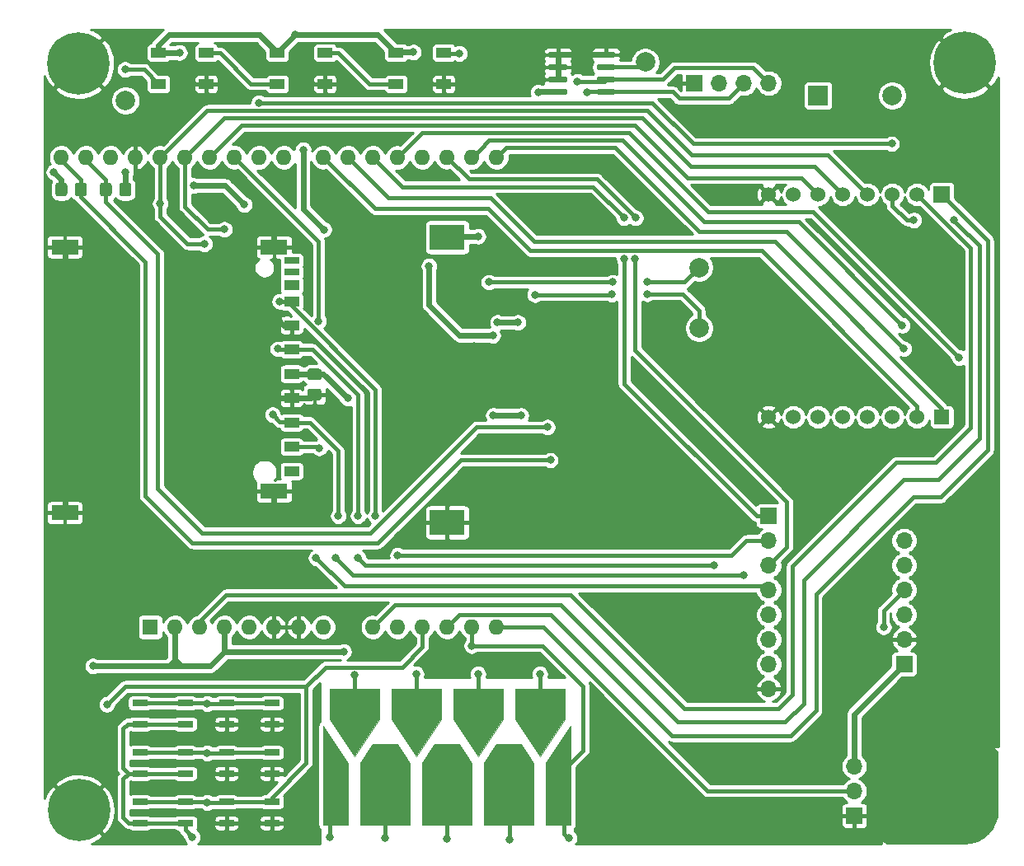
<source format=gbr>
%TF.GenerationSoftware,KiCad,Pcbnew,5.1.12-1.fc34*%
%TF.CreationDate,2021-12-13T19:31:17+01:00*%
%TF.ProjectId,fdrm05-devboard,6664726d-3035-42d6-9465-76626f617264,1*%
%TF.SameCoordinates,Original*%
%TF.FileFunction,Copper,L1,Top*%
%TF.FilePolarity,Positive*%
%FSLAX46Y46*%
G04 Gerber Fmt 4.6, Leading zero omitted, Abs format (unit mm)*
G04 Created by KiCad (PCBNEW 5.1.12-1.fc34) date 2021-12-13 19:31:17*
%MOMM*%
%LPD*%
G01*
G04 APERTURE LIST*
%TA.AperFunction,EtchedComponent*%
%ADD10C,0.100000*%
%TD*%
%TA.AperFunction,ComponentPad*%
%ADD11R,1.524000X1.524000*%
%TD*%
%TA.AperFunction,ComponentPad*%
%ADD12C,1.524000*%
%TD*%
%TA.AperFunction,ComponentPad*%
%ADD13R,1.676400X1.676400*%
%TD*%
%TA.AperFunction,ComponentPad*%
%ADD14O,1.700000X1.700000*%
%TD*%
%TA.AperFunction,ComponentPad*%
%ADD15R,1.700000X1.700000*%
%TD*%
%TA.AperFunction,ComponentPad*%
%ADD16O,1.600000X1.600000*%
%TD*%
%TA.AperFunction,ComponentPad*%
%ADD17R,1.600000X1.600000*%
%TD*%
%TA.AperFunction,SMDPad,CuDef*%
%ADD18R,1.550000X0.650000*%
%TD*%
%TA.AperFunction,ComponentPad*%
%ADD19C,2.000000*%
%TD*%
%TA.AperFunction,ComponentPad*%
%ADD20C,0.800000*%
%TD*%
%TA.AperFunction,ComponentPad*%
%ADD21C,6.400000*%
%TD*%
%TA.AperFunction,SMDPad,CuDef*%
%ADD22C,1.200000*%
%TD*%
%TA.AperFunction,SMDPad,CuDef*%
%ADD23R,2.800000X1.500000*%
%TD*%
%TA.AperFunction,SMDPad,CuDef*%
%ADD24R,1.500000X0.700000*%
%TD*%
%TA.AperFunction,SMDPad,CuDef*%
%ADD25R,1.500000X1.000000*%
%TD*%
%TA.AperFunction,ComponentPad*%
%ADD26R,2.000000X2.000000*%
%TD*%
%TA.AperFunction,SMDPad,CuDef*%
%ADD27R,3.600000X2.600000*%
%TD*%
%TA.AperFunction,ViaPad*%
%ADD28C,0.800000*%
%TD*%
%TA.AperFunction,Conductor*%
%ADD29C,0.400000*%
%TD*%
%TA.AperFunction,Conductor*%
%ADD30C,0.600000*%
%TD*%
%TA.AperFunction,Conductor*%
%ADD31C,0.254000*%
%TD*%
%TA.AperFunction,Conductor*%
%ADD32C,0.100000*%
%TD*%
G04 APERTURE END LIST*
D10*
%TO.C,J2*%
G36*
X156210000Y-142240000D02*
G01*
X158750000Y-142240000D01*
X158750000Y-132080000D01*
X156210000Y-135890000D01*
X156210000Y-142240000D01*
G37*
X156210000Y-142240000D02*
X158750000Y-142240000D01*
X158750000Y-132080000D01*
X156210000Y-135890000D01*
X156210000Y-142240000D01*
G36*
X135890000Y-142240000D02*
G01*
X133350000Y-142240000D01*
X133350000Y-132080000D01*
X135890000Y-135890000D01*
X135890000Y-142240000D01*
G37*
X135890000Y-142240000D02*
X133350000Y-142240000D01*
X133350000Y-132080000D01*
X135890000Y-135890000D01*
X135890000Y-142240000D01*
G36*
X133985000Y-128270000D02*
G01*
X139065000Y-128270000D01*
X139065000Y-131445000D01*
X136525000Y-135255000D01*
X133985000Y-131445000D01*
X133985000Y-128270000D01*
G37*
X133985000Y-128270000D02*
X139065000Y-128270000D01*
X139065000Y-131445000D01*
X136525000Y-135255000D01*
X133985000Y-131445000D01*
X133985000Y-128270000D01*
G36*
X140335000Y-128270000D02*
G01*
X145415000Y-128270000D01*
X145415000Y-131445000D01*
X142875000Y-135255000D01*
X140335000Y-131445000D01*
X140335000Y-128270000D01*
G37*
X140335000Y-128270000D02*
X145415000Y-128270000D01*
X145415000Y-131445000D01*
X142875000Y-135255000D01*
X140335000Y-131445000D01*
X140335000Y-128270000D01*
G36*
X146685000Y-128270000D02*
G01*
X151765000Y-128270000D01*
X151765000Y-131445000D01*
X149225000Y-135255000D01*
X146685000Y-131445000D01*
X146685000Y-128270000D01*
G37*
X146685000Y-128270000D02*
X151765000Y-128270000D01*
X151765000Y-131445000D01*
X149225000Y-135255000D01*
X146685000Y-131445000D01*
X146685000Y-128270000D01*
G36*
X153035000Y-128270000D02*
G01*
X158115000Y-128270000D01*
X158115000Y-131445000D01*
X155575000Y-135255000D01*
X153035000Y-131445000D01*
X153035000Y-128270000D01*
G37*
X153035000Y-128270000D02*
X158115000Y-128270000D01*
X158115000Y-131445000D01*
X155575000Y-135255000D01*
X153035000Y-131445000D01*
X153035000Y-128270000D01*
G36*
X154940000Y-142240000D02*
G01*
X149860000Y-142240000D01*
X149860000Y-135890000D01*
X151130000Y-133985000D01*
X152400000Y-133985000D01*
X153670000Y-133985000D01*
X154940000Y-135890000D01*
X154940000Y-142240000D01*
G37*
X154940000Y-142240000D02*
X149860000Y-142240000D01*
X149860000Y-135890000D01*
X151130000Y-133985000D01*
X152400000Y-133985000D01*
X153670000Y-133985000D01*
X154940000Y-135890000D01*
X154940000Y-142240000D01*
G36*
X148590000Y-142240000D02*
G01*
X143510000Y-142240000D01*
X143510000Y-135890000D01*
X144780000Y-133985000D01*
X146050000Y-133985000D01*
X147320000Y-133985000D01*
X148590000Y-135890000D01*
X148590000Y-142240000D01*
G37*
X148590000Y-142240000D02*
X143510000Y-142240000D01*
X143510000Y-135890000D01*
X144780000Y-133985000D01*
X146050000Y-133985000D01*
X147320000Y-133985000D01*
X148590000Y-135890000D01*
X148590000Y-142240000D01*
G36*
X142240000Y-142240000D02*
G01*
X137160000Y-142240000D01*
X137160000Y-135890000D01*
X138430000Y-133985000D01*
X139700000Y-133985000D01*
X140970000Y-133985000D01*
X142240000Y-135890000D01*
X142240000Y-142240000D01*
G37*
X142240000Y-142240000D02*
X137160000Y-142240000D01*
X137160000Y-135890000D01*
X138430000Y-133985000D01*
X139700000Y-133985000D01*
X140970000Y-133985000D01*
X142240000Y-135890000D01*
X142240000Y-142240000D01*
%TD*%
D11*
%TO.P,CON1,P16*%
%TO.N,MB_PWM*%
X196850000Y-100330000D03*
D12*
%TO.P,CON1,P15*%
%TO.N,MB_INT*%
X194310000Y-100330000D03*
%TO.P,CON1,P14*%
%TO.N,UART_RX*%
X191770000Y-100330000D03*
%TO.P,CON1,P13*%
%TO.N,UART_TX*%
X189230000Y-100330000D03*
%TO.P,CON1,P12*%
%TO.N,I2C_SCL*%
X186690000Y-100330000D03*
%TO.P,CON1,P11*%
%TO.N,I2C_SDA*%
X184150000Y-100330000D03*
%TO.P,CON1,P10*%
%TO.N,+5V*%
X181610000Y-100330000D03*
%TO.P,CON1,P9*%
%TO.N,GND*%
X179070000Y-100330000D03*
%TO.P,CON1,P8*%
X179070000Y-77470000D03*
%TO.P,CON1,P7*%
%TO.N,+3V3*%
X181610000Y-77470000D03*
%TO.P,CON1,P6*%
%TO.N,SPI_MOSI*%
X184150000Y-77470000D03*
%TO.P,CON1,P5*%
%TO.N,SPI_MISO*%
X186690000Y-77470000D03*
%TO.P,CON1,P4*%
%TO.N,SPI_CLK*%
X189230000Y-77470000D03*
%TO.P,CON1,P3*%
%TO.N,SPI_SS_MB*%
X191770000Y-77470000D03*
%TO.P,CON1,P2*%
%TO.N,RST_MB*%
X194310000Y-77470000D03*
D13*
%TO.P,CON1,P1*%
%TO.N,AN_MB*%
X196850000Y-77470000D03*
%TD*%
D14*
%TO.P,J5,4*%
%TO.N,I2C_SCL*%
X179070000Y-66040000D03*
%TO.P,J5,3*%
%TO.N,I2C_SDA*%
X176530000Y-66040000D03*
%TO.P,J5,2*%
%TO.N,+3V3*%
X173990000Y-66040000D03*
D15*
%TO.P,J5,1*%
%TO.N,GND*%
X171450000Y-66040000D03*
%TD*%
D16*
%TO.P,A1,16*%
%TO.N,UART_TX*%
X148590000Y-73660000D03*
%TO.P,A1,15*%
%TO.N,UART_RX*%
X151130000Y-73660000D03*
%TO.P,A1,30*%
%TO.N,Net-(A1-Pad30)*%
X111510000Y-73660000D03*
%TO.P,A1,14*%
%TO.N,AN_LIGHT*%
X151130000Y-121920000D03*
%TO.P,A1,29*%
%TO.N,GND*%
X114050000Y-73660000D03*
%TO.P,A1,13*%
%TO.N,AN_KEYBOARD*%
X148590000Y-121920000D03*
%TO.P,A1,28*%
%TO.N,SPI_CLK*%
X116590000Y-73660000D03*
%TO.P,A1,12*%
%TO.N,AN_MB*%
X146050000Y-121920000D03*
%TO.P,A1,27*%
%TO.N,SPI_MISO*%
X119130000Y-73660000D03*
%TO.P,A1,11*%
%TO.N,AN_KEYPAD*%
X143510000Y-121920000D03*
%TO.P,A1,26*%
%TO.N,SPI_MOSI*%
X121670000Y-73660000D03*
%TO.P,A1,10*%
%TO.N,SPI_SS_LCD*%
X140970000Y-121920000D03*
%TO.P,A1,25*%
%TO.N,SPI_SS_SDCARD*%
X124210000Y-73660000D03*
%TO.P,A1,9*%
%TO.N,SPI_SS_MB*%
X138430000Y-121920000D03*
%TO.P,A1,24*%
%TO.N,PWM_BUZZER*%
X126750000Y-73660000D03*
%TO.P,A1,8*%
%TO.N,Net-(A1-Pad8)*%
X133350000Y-121920000D03*
%TO.P,A1,23*%
%TO.N,SPI_SS_FLASH*%
X129290000Y-73660000D03*
%TO.P,A1,7*%
%TO.N,GND*%
X130810000Y-121920000D03*
%TO.P,A1,22*%
%TO.N,MB_INT*%
X133350000Y-73660000D03*
%TO.P,A1,6*%
%TO.N,GND*%
X128270000Y-121920000D03*
%TO.P,A1,21*%
%TO.N,MB_PWM*%
X135890000Y-73660000D03*
%TO.P,A1,5*%
%TO.N,+5V*%
X125730000Y-121920000D03*
%TO.P,A1,20*%
%TO.N,GPIO_RST_LCD*%
X138430000Y-73660000D03*
%TO.P,A1,4*%
%TO.N,+3V3*%
X123190000Y-121920000D03*
%TO.P,A1,19*%
%TO.N,SPI_SS_PMOD*%
X140970000Y-73660000D03*
%TO.P,A1,3*%
%TO.N,RST_MB*%
X120650000Y-121920000D03*
%TO.P,A1,18*%
%TO.N,GPIO_RGB_LED*%
X143510000Y-73660000D03*
%TO.P,A1,2*%
%TO.N,+3V3*%
X118110000Y-121920000D03*
%TO.P,A1,17*%
%TO.N,GPIO_DC_LCD*%
X146050000Y-73660000D03*
D17*
%TO.P,A1,1*%
%TO.N,Net-(A1-Pad1)*%
X115570000Y-121920000D03*
D16*
%TO.P,A1,31*%
%TO.N,I2C_SDA*%
X108970000Y-73660000D03*
%TO.P,A1,32*%
%TO.N,I2C_SCL*%
X106430000Y-73660000D03*
%TD*%
D18*
%TO.P,SW5,2*%
%TO.N,GND*%
X128055000Y-136965000D03*
X123405000Y-136965000D03*
%TO.P,SW5,1*%
%TO.N,Net-(R1-Pad1)*%
X128055000Y-134815000D03*
X123405000Y-134815000D03*
%TD*%
%TO.P,SW6,2*%
%TO.N,GND*%
X128055000Y-142045000D03*
X123405000Y-142045000D03*
%TO.P,SW6,1*%
%TO.N,AN_KEYPAD*%
X128055000Y-139895000D03*
X123405000Y-139895000D03*
%TD*%
%TO.P,SW4,2*%
%TO.N,GND*%
X128055000Y-131885000D03*
X123405000Y-131885000D03*
%TO.P,SW4,1*%
%TO.N,Net-(R1-Pad2)*%
X128055000Y-129735000D03*
X123405000Y-129735000D03*
%TD*%
%TO.P,SW3,2*%
%TO.N,Net-(R3-Pad1)*%
X119165000Y-142045000D03*
X114515000Y-142045000D03*
%TO.P,SW3,1*%
%TO.N,AN_KEYPAD*%
X119165000Y-139895000D03*
X114515000Y-139895000D03*
%TD*%
%TO.P,SW2,2*%
%TO.N,Net-(R3-Pad1)*%
X119165000Y-136965000D03*
X114515000Y-136965000D03*
%TO.P,SW2,1*%
%TO.N,Net-(R1-Pad1)*%
X119165000Y-134815000D03*
X114515000Y-134815000D03*
%TD*%
%TO.P,SW1,2*%
%TO.N,Net-(R3-Pad1)*%
X119165000Y-131885000D03*
X114515000Y-131885000D03*
%TO.P,SW1,1*%
%TO.N,Net-(R1-Pad2)*%
X119165000Y-129735000D03*
X114515000Y-129735000D03*
%TD*%
D19*
%TO.P,TP5,1*%
%TO.N,Net-(TP5-Pad1)*%
X171932600Y-84975700D03*
%TD*%
%TO.P,TP4,1*%
%TO.N,Net-(TP4-Pad1)*%
X171932600Y-91198700D03*
%TD*%
%TO.P,TP3,1*%
%TO.N,Net-(TP3-Pad1)*%
X166395400Y-63881000D03*
%TD*%
%TO.P,TP2,1*%
%TO.N,Net-(D3-Pad2)*%
X113030000Y-67818000D03*
%TD*%
D14*
%TO.P,J3,6*%
%TO.N,SPI_SS_PMOD*%
X192989200Y-113030000D03*
%TO.P,J3,5*%
%TO.N,SPI_MOSI*%
X192989200Y-115570000D03*
%TO.P,J3,4*%
%TO.N,SPI_MISO*%
X192989200Y-118110000D03*
%TO.P,J3,3*%
%TO.N,SPI_CLK*%
X192989200Y-120650000D03*
%TO.P,J3,2*%
%TO.N,GND*%
X192989200Y-123190000D03*
D15*
%TO.P,J3,1*%
%TO.N,+3V3*%
X192989200Y-125730000D03*
%TD*%
D20*
%TO.P,H4,1*%
%TO.N,GND*%
X109926456Y-139018944D03*
X108229400Y-138316000D03*
X106532344Y-139018944D03*
X105829400Y-140716000D03*
X106532344Y-142413056D03*
X108229400Y-143116000D03*
X109926456Y-142413056D03*
X110629400Y-140716000D03*
D21*
X108229400Y-140716000D03*
%TD*%
D20*
%TO.P,H3,1*%
%TO.N,GND*%
X200833356Y-139018944D03*
X199136300Y-138316000D03*
X197439244Y-139018944D03*
X196736300Y-140716000D03*
X197439244Y-142413056D03*
X199136300Y-143116000D03*
X200833356Y-142413056D03*
X201536300Y-140716000D03*
D21*
X199136300Y-140716000D03*
%TD*%
D20*
%TO.P,H2,1*%
%TO.N,GND*%
X109901056Y-62310944D03*
X108204000Y-61608000D03*
X106506944Y-62310944D03*
X105804000Y-64008000D03*
X106506944Y-65705056D03*
X108204000Y-66408000D03*
X109901056Y-65705056D03*
X110604000Y-64008000D03*
D21*
X108204000Y-64008000D03*
%TD*%
D20*
%TO.P,H1,1*%
%TO.N,GND*%
X200909256Y-62260144D03*
X199212200Y-61557200D03*
X197515144Y-62260144D03*
X196812200Y-63957200D03*
X197515144Y-65654256D03*
X199212200Y-66357200D03*
X200909256Y-65654256D03*
X201612200Y-63957200D03*
D21*
X199212200Y-63957200D03*
%TD*%
%TO.P,C6,2*%
%TO.N,+3V3*%
%TA.AperFunction,SMDPad,CuDef*%
G36*
G01*
X132910600Y-96539900D02*
X131960600Y-96539900D01*
G75*
G02*
X131710600Y-96289900I0J250000D01*
G01*
X131710600Y-95614900D01*
G75*
G02*
X131960600Y-95364900I250000J0D01*
G01*
X132910600Y-95364900D01*
G75*
G02*
X133160600Y-95614900I0J-250000D01*
G01*
X133160600Y-96289900D01*
G75*
G02*
X132910600Y-96539900I-250000J0D01*
G01*
G37*
%TD.AperFunction*%
%TO.P,C6,1*%
%TO.N,GND*%
%TA.AperFunction,SMDPad,CuDef*%
G36*
G01*
X132910600Y-98614900D02*
X131960600Y-98614900D01*
G75*
G02*
X131710600Y-98364900I0J250000D01*
G01*
X131710600Y-97689900D01*
G75*
G02*
X131960600Y-97439900I250000J0D01*
G01*
X132910600Y-97439900D01*
G75*
G02*
X133160600Y-97689900I0J-250000D01*
G01*
X133160600Y-98364900D01*
G75*
G02*
X132910600Y-98614900I-250000J0D01*
G01*
G37*
%TD.AperFunction*%
%TD*%
%TO.P,U3,8*%
%TO.N,+3V3*%
%TA.AperFunction,SMDPad,CuDef*%
G36*
G01*
X158405700Y-66779000D02*
X158405700Y-67079000D01*
G75*
G02*
X158255700Y-67229000I-150000J0D01*
G01*
X156605700Y-67229000D01*
G75*
G02*
X156455700Y-67079000I0J150000D01*
G01*
X156455700Y-66779000D01*
G75*
G02*
X156605700Y-66629000I150000J0D01*
G01*
X158255700Y-66629000D01*
G75*
G02*
X158405700Y-66779000I0J-150000D01*
G01*
G37*
%TD.AperFunction*%
%TO.P,U3,7*%
%TO.N,GND*%
%TA.AperFunction,SMDPad,CuDef*%
G36*
G01*
X158405700Y-65509000D02*
X158405700Y-65809000D01*
G75*
G02*
X158255700Y-65959000I-150000J0D01*
G01*
X156605700Y-65959000D01*
G75*
G02*
X156455700Y-65809000I0J150000D01*
G01*
X156455700Y-65509000D01*
G75*
G02*
X156605700Y-65359000I150000J0D01*
G01*
X158255700Y-65359000D01*
G75*
G02*
X158405700Y-65509000I0J-150000D01*
G01*
G37*
%TD.AperFunction*%
%TO.P,U3,6*%
%TA.AperFunction,SMDPad,CuDef*%
G36*
G01*
X158405700Y-64239000D02*
X158405700Y-64539000D01*
G75*
G02*
X158255700Y-64689000I-150000J0D01*
G01*
X156605700Y-64689000D01*
G75*
G02*
X156455700Y-64539000I0J150000D01*
G01*
X156455700Y-64239000D01*
G75*
G02*
X156605700Y-64089000I150000J0D01*
G01*
X158255700Y-64089000D01*
G75*
G02*
X158405700Y-64239000I0J-150000D01*
G01*
G37*
%TD.AperFunction*%
%TO.P,U3,5*%
%TA.AperFunction,SMDPad,CuDef*%
G36*
G01*
X158405700Y-62969000D02*
X158405700Y-63269000D01*
G75*
G02*
X158255700Y-63419000I-150000J0D01*
G01*
X156605700Y-63419000D01*
G75*
G02*
X156455700Y-63269000I0J150000D01*
G01*
X156455700Y-62969000D01*
G75*
G02*
X156605700Y-62819000I150000J0D01*
G01*
X158255700Y-62819000D01*
G75*
G02*
X158405700Y-62969000I0J-150000D01*
G01*
G37*
%TD.AperFunction*%
%TO.P,U3,4*%
%TA.AperFunction,SMDPad,CuDef*%
G36*
G01*
X163355700Y-62969000D02*
X163355700Y-63269000D01*
G75*
G02*
X163205700Y-63419000I-150000J0D01*
G01*
X161555700Y-63419000D01*
G75*
G02*
X161405700Y-63269000I0J150000D01*
G01*
X161405700Y-62969000D01*
G75*
G02*
X161555700Y-62819000I150000J0D01*
G01*
X163205700Y-62819000D01*
G75*
G02*
X163355700Y-62969000I0J-150000D01*
G01*
G37*
%TD.AperFunction*%
%TO.P,U3,3*%
%TO.N,Net-(TP3-Pad1)*%
%TA.AperFunction,SMDPad,CuDef*%
G36*
G01*
X163355700Y-64239000D02*
X163355700Y-64539000D01*
G75*
G02*
X163205700Y-64689000I-150000J0D01*
G01*
X161555700Y-64689000D01*
G75*
G02*
X161405700Y-64539000I0J150000D01*
G01*
X161405700Y-64239000D01*
G75*
G02*
X161555700Y-64089000I150000J0D01*
G01*
X163205700Y-64089000D01*
G75*
G02*
X163355700Y-64239000I0J-150000D01*
G01*
G37*
%TD.AperFunction*%
%TO.P,U3,2*%
%TO.N,I2C_SCL*%
%TA.AperFunction,SMDPad,CuDef*%
G36*
G01*
X163355700Y-65509000D02*
X163355700Y-65809000D01*
G75*
G02*
X163205700Y-65959000I-150000J0D01*
G01*
X161555700Y-65959000D01*
G75*
G02*
X161405700Y-65809000I0J150000D01*
G01*
X161405700Y-65509000D01*
G75*
G02*
X161555700Y-65359000I150000J0D01*
G01*
X163205700Y-65359000D01*
G75*
G02*
X163355700Y-65509000I0J-150000D01*
G01*
G37*
%TD.AperFunction*%
%TO.P,U3,1*%
%TO.N,I2C_SDA*%
%TA.AperFunction,SMDPad,CuDef*%
G36*
G01*
X163355700Y-66779000D02*
X163355700Y-67079000D01*
G75*
G02*
X163205700Y-67229000I-150000J0D01*
G01*
X161555700Y-67229000D01*
G75*
G02*
X161405700Y-67079000I0J150000D01*
G01*
X161405700Y-66779000D01*
G75*
G02*
X161555700Y-66629000I150000J0D01*
G01*
X163205700Y-66629000D01*
G75*
G02*
X163355700Y-66779000I0J-150000D01*
G01*
G37*
%TD.AperFunction*%
%TD*%
%TO.P,R17,2*%
%TO.N,+3V3*%
%TA.AperFunction,SMDPad,CuDef*%
G36*
G01*
X112414000Y-77412001D02*
X112414000Y-76511999D01*
G75*
G02*
X112663999Y-76262000I249999J0D01*
G01*
X113364001Y-76262000D01*
G75*
G02*
X113614000Y-76511999I0J-249999D01*
G01*
X113614000Y-77412001D01*
G75*
G02*
X113364001Y-77662000I-249999J0D01*
G01*
X112663999Y-77662000D01*
G75*
G02*
X112414000Y-77412001I0J249999D01*
G01*
G37*
%TD.AperFunction*%
%TO.P,R17,1*%
%TO.N,I2C_SDA*%
%TA.AperFunction,SMDPad,CuDef*%
G36*
G01*
X110414000Y-77412001D02*
X110414000Y-76511999D01*
G75*
G02*
X110663999Y-76262000I249999J0D01*
G01*
X111364001Y-76262000D01*
G75*
G02*
X111614000Y-76511999I0J-249999D01*
G01*
X111614000Y-77412001D01*
G75*
G02*
X111364001Y-77662000I-249999J0D01*
G01*
X110663999Y-77662000D01*
G75*
G02*
X110414000Y-77412001I0J249999D01*
G01*
G37*
%TD.AperFunction*%
%TD*%
%TO.P,R16,2*%
%TO.N,+3V3*%
%TA.AperFunction,SMDPad,CuDef*%
G36*
G01*
X107042000Y-76511999D02*
X107042000Y-77412001D01*
G75*
G02*
X106792001Y-77662000I-249999J0D01*
G01*
X106091999Y-77662000D01*
G75*
G02*
X105842000Y-77412001I0J249999D01*
G01*
X105842000Y-76511999D01*
G75*
G02*
X106091999Y-76262000I249999J0D01*
G01*
X106792001Y-76262000D01*
G75*
G02*
X107042000Y-76511999I0J-249999D01*
G01*
G37*
%TD.AperFunction*%
%TO.P,R16,1*%
%TO.N,I2C_SCL*%
%TA.AperFunction,SMDPad,CuDef*%
G36*
G01*
X109042000Y-76511999D02*
X109042000Y-77412001D01*
G75*
G02*
X108792001Y-77662000I-249999J0D01*
G01*
X108091999Y-77662000D01*
G75*
G02*
X107842000Y-77412001I0J249999D01*
G01*
X107842000Y-76511999D01*
G75*
G02*
X108091999Y-76262000I249999J0D01*
G01*
X108792001Y-76262000D01*
G75*
G02*
X109042000Y-76511999I0J-249999D01*
G01*
G37*
%TD.AperFunction*%
%TD*%
D14*
%TO.P,LCD1,8*%
%TO.N,GND*%
X179070000Y-128270000D03*
%TO.P,LCD1,7*%
%TO.N,Net-(LCD1-Pad7)*%
X179070000Y-125730000D03*
%TO.P,LCD1,6*%
%TO.N,+3V3*%
X179070000Y-123190000D03*
%TO.P,LCD1,5*%
%TO.N,SPI_CLK*%
X179070000Y-120650000D03*
%TO.P,LCD1,4*%
%TO.N,SPI_MOSI*%
X179070000Y-118110000D03*
%TO.P,LCD1,3*%
%TO.N,GPIO_DC_LCD*%
X179070000Y-115570000D03*
%TO.P,LCD1,2*%
%TO.N,SPI_SS_LCD*%
X179070000Y-113030000D03*
D15*
%TO.P,LCD1,1*%
%TO.N,GPIO_RST_LCD*%
X179070000Y-110490000D03*
%TD*%
D14*
%TO.P,J4,3*%
%TO.N,+3V3*%
X187858400Y-136220200D03*
%TO.P,J4,2*%
%TO.N,AN_LIGHT*%
X187858400Y-138760200D03*
D15*
%TO.P,J4,1*%
%TO.N,GND*%
X187858400Y-141300200D03*
%TD*%
D22*
%TO.P,J2,9*%
%TO.N,AN_KEYBOARD*%
X158115000Y-135890000D03*
%TO.P,J2,8*%
%TO.N,Net-(J2-Pad8)*%
X152400000Y-134620000D03*
%TO.P,J2,7*%
%TO.N,Net-(J2-Pad7)*%
X146050000Y-134620000D03*
%TO.P,J2,6*%
%TO.N,Net-(J2-Pad6)*%
X139700000Y-134620000D03*
%TO.P,J2,5*%
%TO.N,Net-(J2-Pad5)*%
X133985000Y-135890000D03*
%TO.P,J2,4*%
%TO.N,Net-(J2-Pad4)*%
X155575000Y-128905000D03*
%TO.P,J2,3*%
%TO.N,Net-(J2-Pad3)*%
X149225000Y-128905000D03*
%TO.P,J2,2*%
%TO.N,Net-(J2-Pad2)*%
X142875000Y-128905000D03*
%TO.P,J2,1*%
%TO.N,Net-(J2-Pad1)*%
X136525000Y-128905000D03*
%TD*%
D23*
%TO.P,J1,12*%
%TO.N,GND*%
X128285000Y-82870000D03*
X106785000Y-82870000D03*
X106785000Y-110170000D03*
X128285000Y-107970000D03*
D24*
%TO.P,J1,11*%
%TO.N,Net-(J1-Pad11)*%
X130085000Y-84265000D03*
%TO.P,J1,10*%
%TO.N,Net-(J1-Pad10)*%
X130085000Y-85465000D03*
D25*
%TO.P,J1,9*%
%TO.N,Net-(J1-Pad9)*%
X130085000Y-105895000D03*
%TO.P,J1,8*%
%TO.N,Net-(J1-Pad8)*%
X130085000Y-86765000D03*
%TO.P,J1,7*%
%TO.N,SPI_MISO*%
X130085000Y-88465000D03*
%TO.P,J1,6*%
%TO.N,GND*%
X130085000Y-90895000D03*
%TO.P,J1,5*%
%TO.N,SPI_CLK*%
X130085000Y-93395000D03*
%TO.P,J1,4*%
%TO.N,+3V3*%
X130085000Y-95895000D03*
%TO.P,J1,3*%
%TO.N,GND*%
X130085000Y-98395000D03*
%TO.P,J1,2*%
%TO.N,SPI_MOSI*%
X130085000Y-100895000D03*
%TO.P,J1,1*%
%TO.N,SPI_SS_SDCARD*%
X130085000Y-103395000D03*
%TD*%
%TO.P,D3,1*%
%TO.N,+5V*%
X116422000Y-62916000D03*
%TO.P,D3,2*%
%TO.N,Net-(D3-Pad2)*%
X116422000Y-66116000D03*
%TO.P,D3,4*%
%TO.N,Net-(D2-Pad2)*%
X121322000Y-62916000D03*
%TO.P,D3,3*%
%TO.N,GND*%
X121322000Y-66116000D03*
%TD*%
%TO.P,D2,1*%
%TO.N,+5V*%
X128614000Y-62916000D03*
%TO.P,D2,2*%
%TO.N,Net-(D2-Pad2)*%
X128614000Y-66116000D03*
%TO.P,D2,4*%
%TO.N,Net-(D1-Pad2)*%
X133514000Y-62916000D03*
%TO.P,D2,3*%
%TO.N,GND*%
X133514000Y-66116000D03*
%TD*%
%TO.P,D1,1*%
%TO.N,+5V*%
X140806000Y-62916000D03*
%TO.P,D1,2*%
%TO.N,Net-(D1-Pad2)*%
X140806000Y-66116000D03*
%TO.P,D1,4*%
%TO.N,Net-(D1-Pad4)*%
X145706000Y-62916000D03*
%TO.P,D1,3*%
%TO.N,GND*%
X145706000Y-66116000D03*
%TD*%
D19*
%TO.P,BZ1,2*%
%TO.N,Net-(BZ1-Pad2)*%
X191750000Y-67310000D03*
D26*
%TO.P,BZ1,1*%
%TO.N,+5V*%
X184150000Y-67310000D03*
%TD*%
D27*
%TO.P,BT1,1*%
%TO.N,Net-(BT1-Pad1)*%
X146050000Y-81870000D03*
%TO.P,BT1,2*%
%TO.N,GND*%
X146050000Y-111170000D03*
%TD*%
D28*
%TO.N,UART_TX*%
X192798700Y-90919300D03*
%TO.N,UART_RX*%
X192951100Y-93306900D03*
%TO.N,GND*%
X128282700Y-81203800D03*
X125763600Y-136965000D03*
X125628400Y-141960600D03*
X106807000Y-85051900D03*
X128282700Y-110312200D03*
X160782000Y-84582000D03*
X134112000Y-76657200D03*
X142608300Y-80645000D03*
X157657800Y-102514400D03*
X144792700Y-91960700D03*
X137160000Y-120002300D03*
X159016700Y-79832200D03*
X197104000Y-87884000D03*
X189166500Y-81407000D03*
X155282900Y-97167700D03*
X188023500Y-67360800D03*
X163906200Y-75704700D03*
X156121100Y-78879700D03*
X162052000Y-79971900D03*
X160820100Y-90982800D03*
X159893000Y-63119000D03*
X106785000Y-108175190D03*
X128524000Y-98298000D03*
X128778000Y-90424000D03*
X125671000Y-131885000D03*
X193548000Y-83312000D03*
X137160000Y-71882000D03*
X167894000Y-98298000D03*
X152654000Y-124968000D03*
X144780000Y-75438000D03*
X117856000Y-75184000D03*
X129794000Y-76200000D03*
X154686000Y-92202000D03*
X187820300Y-119443500D03*
X163779200Y-106832400D03*
X165976300Y-110731300D03*
X165201600Y-120802400D03*
X165074600Y-139496800D03*
X179959000Y-135953500D03*
X179768500Y-92481400D03*
X121843800Y-104521000D03*
X146304000Y-87122000D03*
X148844000Y-93091000D03*
%TO.N,AN_KEYBOARD*%
X158559500Y-143624300D03*
X148590000Y-123837700D03*
%TO.N,SPI_CLK*%
X116590000Y-78426500D03*
X128651000Y-93345000D03*
X121158004Y-82550000D03*
X176530000Y-116586000D03*
X134619998Y-114808000D03*
X136906000Y-110490000D03*
%TO.N,SPI_MISO*%
X173482000Y-115570000D03*
X128851000Y-88465000D03*
X123190000Y-81057740D03*
X136906000Y-114808000D03*
X138684000Y-110490000D03*
X190868300Y-121900001D03*
%TO.N,AN_KEYPAD*%
X121412000Y-139954000D03*
X111112300Y-129870200D03*
%TO.N,SPI_MOSI*%
X128130300Y-100101400D03*
X132588000Y-114808000D03*
X134874000Y-110490000D03*
%TO.N,SPI_SS_LCD*%
X140970000Y-114553999D03*
%TO.N,SPI_SS_SDCARD*%
X132918200Y-103530400D03*
X132842000Y-90474800D03*
%TO.N,SPI_SS_MB*%
X198069736Y-80098364D03*
X193979264Y-80098364D03*
%TO.N,PWM_BUZZER*%
X191706500Y-72263000D03*
X126733300Y-68033990D03*
%TO.N,+5V*%
X118567200Y-62890400D03*
X142595600Y-62852300D03*
X131267200Y-72872600D03*
X133388100Y-81076800D03*
X130479800Y-61036200D03*
%TO.N,GPIO_RST_LCD*%
X164189180Y-79846156D03*
X164236400Y-84035810D03*
%TO.N,+3V3*%
X109664500Y-125933200D03*
X125234600Y-78524636D03*
X120002300Y-76555600D03*
X150799800Y-100177600D03*
X153644600Y-100177600D03*
X150736300Y-91948000D03*
X144195800Y-84823300D03*
X155409900Y-66954400D03*
X135851900Y-98425000D03*
X113030000Y-75184000D03*
X105664000Y-75184000D03*
X135432800Y-124460000D03*
%TO.N,GPIO_DC_LCD*%
X165379398Y-79870300D03*
X165328600Y-84035810D03*
%TO.N,I2C_SDA*%
X160426400Y-67005200D03*
X156337000Y-101384100D03*
%TO.N,I2C_SCL*%
X156654500Y-104775000D03*
X159435800Y-65862200D03*
%TO.N,Net-(BT1-Pad1)*%
X149225000Y-81775300D03*
%TO.N,Net-(D1-Pad4)*%
X147320000Y-62992000D03*
%TO.N,Net-(D3-Pad2)*%
X112979200Y-64630300D03*
%TO.N,Net-(D4-Pad3)*%
X151231600Y-90627200D03*
X153314400Y-90627200D03*
%TO.N,Net-(J2-Pad8)*%
X152463500Y-143725900D03*
%TO.N,Net-(J2-Pad7)*%
X146024600Y-143675100D03*
%TO.N,Net-(J2-Pad6)*%
X139636500Y-143573500D03*
%TO.N,Net-(J2-Pad5)*%
X133984995Y-143510000D03*
%TO.N,Net-(J2-Pad4)*%
X155575000Y-126746000D03*
%TO.N,Net-(J2-Pad3)*%
X149225000Y-126746000D03*
%TO.N,Net-(J2-Pad2)*%
X142875000Y-126746000D03*
%TO.N,Net-(J2-Pad1)*%
X136525000Y-126873000D03*
%TO.N,Net-(R1-Pad2)*%
X121412000Y-129794000D03*
%TO.N,Net-(R1-Pad1)*%
X121412000Y-134874000D03*
%TO.N,Net-(R3-Pad1)*%
X119888000Y-143510000D03*
%TO.N,Net-(TP4-Pad1)*%
X155067100Y-87769700D03*
X162979100Y-87731600D03*
X166598600Y-87693500D03*
%TO.N,Net-(TP5-Pad1)*%
X150331600Y-86487000D03*
X163029900Y-86487000D03*
X166598600Y-86487000D03*
%TO.N,SPI_SS_PMOD*%
X198627998Y-94234000D03*
%TD*%
D29*
%TO.N,UART_TX*%
X150368000Y-71882000D02*
X149389999Y-72860001D01*
X164084000Y-71882000D02*
X150368000Y-71882000D01*
X182143400Y-80264000D02*
X172466000Y-80264000D01*
X149389999Y-72860001D02*
X148590000Y-73660000D01*
X172466000Y-80264000D02*
X164084000Y-71882000D01*
X192798700Y-90919300D02*
X182143400Y-80264000D01*
%TO.N,UART_RX*%
X152146000Y-72644000D02*
X151130000Y-73660000D01*
X180924200Y-81280000D02*
X171958000Y-81280000D01*
X171958000Y-81280000D02*
X163322000Y-72644000D01*
X163322000Y-72644000D02*
X152146000Y-72644000D01*
X192951100Y-93306900D02*
X180924200Y-81280000D01*
%TO.N,AN_LIGHT*%
X172796200Y-138760200D02*
X187960000Y-138760200D01*
X155956000Y-121920000D02*
X172796200Y-138760200D01*
X151130000Y-121920000D02*
X155956000Y-121920000D01*
D30*
%TO.N,GND*%
X191008000Y-134620000D02*
X202184000Y-134620000D01*
X190500000Y-134112000D02*
X191008000Y-134620000D01*
X191008000Y-134747000D02*
X191008000Y-143764000D01*
X157430700Y-63119000D02*
X157430700Y-64389000D01*
X157430700Y-64389000D02*
X157430700Y-65659000D01*
X157430700Y-63119000D02*
X159893000Y-63119000D01*
X128285000Y-81206100D02*
X128282700Y-81203800D01*
X128285000Y-82870000D02*
X128285000Y-81206100D01*
D29*
X123655000Y-136965000D02*
X125763600Y-136965000D01*
X125712800Y-142045000D02*
X125628400Y-141960600D01*
X125763600Y-142045000D02*
X125712800Y-142045000D01*
X123655000Y-142045000D02*
X125763600Y-142045000D01*
X125763600Y-142045000D02*
X127805000Y-142045000D01*
D30*
X106785000Y-85029900D02*
X106807000Y-85051900D01*
X106785000Y-82870000D02*
X106785000Y-85029900D01*
X128285000Y-110309900D02*
X128282700Y-110312200D01*
X128285000Y-107970000D02*
X128285000Y-110309900D01*
X132068000Y-98395000D02*
X132435600Y-98027400D01*
X130085000Y-98395000D02*
X132068000Y-98395000D01*
X159893000Y-63119000D02*
X162380700Y-63119000D01*
X106785000Y-110170000D02*
X106785000Y-108175190D01*
X128621000Y-98395000D02*
X128524000Y-98298000D01*
X130085000Y-98395000D02*
X128621000Y-98395000D01*
X129249000Y-90895000D02*
X128778000Y-90424000D01*
X130085000Y-90895000D02*
X129249000Y-90895000D01*
D29*
X127805000Y-136965000D02*
X125763600Y-136965000D01*
X128055000Y-136965000D02*
X127805000Y-136965000D01*
X123655000Y-131885000D02*
X125671000Y-131885000D01*
X129227000Y-136965000D02*
X128055000Y-136965000D01*
X129794000Y-136398000D02*
X129227000Y-136965000D01*
X129794000Y-132334000D02*
X129794000Y-136398000D01*
X129345000Y-131885000D02*
X129794000Y-132334000D01*
X125671000Y-131885000D02*
X129345000Y-131885000D01*
%TO.N,AN_KEYBOARD*%
X158559500Y-143624300D02*
X158089600Y-143154400D01*
X158115000Y-138823700D02*
X158089600Y-138849100D01*
X158115000Y-135890000D02*
X158115000Y-138823700D01*
X158089600Y-138849100D02*
X158089600Y-138074400D01*
X158089600Y-143154400D02*
X158089600Y-138849100D01*
X160020000Y-128016000D02*
X155841700Y-123837700D01*
X160020000Y-134607300D02*
X160020000Y-128016000D01*
X148590000Y-123837700D02*
X148590000Y-121920000D01*
X158737300Y-135890000D02*
X160020000Y-134607300D01*
X155841700Y-123837700D02*
X148590000Y-123837700D01*
X158115000Y-135890000D02*
X158737300Y-135890000D01*
%TO.N,SPI_CLK*%
X116590000Y-78426500D02*
X116590000Y-73660000D01*
X128701000Y-93395000D02*
X128651000Y-93345000D01*
X130085000Y-93395000D02*
X128701000Y-93395000D01*
X119380000Y-82550000D02*
X121158004Y-82550000D01*
X116590000Y-79760000D02*
X119380000Y-82550000D01*
X116590000Y-78426500D02*
X116590000Y-79760000D01*
X121416000Y-68834000D02*
X116590000Y-73660000D01*
X171196000Y-73406000D02*
X166624000Y-68834000D01*
X185166000Y-73406000D02*
X171196000Y-73406000D01*
X166624000Y-68834000D02*
X121416000Y-68834000D01*
X189230000Y-77470000D02*
X185166000Y-73406000D01*
X132234502Y-93395000D02*
X136906000Y-98066498D01*
X130085000Y-93395000D02*
X132234502Y-93395000D01*
X136906000Y-98066498D02*
X136906000Y-110490000D01*
X136397998Y-116586000D02*
X134619998Y-114808000D01*
X176530000Y-116586000D02*
X136397998Y-116586000D01*
%TO.N,AN_MB*%
X201561700Y-103746300D02*
X201561700Y-82181700D01*
X201561700Y-82181700D02*
X196850000Y-77470000D01*
X196735700Y-108572300D02*
X201561700Y-103746300D01*
X193941700Y-108572300D02*
X196735700Y-108572300D01*
X183946800Y-118567200D02*
X193941700Y-108572300D01*
X183946800Y-130505200D02*
X183946800Y-118567200D01*
X169164000Y-133096000D02*
X181356000Y-133096000D01*
X156718000Y-120650000D02*
X169164000Y-133096000D01*
X181356000Y-133096000D02*
X183946800Y-130505200D01*
X147320000Y-120650000D02*
X156718000Y-120650000D01*
X146050000Y-121920000D02*
X147320000Y-120650000D01*
%TO.N,SPI_MISO*%
X128851000Y-88465000D02*
X128851000Y-88465000D01*
X128851000Y-88465000D02*
X130085000Y-88465000D01*
X121443740Y-81057740D02*
X123190000Y-81057740D01*
X119130000Y-78744000D02*
X121443740Y-81057740D01*
X119130000Y-73660000D02*
X119130000Y-78744000D01*
X123194000Y-69596000D02*
X119130000Y-73660000D01*
X166116000Y-69596000D02*
X123194000Y-69596000D01*
X171107100Y-74587100D02*
X166116000Y-69596000D01*
X183807100Y-74587100D02*
X171107100Y-74587100D01*
X186690000Y-77470000D02*
X183807100Y-74587100D01*
X130085000Y-88465000D02*
X130085000Y-88924998D01*
X130085000Y-88924998D02*
X138684000Y-97523998D01*
X138684000Y-97523998D02*
X138684000Y-110490000D01*
X137668000Y-115570000D02*
X136906000Y-114808000D01*
X173482000Y-115570000D02*
X137668000Y-115570000D01*
X190868300Y-120230900D02*
X192989200Y-118110000D01*
X190868300Y-121900001D02*
X190868300Y-120230900D01*
%TO.N,AN_KEYPAD*%
X114765000Y-139895000D02*
X118915000Y-139895000D01*
X121353000Y-139895000D02*
X121412000Y-139954000D01*
X118915000Y-139895000D02*
X121353000Y-139895000D01*
X112966500Y-128016000D02*
X131572000Y-128016000D01*
X111112300Y-129870200D02*
X112966500Y-128016000D01*
X123655000Y-139895000D02*
X128055000Y-139895000D01*
X123596000Y-139954000D02*
X123655000Y-139895000D01*
X121412000Y-139954000D02*
X123596000Y-139954000D01*
X131572000Y-135890000D02*
X131572000Y-128016000D01*
X128055000Y-139407000D02*
X131572000Y-135890000D01*
X128055000Y-139895000D02*
X128055000Y-139407000D01*
X141414500Y-126047500D02*
X133540500Y-126047500D01*
X143510000Y-123952000D02*
X141414500Y-126047500D01*
X133540500Y-126047500D02*
X131572000Y-128016000D01*
X143510000Y-121920000D02*
X143510000Y-123952000D01*
%TO.N,SPI_MOSI*%
X128130300Y-100101400D02*
X128828800Y-100799900D01*
X129989900Y-100799900D02*
X130085000Y-100895000D01*
X128828800Y-100799900D02*
X129989900Y-100799900D01*
X182422800Y-75742800D02*
X184150000Y-77470000D01*
X170738800Y-75742800D02*
X182422800Y-75742800D01*
X165354000Y-70358000D02*
X170738800Y-75742800D01*
X124972000Y-70358000D02*
X165354000Y-70358000D01*
X121670000Y-73660000D02*
X124972000Y-70358000D01*
X131936702Y-100895000D02*
X134874000Y-103832298D01*
X130085000Y-100895000D02*
X131936702Y-100895000D01*
X134874000Y-103832298D02*
X134874000Y-110490000D01*
X135509000Y-117729000D02*
X132588000Y-114808000D01*
X178689000Y-117729000D02*
X135509000Y-117729000D01*
X179070000Y-118110000D02*
X178689000Y-117729000D01*
%TO.N,SPI_SS_LCD*%
X175260001Y-114553999D02*
X140970000Y-114553999D01*
X176784000Y-113030000D02*
X175260001Y-114553999D01*
X179070000Y-113030000D02*
X176784000Y-113030000D01*
%TO.N,SPI_SS_SDCARD*%
X132782800Y-103395000D02*
X132918200Y-103530400D01*
X130085000Y-103395000D02*
X132782800Y-103395000D01*
X124210000Y-73660000D02*
X132842000Y-82292000D01*
X132842000Y-82292000D02*
X132842000Y-90474800D01*
%TO.N,SPI_SS_MB*%
X193979264Y-80098364D02*
X193242664Y-80098364D01*
X191770000Y-78625700D02*
X191770000Y-77470000D01*
X193242664Y-80098364D02*
X191770000Y-78625700D01*
X200710800Y-82739428D02*
X198469735Y-80498363D01*
X196456300Y-106794300D02*
X200710800Y-102539800D01*
X200710800Y-102539800D02*
X200710800Y-82739428D01*
X192925700Y-106794300D02*
X196456300Y-106794300D01*
X198469735Y-80498363D02*
X198069736Y-80098364D01*
X182664100Y-117055900D02*
X192925700Y-106794300D01*
X182664100Y-129755900D02*
X182664100Y-117055900D01*
X180759100Y-131660900D02*
X182664100Y-129755900D01*
X169760900Y-131660900D02*
X180759100Y-131660900D01*
X140716000Y-119634000D02*
X157734000Y-119634000D01*
X157734000Y-119634000D02*
X169760900Y-131660900D01*
X138430000Y-121920000D02*
X140716000Y-119634000D01*
%TO.N,PWM_BUZZER*%
X167093990Y-68033990D02*
X126733300Y-68033990D01*
X171323000Y-72263000D02*
X167093990Y-68033990D01*
X191706500Y-72263000D02*
X171323000Y-72263000D01*
%TO.N,MB_INT*%
X143849999Y-78930500D02*
X138620500Y-78930500D01*
X138620500Y-78930500D02*
X133350000Y-73660000D01*
X178346100Y-83235800D02*
X154571700Y-83235800D01*
X194310000Y-99199700D02*
X178346100Y-83235800D01*
X194310000Y-100330000D02*
X194310000Y-99199700D01*
X154571700Y-83235800D02*
X150279100Y-78943200D01*
X150279100Y-78943200D02*
X143841998Y-78943200D01*
%TO.N,MB_PWM*%
X140042900Y-77812900D02*
X135890000Y-73660000D01*
X154990800Y-82296000D02*
X150507700Y-77812900D01*
X179692300Y-82296000D02*
X154990800Y-82296000D01*
X150507700Y-77812900D02*
X140042900Y-77812900D01*
X196850000Y-99453700D02*
X179692300Y-82296000D01*
X196850000Y-100330000D02*
X196850000Y-99453700D01*
D30*
%TO.N,+5V*%
X131267200Y-72872600D02*
X131267200Y-78955900D01*
X131267200Y-78955900D02*
X133388100Y-81076800D01*
X126772300Y-61074300D02*
X128614000Y-62916000D01*
X117462300Y-61074300D02*
X126772300Y-61074300D01*
X116422000Y-62114600D02*
X117462300Y-61074300D01*
X116422000Y-62916000D02*
X116422000Y-62114600D01*
X118541600Y-62916000D02*
X116422000Y-62916000D01*
X118567200Y-62890400D02*
X118541600Y-62916000D01*
X130479800Y-61050200D02*
X130479800Y-61036200D01*
X128614000Y-62916000D02*
X130479800Y-61050200D01*
X138926200Y-61036200D02*
X130479800Y-61036200D01*
X140806000Y-62916000D02*
X138926200Y-61036200D01*
X140869700Y-62852300D02*
X142595600Y-62852300D01*
X140806000Y-62916000D02*
X140869700Y-62852300D01*
D29*
%TO.N,GPIO_RST_LCD*%
X138430000Y-73660000D02*
X141452600Y-76682600D01*
X161025624Y-76682600D02*
X164189180Y-79846156D01*
X141452600Y-76682600D02*
X161025624Y-76682600D01*
X164236400Y-96906400D02*
X164236400Y-84035810D01*
X177820000Y-110490000D02*
X164236400Y-96906400D01*
X179070000Y-110490000D02*
X177820000Y-110490000D01*
D30*
%TO.N,+3V3*%
X123265564Y-76555600D02*
X120002300Y-76555600D01*
X125234600Y-78524636D02*
X123265564Y-76555600D01*
X150799800Y-100177600D02*
X153644600Y-100177600D01*
X155435300Y-66929000D02*
X155409900Y-66954400D01*
X157430700Y-66929000D02*
X155435300Y-66929000D01*
X130085000Y-95895000D02*
X133321900Y-95895000D01*
X133321900Y-95895000D02*
X135851900Y-98425000D01*
X113030000Y-76946000D02*
X113014000Y-76962000D01*
X113030000Y-75184000D02*
X113030000Y-76946000D01*
X106442000Y-75962000D02*
X105664000Y-75184000D01*
X106442000Y-76962000D02*
X106442000Y-75962000D01*
X118110000Y-125298200D02*
X117475000Y-125933200D01*
X118110000Y-121920000D02*
X118110000Y-125298200D01*
X117475000Y-125933200D02*
X109664500Y-125933200D01*
X118516400Y-125933200D02*
X117475000Y-125933200D01*
X118795800Y-125933200D02*
X118516400Y-125933200D01*
X118160800Y-125298200D02*
X118795800Y-125933200D01*
X118110000Y-125298200D02*
X118160800Y-125298200D01*
X187858400Y-130860800D02*
X192989200Y-125730000D01*
X187858400Y-136220200D02*
X187858400Y-130860800D01*
X144195800Y-88823800D02*
X144195800Y-84823300D01*
X147320000Y-91948000D02*
X144195800Y-88823800D01*
X150736300Y-91948000D02*
X147320000Y-91948000D01*
X121716800Y-125933200D02*
X118516400Y-125933200D01*
X122770900Y-124879100D02*
X121716800Y-125933200D01*
X123190000Y-124460000D02*
X135432800Y-124460000D01*
X122770900Y-124879100D02*
X123190000Y-124460000D01*
X123190000Y-121920000D02*
X123190000Y-124460000D01*
D29*
%TO.N,RST_MB*%
X123329700Y-118618000D02*
X120650000Y-121297700D01*
X180086000Y-130302000D02*
X170434000Y-130302000D01*
X192151000Y-105029000D02*
X181508400Y-115671600D01*
X196215000Y-105029000D02*
X192151000Y-105029000D01*
X181508400Y-128879600D02*
X180086000Y-130302000D01*
X199809100Y-101434900D02*
X196215000Y-105029000D01*
X158750000Y-118618000D02*
X123329700Y-118618000D01*
X170434000Y-130302000D02*
X158750000Y-118618000D01*
X199809100Y-82969100D02*
X199809100Y-101434900D01*
X120650000Y-121297700D02*
X120650000Y-121920000D01*
X181508400Y-115671600D02*
X181508400Y-128879600D01*
X194310000Y-77470000D02*
X199809100Y-82969100D01*
%TO.N,GPIO_DC_LCD*%
X146050000Y-73660000D02*
X148285200Y-75895200D01*
X148285200Y-75895200D02*
X161404298Y-75895200D01*
X161404298Y-75895200D02*
X165379398Y-79870300D01*
X180936900Y-113703100D02*
X180936900Y-109054900D01*
X165328600Y-93446600D02*
X165328600Y-84035810D01*
X179070000Y-115570000D02*
X180936900Y-113703100D01*
X180936900Y-109054900D02*
X165328600Y-93446600D01*
%TO.N,I2C_SDA*%
X160502600Y-66929000D02*
X160426400Y-67005200D01*
X162380700Y-66929000D02*
X160502600Y-66929000D01*
X111014000Y-75962000D02*
X111014000Y-76962000D01*
X108970000Y-73918000D02*
X111014000Y-75962000D01*
X108970000Y-73660000D02*
X108970000Y-73918000D01*
X174967900Y-67602100D02*
X175680001Y-66889999D01*
X169868850Y-67602100D02*
X174967900Y-67602100D01*
X175680001Y-66889999D02*
X176530000Y-66040000D01*
X169195750Y-66929000D02*
X169868850Y-67602100D01*
X162380700Y-66929000D02*
X169195750Y-66929000D01*
X138176000Y-112268000D02*
X149059900Y-101384100D01*
X120904000Y-112268000D02*
X138176000Y-112268000D01*
X116332000Y-107696000D02*
X120904000Y-112268000D01*
X149059900Y-101384100D02*
X156337000Y-101384100D01*
X116332000Y-83566000D02*
X116332000Y-107696000D01*
X111014000Y-78248000D02*
X116332000Y-83566000D01*
X111014000Y-76962000D02*
X111014000Y-78248000D01*
%TO.N,I2C_SCL*%
X162177500Y-65862200D02*
X162380700Y-65659000D01*
X159435800Y-65862200D02*
X162177500Y-65862200D01*
X177469800Y-64439800D02*
X179070000Y-66040000D01*
X169418000Y-64439800D02*
X177469800Y-64439800D01*
X168198800Y-65659000D02*
X169418000Y-64439800D01*
X162380700Y-65659000D02*
X168198800Y-65659000D01*
X108442000Y-75938000D02*
X108442000Y-76962000D01*
X106430000Y-73926000D02*
X108442000Y-75938000D01*
X106430000Y-73660000D02*
X106430000Y-73926000D01*
X138938000Y-113284000D02*
X147447000Y-104775000D01*
X119888000Y-113284000D02*
X138938000Y-113284000D01*
X115062000Y-108458000D02*
X119888000Y-113284000D01*
X147447000Y-104775000D02*
X156654500Y-104775000D01*
X115062000Y-84378800D02*
X115062000Y-108458000D01*
X108442000Y-77758800D02*
X115062000Y-84378800D01*
X108442000Y-76962000D02*
X108442000Y-77758800D01*
D30*
%TO.N,Net-(BT1-Pad1)*%
X146144700Y-81775300D02*
X146050000Y-81870000D01*
X149225000Y-81775300D02*
X146144700Y-81775300D01*
D29*
%TO.N,Net-(D1-Pad2)*%
X138086900Y-66116000D02*
X140806000Y-66116000D01*
X134886900Y-62916000D02*
X138086900Y-66116000D01*
X133514000Y-62916000D02*
X134886900Y-62916000D01*
%TO.N,Net-(D1-Pad4)*%
X145782000Y-62992000D02*
X145706000Y-62916000D01*
X147320000Y-62992000D02*
X145782000Y-62992000D01*
%TO.N,Net-(D2-Pad2)*%
X125907600Y-66116000D02*
X128614000Y-66116000D01*
X122707600Y-62916000D02*
X125907600Y-66116000D01*
X121068000Y-62916000D02*
X122707600Y-62916000D01*
%TO.N,Net-(D3-Pad2)*%
X114936300Y-64630300D02*
X116422000Y-66116000D01*
X112979200Y-64630300D02*
X114936300Y-64630300D01*
D30*
%TO.N,Net-(D4-Pad3)*%
X151231600Y-90627200D02*
X153314400Y-90627200D01*
D29*
%TO.N,Net-(J2-Pad8)*%
X152463500Y-143725900D02*
X152463500Y-136347200D01*
X152400000Y-136283700D02*
X152463500Y-136347200D01*
X152400000Y-134620000D02*
X152400000Y-136283700D01*
%TO.N,Net-(J2-Pad7)*%
X146024600Y-134645400D02*
X146050000Y-134620000D01*
X146024600Y-143675100D02*
X146024600Y-134645400D01*
%TO.N,Net-(J2-Pad6)*%
X139636500Y-143573500D02*
X139636500Y-136677400D01*
X139700000Y-136613900D02*
X139636500Y-136677400D01*
X139700000Y-134620000D02*
X139700000Y-136613900D01*
%TO.N,Net-(J2-Pad5)*%
X133984995Y-143510000D02*
X133984995Y-143382995D01*
X133985000Y-143509995D02*
X133984995Y-143510000D01*
X133985000Y-135890000D02*
X133985000Y-143509995D01*
%TO.N,Net-(J2-Pad4)*%
X155575000Y-128905000D02*
X155575000Y-126746000D01*
%TO.N,Net-(J2-Pad3)*%
X149225000Y-128905000D02*
X149225000Y-126746000D01*
%TO.N,Net-(J2-Pad2)*%
X142875000Y-128905000D02*
X142875000Y-126746000D01*
%TO.N,Net-(J2-Pad1)*%
X136525000Y-128905000D02*
X136525000Y-126873000D01*
%TO.N,Net-(R1-Pad2)*%
X114765000Y-129735000D02*
X118915000Y-129735000D01*
X123655000Y-129735000D02*
X127805000Y-129735000D01*
X121353000Y-129735000D02*
X121412000Y-129794000D01*
X118915000Y-129735000D02*
X121353000Y-129735000D01*
X123596000Y-129794000D02*
X123655000Y-129735000D01*
X121412000Y-129794000D02*
X123596000Y-129794000D01*
%TO.N,Net-(R1-Pad1)*%
X123655000Y-134815000D02*
X127805000Y-134815000D01*
X114765000Y-134815000D02*
X118915000Y-134815000D01*
X118915000Y-134815000D02*
X121353000Y-134815000D01*
X121353000Y-134815000D02*
X121412000Y-134874000D01*
X123596000Y-134874000D02*
X123655000Y-134815000D01*
X121412000Y-134874000D02*
X123596000Y-134874000D01*
%TO.N,Net-(R3-Pad1)*%
X119165000Y-142787000D02*
X119888000Y-143510000D01*
X119165000Y-142045000D02*
X119165000Y-142787000D01*
X119165000Y-136965000D02*
X114515000Y-136965000D01*
X114515000Y-136965000D02*
X113343000Y-136965000D01*
X113225000Y-131885000D02*
X118915000Y-131885000D01*
X112776000Y-132334000D02*
X113225000Y-131885000D01*
X112776000Y-136398000D02*
X112776000Y-132334000D01*
X113343000Y-136965000D02*
X112776000Y-136398000D01*
X113343000Y-142045000D02*
X119165000Y-142045000D01*
X112776000Y-141478000D02*
X113343000Y-142045000D01*
X112776000Y-137532000D02*
X112776000Y-141478000D01*
X113343000Y-136965000D02*
X112776000Y-137532000D01*
%TO.N,Net-(TP3-Pad1)*%
X165887400Y-64389000D02*
X166395400Y-63881000D01*
X162380700Y-64389000D02*
X165887400Y-64389000D01*
%TO.N,Net-(TP4-Pad1)*%
X162941000Y-87769700D02*
X162979100Y-87731600D01*
X155067100Y-87769700D02*
X162941000Y-87769700D01*
X166598600Y-87693500D02*
X170230800Y-87693500D01*
X171932600Y-89395300D02*
X171932600Y-91198700D01*
X170230800Y-87693500D02*
X171932600Y-89395300D01*
%TO.N,Net-(TP5-Pad1)*%
X150331600Y-86487000D02*
X163029900Y-86487000D01*
X170421300Y-86487000D02*
X171932600Y-84975700D01*
X166598600Y-86487000D02*
X170421300Y-86487000D01*
%TO.N,SPI_SS_PMOD*%
X172859700Y-79248000D02*
X183641998Y-79248000D01*
X164731700Y-71120000D02*
X172859700Y-79248000D01*
X183641998Y-79248000D02*
X198627998Y-94234000D01*
X143510000Y-71120000D02*
X164731700Y-71120000D01*
X140970000Y-73660000D02*
X143510000Y-71120000D01*
%TD*%
D31*
%TO.N,GND*%
X132969000Y-131649493D02*
X132946294Y-131667749D01*
X132946000Y-131668099D01*
X132945647Y-131668384D01*
X132909883Y-131711143D01*
X132873910Y-131754014D01*
X132873690Y-131754413D01*
X132873398Y-131754763D01*
X132846750Y-131803417D01*
X132819659Y-131852696D01*
X132819522Y-131853129D01*
X132819302Y-131853530D01*
X132802447Y-131906956D01*
X132785609Y-131960035D01*
X132785558Y-131960487D01*
X132785421Y-131960922D01*
X132779306Y-132016223D01*
X132773056Y-132071944D01*
X132773050Y-132072805D01*
X132773045Y-132072850D01*
X132773049Y-132072901D01*
X132773000Y-132080000D01*
X132773000Y-142240000D01*
X132778296Y-142294008D01*
X132783220Y-142348119D01*
X132783792Y-142350062D01*
X132783989Y-142352073D01*
X132799678Y-142404037D01*
X132815015Y-142456148D01*
X132815952Y-142457940D01*
X132816537Y-142459878D01*
X132842050Y-142507862D01*
X132867187Y-142555944D01*
X132868453Y-142557519D01*
X132869404Y-142559307D01*
X132903716Y-142601377D01*
X132937749Y-142643706D01*
X132939301Y-142645008D01*
X132940578Y-142646574D01*
X132969000Y-142670087D01*
X132969000Y-144228000D01*
X120480976Y-144228000D01*
X120608048Y-144100928D01*
X120709496Y-143949099D01*
X120779376Y-143780396D01*
X120815000Y-143601301D01*
X120815000Y-143418699D01*
X120779376Y-143239604D01*
X120709496Y-143070901D01*
X120608048Y-142919072D01*
X120478928Y-142789952D01*
X120348580Y-142702857D01*
X120380304Y-142664202D01*
X120429239Y-142572650D01*
X120459374Y-142473310D01*
X120469549Y-142370000D01*
X122100450Y-142370000D01*
X122110625Y-142473310D01*
X122140760Y-142572650D01*
X122189695Y-142664202D01*
X122255552Y-142744448D01*
X122335798Y-142810305D01*
X122427350Y-142859240D01*
X122526690Y-142889375D01*
X122630000Y-142899550D01*
X123200250Y-142897000D01*
X123332000Y-142765250D01*
X123332000Y-142118000D01*
X123478000Y-142118000D01*
X123478000Y-142765250D01*
X123609750Y-142897000D01*
X124180000Y-142899550D01*
X124283310Y-142889375D01*
X124382650Y-142859240D01*
X124474202Y-142810305D01*
X124554448Y-142744448D01*
X124620305Y-142664202D01*
X124669240Y-142572650D01*
X124699375Y-142473310D01*
X124709550Y-142370000D01*
X126750450Y-142370000D01*
X126760625Y-142473310D01*
X126790760Y-142572650D01*
X126839695Y-142664202D01*
X126905552Y-142744448D01*
X126985798Y-142810305D01*
X127077350Y-142859240D01*
X127176690Y-142889375D01*
X127280000Y-142899550D01*
X127850250Y-142897000D01*
X127982000Y-142765250D01*
X127982000Y-142118000D01*
X128128000Y-142118000D01*
X128128000Y-142765250D01*
X128259750Y-142897000D01*
X128830000Y-142899550D01*
X128933310Y-142889375D01*
X129032650Y-142859240D01*
X129124202Y-142810305D01*
X129204448Y-142744448D01*
X129270305Y-142664202D01*
X129319240Y-142572650D01*
X129349375Y-142473310D01*
X129359550Y-142370000D01*
X129357000Y-142249750D01*
X129225250Y-142118000D01*
X128128000Y-142118000D01*
X127982000Y-142118000D01*
X126884750Y-142118000D01*
X126753000Y-142249750D01*
X126750450Y-142370000D01*
X124709550Y-142370000D01*
X124707000Y-142249750D01*
X124575250Y-142118000D01*
X123478000Y-142118000D01*
X123332000Y-142118000D01*
X122234750Y-142118000D01*
X122103000Y-142249750D01*
X122100450Y-142370000D01*
X120469549Y-142370000D01*
X120469549Y-141720000D01*
X122100450Y-141720000D01*
X122103000Y-141840250D01*
X122234750Y-141972000D01*
X123332000Y-141972000D01*
X123332000Y-141324750D01*
X123478000Y-141324750D01*
X123478000Y-141972000D01*
X124575250Y-141972000D01*
X124707000Y-141840250D01*
X124709550Y-141720000D01*
X126750450Y-141720000D01*
X126753000Y-141840250D01*
X126884750Y-141972000D01*
X127982000Y-141972000D01*
X127982000Y-141324750D01*
X128128000Y-141324750D01*
X128128000Y-141972000D01*
X129225250Y-141972000D01*
X129357000Y-141840250D01*
X129359550Y-141720000D01*
X129349375Y-141616690D01*
X129319240Y-141517350D01*
X129270305Y-141425798D01*
X129204448Y-141345552D01*
X129124202Y-141279695D01*
X129032650Y-141230760D01*
X128933310Y-141200625D01*
X128830000Y-141190450D01*
X128259750Y-141193000D01*
X128128000Y-141324750D01*
X127982000Y-141324750D01*
X127850250Y-141193000D01*
X127280000Y-141190450D01*
X127176690Y-141200625D01*
X127077350Y-141230760D01*
X126985798Y-141279695D01*
X126905552Y-141345552D01*
X126839695Y-141425798D01*
X126790760Y-141517350D01*
X126760625Y-141616690D01*
X126750450Y-141720000D01*
X124709550Y-141720000D01*
X124699375Y-141616690D01*
X124669240Y-141517350D01*
X124620305Y-141425798D01*
X124554448Y-141345552D01*
X124474202Y-141279695D01*
X124382650Y-141230760D01*
X124283310Y-141200625D01*
X124180000Y-141190450D01*
X123609750Y-141193000D01*
X123478000Y-141324750D01*
X123332000Y-141324750D01*
X123200250Y-141193000D01*
X122630000Y-141190450D01*
X122526690Y-141200625D01*
X122427350Y-141230760D01*
X122335798Y-141279695D01*
X122255552Y-141345552D01*
X122189695Y-141425798D01*
X122140760Y-141517350D01*
X122110625Y-141616690D01*
X122100450Y-141720000D01*
X120469549Y-141720000D01*
X120459374Y-141616690D01*
X120429239Y-141517350D01*
X120380304Y-141425798D01*
X120314448Y-141345552D01*
X120234202Y-141279696D01*
X120142650Y-141230761D01*
X120043310Y-141200626D01*
X119940000Y-141190451D01*
X118390000Y-141190451D01*
X118286690Y-141200626D01*
X118187350Y-141230761D01*
X118095798Y-141279696D01*
X118049124Y-141318000D01*
X115630876Y-141318000D01*
X115584202Y-141279696D01*
X115492650Y-141230761D01*
X115393310Y-141200626D01*
X115290000Y-141190451D01*
X113740000Y-141190451D01*
X113636690Y-141200626D01*
X113552345Y-141226212D01*
X113503000Y-141176868D01*
X113503000Y-140690879D01*
X113537350Y-140709239D01*
X113636690Y-140739374D01*
X113740000Y-140749549D01*
X115290000Y-140749549D01*
X115393310Y-140739374D01*
X115492650Y-140709239D01*
X115584202Y-140660304D01*
X115630876Y-140622000D01*
X118049124Y-140622000D01*
X118095798Y-140660304D01*
X118187350Y-140709239D01*
X118286690Y-140739374D01*
X118390000Y-140749549D01*
X119940000Y-140749549D01*
X120043310Y-140739374D01*
X120142650Y-140709239D01*
X120234202Y-140660304D01*
X120280876Y-140622000D01*
X120769024Y-140622000D01*
X120821072Y-140674048D01*
X120972901Y-140775496D01*
X121141604Y-140845376D01*
X121320699Y-140881000D01*
X121503301Y-140881000D01*
X121682396Y-140845376D01*
X121851099Y-140775496D01*
X121992524Y-140681000D01*
X122374518Y-140681000D01*
X122427350Y-140709239D01*
X122526690Y-140739374D01*
X122630000Y-140749549D01*
X124180000Y-140749549D01*
X124283310Y-140739374D01*
X124382650Y-140709239D01*
X124474202Y-140660304D01*
X124520876Y-140622000D01*
X126939124Y-140622000D01*
X126985798Y-140660304D01*
X127077350Y-140709239D01*
X127176690Y-140739374D01*
X127280000Y-140749549D01*
X128830000Y-140749549D01*
X128933310Y-140739374D01*
X129032650Y-140709239D01*
X129124202Y-140660304D01*
X129204448Y-140594448D01*
X129270304Y-140514202D01*
X129319239Y-140422650D01*
X129349374Y-140323310D01*
X129359549Y-140220000D01*
X129359549Y-139570000D01*
X129349374Y-139466690D01*
X129319239Y-139367350D01*
X129270304Y-139275798D01*
X129245075Y-139245057D01*
X132060818Y-136429315D01*
X132088553Y-136406554D01*
X132179403Y-136295853D01*
X132246910Y-136169557D01*
X132272688Y-136084577D01*
X132288480Y-136032518D01*
X132302517Y-135890001D01*
X132299000Y-135854292D01*
X132299000Y-128317132D01*
X132969000Y-127647132D01*
X132969000Y-131649493D01*
%TA.AperFunction,Conductor*%
D32*
G36*
X132969000Y-131649493D02*
G01*
X132946294Y-131667749D01*
X132946000Y-131668099D01*
X132945647Y-131668384D01*
X132909883Y-131711143D01*
X132873910Y-131754014D01*
X132873690Y-131754413D01*
X132873398Y-131754763D01*
X132846750Y-131803417D01*
X132819659Y-131852696D01*
X132819522Y-131853129D01*
X132819302Y-131853530D01*
X132802447Y-131906956D01*
X132785609Y-131960035D01*
X132785558Y-131960487D01*
X132785421Y-131960922D01*
X132779306Y-132016223D01*
X132773056Y-132071944D01*
X132773050Y-132072805D01*
X132773045Y-132072850D01*
X132773049Y-132072901D01*
X132773000Y-132080000D01*
X132773000Y-142240000D01*
X132778296Y-142294008D01*
X132783220Y-142348119D01*
X132783792Y-142350062D01*
X132783989Y-142352073D01*
X132799678Y-142404037D01*
X132815015Y-142456148D01*
X132815952Y-142457940D01*
X132816537Y-142459878D01*
X132842050Y-142507862D01*
X132867187Y-142555944D01*
X132868453Y-142557519D01*
X132869404Y-142559307D01*
X132903716Y-142601377D01*
X132937749Y-142643706D01*
X132939301Y-142645008D01*
X132940578Y-142646574D01*
X132969000Y-142670087D01*
X132969000Y-144228000D01*
X120480976Y-144228000D01*
X120608048Y-144100928D01*
X120709496Y-143949099D01*
X120779376Y-143780396D01*
X120815000Y-143601301D01*
X120815000Y-143418699D01*
X120779376Y-143239604D01*
X120709496Y-143070901D01*
X120608048Y-142919072D01*
X120478928Y-142789952D01*
X120348580Y-142702857D01*
X120380304Y-142664202D01*
X120429239Y-142572650D01*
X120459374Y-142473310D01*
X120469549Y-142370000D01*
X122100450Y-142370000D01*
X122110625Y-142473310D01*
X122140760Y-142572650D01*
X122189695Y-142664202D01*
X122255552Y-142744448D01*
X122335798Y-142810305D01*
X122427350Y-142859240D01*
X122526690Y-142889375D01*
X122630000Y-142899550D01*
X123200250Y-142897000D01*
X123332000Y-142765250D01*
X123332000Y-142118000D01*
X123478000Y-142118000D01*
X123478000Y-142765250D01*
X123609750Y-142897000D01*
X124180000Y-142899550D01*
X124283310Y-142889375D01*
X124382650Y-142859240D01*
X124474202Y-142810305D01*
X124554448Y-142744448D01*
X124620305Y-142664202D01*
X124669240Y-142572650D01*
X124699375Y-142473310D01*
X124709550Y-142370000D01*
X126750450Y-142370000D01*
X126760625Y-142473310D01*
X126790760Y-142572650D01*
X126839695Y-142664202D01*
X126905552Y-142744448D01*
X126985798Y-142810305D01*
X127077350Y-142859240D01*
X127176690Y-142889375D01*
X127280000Y-142899550D01*
X127850250Y-142897000D01*
X127982000Y-142765250D01*
X127982000Y-142118000D01*
X128128000Y-142118000D01*
X128128000Y-142765250D01*
X128259750Y-142897000D01*
X128830000Y-142899550D01*
X128933310Y-142889375D01*
X129032650Y-142859240D01*
X129124202Y-142810305D01*
X129204448Y-142744448D01*
X129270305Y-142664202D01*
X129319240Y-142572650D01*
X129349375Y-142473310D01*
X129359550Y-142370000D01*
X129357000Y-142249750D01*
X129225250Y-142118000D01*
X128128000Y-142118000D01*
X127982000Y-142118000D01*
X126884750Y-142118000D01*
X126753000Y-142249750D01*
X126750450Y-142370000D01*
X124709550Y-142370000D01*
X124707000Y-142249750D01*
X124575250Y-142118000D01*
X123478000Y-142118000D01*
X123332000Y-142118000D01*
X122234750Y-142118000D01*
X122103000Y-142249750D01*
X122100450Y-142370000D01*
X120469549Y-142370000D01*
X120469549Y-141720000D01*
X122100450Y-141720000D01*
X122103000Y-141840250D01*
X122234750Y-141972000D01*
X123332000Y-141972000D01*
X123332000Y-141324750D01*
X123478000Y-141324750D01*
X123478000Y-141972000D01*
X124575250Y-141972000D01*
X124707000Y-141840250D01*
X124709550Y-141720000D01*
X126750450Y-141720000D01*
X126753000Y-141840250D01*
X126884750Y-141972000D01*
X127982000Y-141972000D01*
X127982000Y-141324750D01*
X128128000Y-141324750D01*
X128128000Y-141972000D01*
X129225250Y-141972000D01*
X129357000Y-141840250D01*
X129359550Y-141720000D01*
X129349375Y-141616690D01*
X129319240Y-141517350D01*
X129270305Y-141425798D01*
X129204448Y-141345552D01*
X129124202Y-141279695D01*
X129032650Y-141230760D01*
X128933310Y-141200625D01*
X128830000Y-141190450D01*
X128259750Y-141193000D01*
X128128000Y-141324750D01*
X127982000Y-141324750D01*
X127850250Y-141193000D01*
X127280000Y-141190450D01*
X127176690Y-141200625D01*
X127077350Y-141230760D01*
X126985798Y-141279695D01*
X126905552Y-141345552D01*
X126839695Y-141425798D01*
X126790760Y-141517350D01*
X126760625Y-141616690D01*
X126750450Y-141720000D01*
X124709550Y-141720000D01*
X124699375Y-141616690D01*
X124669240Y-141517350D01*
X124620305Y-141425798D01*
X124554448Y-141345552D01*
X124474202Y-141279695D01*
X124382650Y-141230760D01*
X124283310Y-141200625D01*
X124180000Y-141190450D01*
X123609750Y-141193000D01*
X123478000Y-141324750D01*
X123332000Y-141324750D01*
X123200250Y-141193000D01*
X122630000Y-141190450D01*
X122526690Y-141200625D01*
X122427350Y-141230760D01*
X122335798Y-141279695D01*
X122255552Y-141345552D01*
X122189695Y-141425798D01*
X122140760Y-141517350D01*
X122110625Y-141616690D01*
X122100450Y-141720000D01*
X120469549Y-141720000D01*
X120459374Y-141616690D01*
X120429239Y-141517350D01*
X120380304Y-141425798D01*
X120314448Y-141345552D01*
X120234202Y-141279696D01*
X120142650Y-141230761D01*
X120043310Y-141200626D01*
X119940000Y-141190451D01*
X118390000Y-141190451D01*
X118286690Y-141200626D01*
X118187350Y-141230761D01*
X118095798Y-141279696D01*
X118049124Y-141318000D01*
X115630876Y-141318000D01*
X115584202Y-141279696D01*
X115492650Y-141230761D01*
X115393310Y-141200626D01*
X115290000Y-141190451D01*
X113740000Y-141190451D01*
X113636690Y-141200626D01*
X113552345Y-141226212D01*
X113503000Y-141176868D01*
X113503000Y-140690879D01*
X113537350Y-140709239D01*
X113636690Y-140739374D01*
X113740000Y-140749549D01*
X115290000Y-140749549D01*
X115393310Y-140739374D01*
X115492650Y-140709239D01*
X115584202Y-140660304D01*
X115630876Y-140622000D01*
X118049124Y-140622000D01*
X118095798Y-140660304D01*
X118187350Y-140709239D01*
X118286690Y-140739374D01*
X118390000Y-140749549D01*
X119940000Y-140749549D01*
X120043310Y-140739374D01*
X120142650Y-140709239D01*
X120234202Y-140660304D01*
X120280876Y-140622000D01*
X120769024Y-140622000D01*
X120821072Y-140674048D01*
X120972901Y-140775496D01*
X121141604Y-140845376D01*
X121320699Y-140881000D01*
X121503301Y-140881000D01*
X121682396Y-140845376D01*
X121851099Y-140775496D01*
X121992524Y-140681000D01*
X122374518Y-140681000D01*
X122427350Y-140709239D01*
X122526690Y-140739374D01*
X122630000Y-140749549D01*
X124180000Y-140749549D01*
X124283310Y-140739374D01*
X124382650Y-140709239D01*
X124474202Y-140660304D01*
X124520876Y-140622000D01*
X126939124Y-140622000D01*
X126985798Y-140660304D01*
X127077350Y-140709239D01*
X127176690Y-140739374D01*
X127280000Y-140749549D01*
X128830000Y-140749549D01*
X128933310Y-140739374D01*
X129032650Y-140709239D01*
X129124202Y-140660304D01*
X129204448Y-140594448D01*
X129270304Y-140514202D01*
X129319239Y-140422650D01*
X129349374Y-140323310D01*
X129359549Y-140220000D01*
X129359549Y-139570000D01*
X129349374Y-139466690D01*
X129319239Y-139367350D01*
X129270304Y-139275798D01*
X129245075Y-139245057D01*
X132060818Y-136429315D01*
X132088553Y-136406554D01*
X132179403Y-136295853D01*
X132246910Y-136169557D01*
X132272688Y-136084577D01*
X132288480Y-136032518D01*
X132302517Y-135890001D01*
X132299000Y-135854292D01*
X132299000Y-128317132D01*
X132969000Y-127647132D01*
X132969000Y-131649493D01*
G37*
%TD.AperFunction*%
D31*
X116848803Y-60518242D02*
X115865947Y-61501100D01*
X115834395Y-61526994D01*
X115808500Y-61558547D01*
X115808498Y-61558549D01*
X115731048Y-61652921D01*
X115660200Y-61785469D01*
X115654256Y-61796590D01*
X115625611Y-61891020D01*
X115568690Y-61896626D01*
X115469350Y-61926761D01*
X115377798Y-61975696D01*
X115297552Y-62041552D01*
X115231696Y-62121798D01*
X115182761Y-62213350D01*
X115152626Y-62312690D01*
X115142451Y-62416000D01*
X115142451Y-63416000D01*
X115152626Y-63519310D01*
X115182761Y-63618650D01*
X115231696Y-63710202D01*
X115297552Y-63790448D01*
X115377798Y-63856304D01*
X115469350Y-63905239D01*
X115568690Y-63935374D01*
X115672000Y-63945549D01*
X117172000Y-63945549D01*
X117275310Y-63935374D01*
X117374650Y-63905239D01*
X117466202Y-63856304D01*
X117546448Y-63790448D01*
X117585387Y-63743000D01*
X118203192Y-63743000D01*
X118296804Y-63781776D01*
X118475899Y-63817400D01*
X118658501Y-63817400D01*
X118837596Y-63781776D01*
X119006299Y-63711896D01*
X119158128Y-63610448D01*
X119287248Y-63481328D01*
X119388696Y-63329499D01*
X119458576Y-63160796D01*
X119494200Y-62981701D01*
X119494200Y-62799099D01*
X119458576Y-62620004D01*
X119388696Y-62451301D01*
X119287248Y-62299472D01*
X119158128Y-62170352D01*
X119006299Y-62068904D01*
X118837596Y-61999024D01*
X118658501Y-61963400D01*
X118475899Y-61963400D01*
X118296804Y-61999024D01*
X118128101Y-62068904D01*
X118098025Y-62089000D01*
X117617154Y-62089000D01*
X117804855Y-61901300D01*
X120453282Y-61901300D01*
X120369350Y-61926761D01*
X120277798Y-61975696D01*
X120197552Y-62041552D01*
X120131696Y-62121798D01*
X120082761Y-62213350D01*
X120052626Y-62312690D01*
X120042451Y-62416000D01*
X120042451Y-63416000D01*
X120052626Y-63519310D01*
X120082761Y-63618650D01*
X120131696Y-63710202D01*
X120197552Y-63790448D01*
X120277798Y-63856304D01*
X120369350Y-63905239D01*
X120468690Y-63935374D01*
X120572000Y-63945549D01*
X122072000Y-63945549D01*
X122175310Y-63935374D01*
X122274650Y-63905239D01*
X122366202Y-63856304D01*
X122446448Y-63790448D01*
X122494890Y-63731422D01*
X125368279Y-66604812D01*
X125391046Y-66632554D01*
X125501747Y-66723403D01*
X125628043Y-66790910D01*
X125765083Y-66832480D01*
X125871892Y-66843000D01*
X125871894Y-66843000D01*
X125907599Y-66846517D01*
X125943305Y-66843000D01*
X127387776Y-66843000D01*
X127423696Y-66910202D01*
X127489552Y-66990448D01*
X127569798Y-67056304D01*
X127661350Y-67105239D01*
X127760690Y-67135374D01*
X127864000Y-67145549D01*
X129364000Y-67145549D01*
X129467310Y-67135374D01*
X129566650Y-67105239D01*
X129658202Y-67056304D01*
X129738448Y-66990448D01*
X129804304Y-66910202D01*
X129853239Y-66818650D01*
X129883374Y-66719310D01*
X129893549Y-66616000D01*
X132234450Y-66616000D01*
X132244625Y-66719310D01*
X132274760Y-66818650D01*
X132323695Y-66910202D01*
X132389552Y-66990448D01*
X132469798Y-67056305D01*
X132561350Y-67105240D01*
X132660690Y-67135375D01*
X132764000Y-67145550D01*
X133309250Y-67143000D01*
X133441000Y-67011250D01*
X133441000Y-66189000D01*
X133587000Y-66189000D01*
X133587000Y-67011250D01*
X133718750Y-67143000D01*
X134264000Y-67145550D01*
X134367310Y-67135375D01*
X134466650Y-67105240D01*
X134558202Y-67056305D01*
X134638448Y-66990448D01*
X134704305Y-66910202D01*
X134753240Y-66818650D01*
X134783375Y-66719310D01*
X134793550Y-66616000D01*
X134791000Y-66320750D01*
X134659250Y-66189000D01*
X133587000Y-66189000D01*
X133441000Y-66189000D01*
X132368750Y-66189000D01*
X132237000Y-66320750D01*
X132234450Y-66616000D01*
X129893549Y-66616000D01*
X129893549Y-65616000D01*
X132234450Y-65616000D01*
X132237000Y-65911250D01*
X132368750Y-66043000D01*
X133441000Y-66043000D01*
X133441000Y-65220750D01*
X133587000Y-65220750D01*
X133587000Y-66043000D01*
X134659250Y-66043000D01*
X134791000Y-65911250D01*
X134793550Y-65616000D01*
X134783375Y-65512690D01*
X134753240Y-65413350D01*
X134704305Y-65321798D01*
X134638448Y-65241552D01*
X134558202Y-65175695D01*
X134466650Y-65126760D01*
X134367310Y-65096625D01*
X134264000Y-65086450D01*
X133718750Y-65089000D01*
X133587000Y-65220750D01*
X133441000Y-65220750D01*
X133309250Y-65089000D01*
X132764000Y-65086450D01*
X132660690Y-65096625D01*
X132561350Y-65126760D01*
X132469798Y-65175695D01*
X132389552Y-65241552D01*
X132323695Y-65321798D01*
X132274760Y-65413350D01*
X132244625Y-65512690D01*
X132234450Y-65616000D01*
X129893549Y-65616000D01*
X129883374Y-65512690D01*
X129853239Y-65413350D01*
X129804304Y-65321798D01*
X129738448Y-65241552D01*
X129658202Y-65175696D01*
X129566650Y-65126761D01*
X129467310Y-65096626D01*
X129364000Y-65086451D01*
X127864000Y-65086451D01*
X127760690Y-65096626D01*
X127661350Y-65126761D01*
X127569798Y-65175696D01*
X127489552Y-65241552D01*
X127423696Y-65321798D01*
X127387776Y-65389000D01*
X126208733Y-65389000D01*
X123246926Y-62427194D01*
X123224154Y-62399446D01*
X123113453Y-62308597D01*
X122987157Y-62241090D01*
X122850117Y-62199520D01*
X122743308Y-62189000D01*
X122707600Y-62185483D01*
X122671892Y-62189000D01*
X122548224Y-62189000D01*
X122512304Y-62121798D01*
X122446448Y-62041552D01*
X122366202Y-61975696D01*
X122274650Y-61926761D01*
X122190718Y-61901300D01*
X126429747Y-61901300D01*
X127334451Y-62806005D01*
X127334451Y-63416000D01*
X127344626Y-63519310D01*
X127374761Y-63618650D01*
X127423696Y-63710202D01*
X127489552Y-63790448D01*
X127569798Y-63856304D01*
X127661350Y-63905239D01*
X127760690Y-63935374D01*
X127864000Y-63945549D01*
X129364000Y-63945549D01*
X129467310Y-63935374D01*
X129566650Y-63905239D01*
X129658202Y-63856304D01*
X129738448Y-63790448D01*
X129804304Y-63710202D01*
X129853239Y-63618650D01*
X129883374Y-63519310D01*
X129893549Y-63416000D01*
X129893549Y-62806005D01*
X130283554Y-62416000D01*
X132234451Y-62416000D01*
X132234451Y-63416000D01*
X132244626Y-63519310D01*
X132274761Y-63618650D01*
X132323696Y-63710202D01*
X132389552Y-63790448D01*
X132469798Y-63856304D01*
X132561350Y-63905239D01*
X132660690Y-63935374D01*
X132764000Y-63945549D01*
X134264000Y-63945549D01*
X134367310Y-63935374D01*
X134466650Y-63905239D01*
X134558202Y-63856304D01*
X134638448Y-63790448D01*
X134681165Y-63738397D01*
X137547579Y-66604812D01*
X137570346Y-66632554D01*
X137681047Y-66723403D01*
X137807343Y-66790910D01*
X137944383Y-66832480D01*
X138051192Y-66843000D01*
X138051194Y-66843000D01*
X138086899Y-66846517D01*
X138122605Y-66843000D01*
X139579776Y-66843000D01*
X139615696Y-66910202D01*
X139681552Y-66990448D01*
X139761798Y-67056304D01*
X139853350Y-67105239D01*
X139952690Y-67135374D01*
X140056000Y-67145549D01*
X141556000Y-67145549D01*
X141659310Y-67135374D01*
X141758650Y-67105239D01*
X141850202Y-67056304D01*
X141930448Y-66990448D01*
X141996304Y-66910202D01*
X142045239Y-66818650D01*
X142075374Y-66719310D01*
X142085549Y-66616000D01*
X144426450Y-66616000D01*
X144436625Y-66719310D01*
X144466760Y-66818650D01*
X144515695Y-66910202D01*
X144581552Y-66990448D01*
X144661798Y-67056305D01*
X144753350Y-67105240D01*
X144852690Y-67135375D01*
X144956000Y-67145550D01*
X145501250Y-67143000D01*
X145633000Y-67011250D01*
X145633000Y-66189000D01*
X145779000Y-66189000D01*
X145779000Y-67011250D01*
X145910750Y-67143000D01*
X146456000Y-67145550D01*
X146559310Y-67135375D01*
X146658650Y-67105240D01*
X146750202Y-67056305D01*
X146830448Y-66990448D01*
X146896305Y-66910202D01*
X146945240Y-66818650D01*
X146975375Y-66719310D01*
X146985550Y-66616000D01*
X146983000Y-66320750D01*
X146851250Y-66189000D01*
X145779000Y-66189000D01*
X145633000Y-66189000D01*
X144560750Y-66189000D01*
X144429000Y-66320750D01*
X144426450Y-66616000D01*
X142085549Y-66616000D01*
X142085549Y-65616000D01*
X144426450Y-65616000D01*
X144429000Y-65911250D01*
X144560750Y-66043000D01*
X145633000Y-66043000D01*
X145633000Y-65220750D01*
X145779000Y-65220750D01*
X145779000Y-66043000D01*
X146851250Y-66043000D01*
X146983000Y-65911250D01*
X146985550Y-65616000D01*
X146975375Y-65512690D01*
X146945240Y-65413350D01*
X146896305Y-65321798D01*
X146830448Y-65241552D01*
X146750202Y-65175695D01*
X146658650Y-65126760D01*
X146559310Y-65096625D01*
X146456000Y-65086450D01*
X145910750Y-65089000D01*
X145779000Y-65220750D01*
X145633000Y-65220750D01*
X145501250Y-65089000D01*
X144956000Y-65086450D01*
X144852690Y-65096625D01*
X144753350Y-65126760D01*
X144661798Y-65175695D01*
X144581552Y-65241552D01*
X144515695Y-65321798D01*
X144466760Y-65413350D01*
X144436625Y-65512690D01*
X144426450Y-65616000D01*
X142085549Y-65616000D01*
X142075374Y-65512690D01*
X142045239Y-65413350D01*
X141996304Y-65321798D01*
X141930448Y-65241552D01*
X141850202Y-65175696D01*
X141758650Y-65126761D01*
X141659310Y-65096626D01*
X141556000Y-65086451D01*
X140056000Y-65086451D01*
X139952690Y-65096626D01*
X139853350Y-65126761D01*
X139761798Y-65175696D01*
X139681552Y-65241552D01*
X139615696Y-65321798D01*
X139579776Y-65389000D01*
X138388033Y-65389000D01*
X137688033Y-64689000D01*
X155926150Y-64689000D01*
X155936325Y-64792310D01*
X155966460Y-64891650D01*
X156015395Y-64983202D01*
X156048877Y-65024000D01*
X156015395Y-65064798D01*
X155966460Y-65156350D01*
X155936325Y-65255690D01*
X155926150Y-65359000D01*
X155928700Y-65454250D01*
X156060450Y-65586000D01*
X157357700Y-65586000D01*
X157357700Y-64462000D01*
X156060450Y-64462000D01*
X155928700Y-64593750D01*
X155926150Y-64689000D01*
X137688033Y-64689000D01*
X135426226Y-62427194D01*
X135403454Y-62399446D01*
X135292753Y-62308597D01*
X135166457Y-62241090D01*
X135029417Y-62199520D01*
X134922608Y-62189000D01*
X134886900Y-62185483D01*
X134851192Y-62189000D01*
X134740224Y-62189000D01*
X134704304Y-62121798D01*
X134638448Y-62041552D01*
X134558202Y-61975696D01*
X134466650Y-61926761D01*
X134367310Y-61896626D01*
X134264000Y-61886451D01*
X132764000Y-61886451D01*
X132660690Y-61896626D01*
X132561350Y-61926761D01*
X132469798Y-61975696D01*
X132389552Y-62041552D01*
X132323696Y-62121798D01*
X132274761Y-62213350D01*
X132244626Y-62312690D01*
X132234451Y-62416000D01*
X130283554Y-62416000D01*
X130787382Y-61912173D01*
X130905611Y-61863200D01*
X138583647Y-61863200D01*
X139526451Y-62806005D01*
X139526451Y-63416000D01*
X139536626Y-63519310D01*
X139566761Y-63618650D01*
X139615696Y-63710202D01*
X139681552Y-63790448D01*
X139761798Y-63856304D01*
X139853350Y-63905239D01*
X139952690Y-63935374D01*
X140056000Y-63945549D01*
X141556000Y-63945549D01*
X141659310Y-63935374D01*
X141758650Y-63905239D01*
X141850202Y-63856304D01*
X141930448Y-63790448D01*
X141996304Y-63710202D01*
X142012821Y-63679300D01*
X142169789Y-63679300D01*
X142325204Y-63743676D01*
X142504299Y-63779300D01*
X142686901Y-63779300D01*
X142865996Y-63743676D01*
X143034699Y-63673796D01*
X143186528Y-63572348D01*
X143315648Y-63443228D01*
X143417096Y-63291399D01*
X143486976Y-63122696D01*
X143522600Y-62943601D01*
X143522600Y-62760999D01*
X143486976Y-62581904D01*
X143418256Y-62416000D01*
X144426451Y-62416000D01*
X144426451Y-63416000D01*
X144436626Y-63519310D01*
X144466761Y-63618650D01*
X144515696Y-63710202D01*
X144581552Y-63790448D01*
X144661798Y-63856304D01*
X144753350Y-63905239D01*
X144852690Y-63935374D01*
X144956000Y-63945549D01*
X146456000Y-63945549D01*
X146559310Y-63935374D01*
X146658650Y-63905239D01*
X146750202Y-63856304D01*
X146830448Y-63790448D01*
X146836100Y-63783561D01*
X146880901Y-63813496D01*
X147049604Y-63883376D01*
X147228699Y-63919000D01*
X147411301Y-63919000D01*
X147590396Y-63883376D01*
X147759099Y-63813496D01*
X147910928Y-63712048D01*
X148040048Y-63582928D01*
X148141496Y-63431099D01*
X148146507Y-63419000D01*
X155926150Y-63419000D01*
X155936325Y-63522310D01*
X155966460Y-63621650D01*
X156015395Y-63713202D01*
X156048877Y-63754000D01*
X156015395Y-63794798D01*
X155966460Y-63886350D01*
X155936325Y-63985690D01*
X155926150Y-64089000D01*
X155928700Y-64184250D01*
X156060450Y-64316000D01*
X157357700Y-64316000D01*
X157357700Y-63192000D01*
X157503700Y-63192000D01*
X157503700Y-64316000D01*
X158800950Y-64316000D01*
X158932700Y-64184250D01*
X158935250Y-64089000D01*
X158925075Y-63985690D01*
X158894940Y-63886350D01*
X158846005Y-63794798D01*
X158812523Y-63754000D01*
X158846005Y-63713202D01*
X158894940Y-63621650D01*
X158925075Y-63522310D01*
X158935250Y-63419000D01*
X158932700Y-63323750D01*
X158800950Y-63192000D01*
X157503700Y-63192000D01*
X157357700Y-63192000D01*
X156060450Y-63192000D01*
X155928700Y-63323750D01*
X155926150Y-63419000D01*
X148146507Y-63419000D01*
X148211376Y-63262396D01*
X148247000Y-63083301D01*
X148247000Y-62900699D01*
X148230750Y-62819000D01*
X155926150Y-62819000D01*
X155928700Y-62914250D01*
X156060450Y-63046000D01*
X157357700Y-63046000D01*
X157357700Y-62423750D01*
X157503700Y-62423750D01*
X157503700Y-63046000D01*
X158800950Y-63046000D01*
X158932700Y-62914250D01*
X158935250Y-62819000D01*
X160876150Y-62819000D01*
X160878700Y-62914250D01*
X161010450Y-63046000D01*
X162307700Y-63046000D01*
X162307700Y-62423750D01*
X162453700Y-62423750D01*
X162453700Y-63046000D01*
X163750950Y-63046000D01*
X163882700Y-62914250D01*
X163885250Y-62819000D01*
X163875075Y-62715690D01*
X163844940Y-62616350D01*
X163796005Y-62524798D01*
X163730148Y-62444552D01*
X163649902Y-62378695D01*
X163558350Y-62329760D01*
X163459010Y-62299625D01*
X163355700Y-62289450D01*
X162585450Y-62292000D01*
X162453700Y-62423750D01*
X162307700Y-62423750D01*
X162175950Y-62292000D01*
X161405700Y-62289450D01*
X161302390Y-62299625D01*
X161203050Y-62329760D01*
X161111498Y-62378695D01*
X161031252Y-62444552D01*
X160965395Y-62524798D01*
X160916460Y-62616350D01*
X160886325Y-62715690D01*
X160876150Y-62819000D01*
X158935250Y-62819000D01*
X158925075Y-62715690D01*
X158894940Y-62616350D01*
X158846005Y-62524798D01*
X158780148Y-62444552D01*
X158699902Y-62378695D01*
X158608350Y-62329760D01*
X158509010Y-62299625D01*
X158405700Y-62289450D01*
X157635450Y-62292000D01*
X157503700Y-62423750D01*
X157357700Y-62423750D01*
X157225950Y-62292000D01*
X156455700Y-62289450D01*
X156352390Y-62299625D01*
X156253050Y-62329760D01*
X156161498Y-62378695D01*
X156081252Y-62444552D01*
X156015395Y-62524798D01*
X155966460Y-62616350D01*
X155936325Y-62715690D01*
X155926150Y-62819000D01*
X148230750Y-62819000D01*
X148211376Y-62721604D01*
X148141496Y-62552901D01*
X148040048Y-62401072D01*
X147910928Y-62271952D01*
X147759099Y-62170504D01*
X147590396Y-62100624D01*
X147411301Y-62065000D01*
X147228699Y-62065000D01*
X147049604Y-62100624D01*
X146914826Y-62156451D01*
X146896304Y-62121798D01*
X146830448Y-62041552D01*
X146750202Y-61975696D01*
X146658650Y-61926761D01*
X146559310Y-61896626D01*
X146456000Y-61886451D01*
X144956000Y-61886451D01*
X144852690Y-61896626D01*
X144753350Y-61926761D01*
X144661798Y-61975696D01*
X144581552Y-62041552D01*
X144515696Y-62121798D01*
X144466761Y-62213350D01*
X144436626Y-62312690D01*
X144426451Y-62416000D01*
X143418256Y-62416000D01*
X143417096Y-62413201D01*
X143315648Y-62261372D01*
X143186528Y-62132252D01*
X143034699Y-62030804D01*
X142865996Y-61960924D01*
X142686901Y-61925300D01*
X142504299Y-61925300D01*
X142325204Y-61960924D01*
X142169789Y-62025300D01*
X141910645Y-62025300D01*
X141850202Y-61975696D01*
X141758650Y-61926761D01*
X141659310Y-61896626D01*
X141556000Y-61886451D01*
X140946006Y-61886451D01*
X139555553Y-60496000D01*
X197795864Y-60496000D01*
X197193556Y-60802784D01*
X197070402Y-60885073D01*
X196709363Y-61351125D01*
X199212200Y-63853962D01*
X199226342Y-63839820D01*
X199329580Y-63943058D01*
X199315438Y-63957200D01*
X201818275Y-66460037D01*
X202284327Y-66098998D01*
X202643141Y-65458502D01*
X202648000Y-65443555D01*
X202648001Y-134239000D01*
X190754000Y-134239000D01*
X190729224Y-134241440D01*
X190705399Y-134248667D01*
X190683443Y-134260403D01*
X190664197Y-134276197D01*
X190648403Y-134295443D01*
X190636667Y-134317399D01*
X190629440Y-134341224D01*
X190627000Y-134366000D01*
X190627000Y-144228000D01*
X159266776Y-144228000D01*
X159279548Y-144215228D01*
X159380996Y-144063399D01*
X159450876Y-143894696D01*
X159486500Y-143715601D01*
X159486500Y-143532999D01*
X159450876Y-143353904D01*
X159380996Y-143185201D01*
X159279548Y-143033372D01*
X159150428Y-142904252D01*
X159131000Y-142891271D01*
X159131000Y-142670507D01*
X159153706Y-142652251D01*
X159155008Y-142650699D01*
X159156574Y-142649422D01*
X159191182Y-142607588D01*
X159226090Y-142565986D01*
X159227064Y-142564215D01*
X159228355Y-142562654D01*
X159254202Y-142514851D01*
X159280341Y-142467304D01*
X159280953Y-142465376D01*
X159281915Y-142463596D01*
X159297979Y-142411704D01*
X159314391Y-142359965D01*
X159314616Y-142357956D01*
X159315215Y-142356022D01*
X159320891Y-142302014D01*
X159326944Y-142248056D01*
X159326971Y-142244171D01*
X159326986Y-142244028D01*
X159326973Y-142243885D01*
X159327000Y-142240000D01*
X159327000Y-142150200D01*
X186478850Y-142150200D01*
X186489025Y-142253510D01*
X186519160Y-142352850D01*
X186568095Y-142444402D01*
X186633952Y-142524648D01*
X186714198Y-142590505D01*
X186805750Y-142639440D01*
X186905090Y-142669575D01*
X187008400Y-142679750D01*
X187653650Y-142677200D01*
X187785400Y-142545450D01*
X187785400Y-141373200D01*
X187931400Y-141373200D01*
X187931400Y-142545450D01*
X188063150Y-142677200D01*
X188708400Y-142679750D01*
X188811710Y-142669575D01*
X188911050Y-142639440D01*
X189002602Y-142590505D01*
X189082848Y-142524648D01*
X189148705Y-142444402D01*
X189197640Y-142352850D01*
X189227775Y-142253510D01*
X189237950Y-142150200D01*
X189235400Y-141504950D01*
X189103650Y-141373200D01*
X187931400Y-141373200D01*
X187785400Y-141373200D01*
X186613150Y-141373200D01*
X186481400Y-141504950D01*
X186478850Y-142150200D01*
X159327000Y-142150200D01*
X159327000Y-136328432D01*
X160508822Y-135146612D01*
X160536553Y-135123854D01*
X160559312Y-135096122D01*
X160559316Y-135096118D01*
X160596135Y-135051253D01*
X160627403Y-135013153D01*
X160694910Y-134886857D01*
X160736480Y-134749817D01*
X160747000Y-134643008D01*
X160747000Y-134643007D01*
X160750517Y-134607300D01*
X160747000Y-134571592D01*
X160747000Y-128051716D01*
X160750518Y-128016000D01*
X160736480Y-127873482D01*
X160694910Y-127736443D01*
X160677152Y-127703220D01*
X160638184Y-127630316D01*
X172256879Y-139249012D01*
X172279646Y-139276754D01*
X172390347Y-139367603D01*
X172516643Y-139435110D01*
X172615782Y-139465183D01*
X172653682Y-139476680D01*
X172796199Y-139490717D01*
X172831907Y-139487200D01*
X186688062Y-139487200D01*
X186788814Y-139637987D01*
X186980613Y-139829786D01*
X187117245Y-139921080D01*
X187008400Y-139920650D01*
X186905090Y-139930825D01*
X186805750Y-139960960D01*
X186714198Y-140009895D01*
X186633952Y-140075752D01*
X186568095Y-140155998D01*
X186519160Y-140247550D01*
X186489025Y-140346890D01*
X186478850Y-140450200D01*
X186481400Y-141095450D01*
X186613150Y-141227200D01*
X187785400Y-141227200D01*
X187785400Y-141207200D01*
X187931400Y-141207200D01*
X187931400Y-141227200D01*
X189103650Y-141227200D01*
X189235400Y-141095450D01*
X189237950Y-140450200D01*
X189227775Y-140346890D01*
X189197640Y-140247550D01*
X189148705Y-140155998D01*
X189082848Y-140075752D01*
X189002602Y-140009895D01*
X188911050Y-139960960D01*
X188811710Y-139930825D01*
X188708400Y-139920650D01*
X188599555Y-139921080D01*
X188736187Y-139829786D01*
X188927986Y-139637987D01*
X189078682Y-139412454D01*
X189182483Y-139161856D01*
X189235400Y-138895823D01*
X189235400Y-138624577D01*
X189182483Y-138358544D01*
X189078682Y-138107946D01*
X188927986Y-137882413D01*
X188736187Y-137690614D01*
X188510654Y-137539918D01*
X188390624Y-137490200D01*
X188510654Y-137440482D01*
X188736187Y-137289786D01*
X188927986Y-137097987D01*
X189078682Y-136872454D01*
X189182483Y-136621856D01*
X189235400Y-136355823D01*
X189235400Y-136084577D01*
X189182483Y-135818544D01*
X189078682Y-135567946D01*
X188927986Y-135342413D01*
X188736187Y-135150614D01*
X188685400Y-135116679D01*
X188685400Y-131203353D01*
X192779205Y-127109549D01*
X193839200Y-127109549D01*
X193942510Y-127099374D01*
X194041850Y-127069239D01*
X194133402Y-127020304D01*
X194213648Y-126954448D01*
X194279504Y-126874202D01*
X194328439Y-126782650D01*
X194358574Y-126683310D01*
X194368749Y-126580000D01*
X194368749Y-124880000D01*
X194358574Y-124776690D01*
X194328439Y-124677350D01*
X194279504Y-124585798D01*
X194213648Y-124505552D01*
X194133402Y-124439696D01*
X194041850Y-124390761D01*
X193942510Y-124360626D01*
X193839200Y-124350451D01*
X193722558Y-124350451D01*
X193769913Y-124324295D01*
X193976202Y-124150190D01*
X194144561Y-123939186D01*
X194268520Y-123699391D01*
X194335915Y-123477209D01*
X194232308Y-123263000D01*
X193062200Y-123263000D01*
X193062200Y-123283000D01*
X192916200Y-123283000D01*
X192916200Y-123263000D01*
X191746092Y-123263000D01*
X191642485Y-123477209D01*
X191709880Y-123699391D01*
X191833839Y-123939186D01*
X192002198Y-124150190D01*
X192208487Y-124324295D01*
X192255842Y-124350451D01*
X192139200Y-124350451D01*
X192035890Y-124360626D01*
X191936550Y-124390761D01*
X191844998Y-124439696D01*
X191764752Y-124505552D01*
X191698896Y-124585798D01*
X191649961Y-124677350D01*
X191619826Y-124776690D01*
X191609651Y-124880000D01*
X191609651Y-125939995D01*
X187302348Y-130247299D01*
X187270795Y-130273194D01*
X187244900Y-130304747D01*
X187244898Y-130304749D01*
X187167448Y-130399121D01*
X187090656Y-130542790D01*
X187043367Y-130698680D01*
X187027400Y-130860800D01*
X187031401Y-130901424D01*
X187031400Y-135116679D01*
X186980613Y-135150614D01*
X186788814Y-135342413D01*
X186638118Y-135567946D01*
X186534317Y-135818544D01*
X186481400Y-136084577D01*
X186481400Y-136355823D01*
X186534317Y-136621856D01*
X186638118Y-136872454D01*
X186788814Y-137097987D01*
X186980613Y-137289786D01*
X187206146Y-137440482D01*
X187326176Y-137490200D01*
X187206146Y-137539918D01*
X186980613Y-137690614D01*
X186788814Y-137882413D01*
X186688062Y-138033200D01*
X173097333Y-138033200D01*
X168778317Y-133714184D01*
X168861282Y-133758530D01*
X168884443Y-133770910D01*
X169021482Y-133812480D01*
X169164000Y-133826517D01*
X169199708Y-133823000D01*
X181320292Y-133823000D01*
X181356000Y-133826517D01*
X181498517Y-133812480D01*
X181635557Y-133770910D01*
X181761853Y-133703403D01*
X181872554Y-133612554D01*
X181895326Y-133584806D01*
X184435616Y-131044517D01*
X184463353Y-131021754D01*
X184554203Y-130911053D01*
X184621710Y-130784757D01*
X184663280Y-130647717D01*
X184673800Y-130540908D01*
X184673800Y-130540906D01*
X184677317Y-130505201D01*
X184673800Y-130469495D01*
X184673800Y-121808700D01*
X189941300Y-121808700D01*
X189941300Y-121991302D01*
X189976924Y-122170397D01*
X190046804Y-122339100D01*
X190148252Y-122490929D01*
X190277372Y-122620049D01*
X190429201Y-122721497D01*
X190597904Y-122791377D01*
X190776999Y-122827001D01*
X190959601Y-122827001D01*
X191138696Y-122791377D01*
X191307399Y-122721497D01*
X191459228Y-122620049D01*
X191588348Y-122490929D01*
X191689796Y-122339100D01*
X191759676Y-122170397D01*
X191795300Y-121991302D01*
X191795300Y-121808700D01*
X191759676Y-121629605D01*
X191689796Y-121460902D01*
X191595300Y-121319477D01*
X191595300Y-120532032D01*
X191612200Y-120515132D01*
X191612200Y-120785623D01*
X191665117Y-121051656D01*
X191768918Y-121302254D01*
X191919614Y-121527787D01*
X192111413Y-121719586D01*
X192336946Y-121870282D01*
X192458759Y-121920739D01*
X192444778Y-121925191D01*
X192208487Y-122055705D01*
X192002198Y-122229810D01*
X191833839Y-122440814D01*
X191709880Y-122680609D01*
X191642485Y-122902791D01*
X191746092Y-123117000D01*
X192916200Y-123117000D01*
X192916200Y-123097000D01*
X193062200Y-123097000D01*
X193062200Y-123117000D01*
X194232308Y-123117000D01*
X194335915Y-122902791D01*
X194268520Y-122680609D01*
X194144561Y-122440814D01*
X193976202Y-122229810D01*
X193769913Y-122055705D01*
X193533622Y-121925191D01*
X193519641Y-121920739D01*
X193641454Y-121870282D01*
X193866987Y-121719586D01*
X194058786Y-121527787D01*
X194209482Y-121302254D01*
X194313283Y-121051656D01*
X194366200Y-120785623D01*
X194366200Y-120514377D01*
X194313283Y-120248344D01*
X194209482Y-119997746D01*
X194058786Y-119772213D01*
X193866987Y-119580414D01*
X193641454Y-119429718D01*
X193521424Y-119380000D01*
X193641454Y-119330282D01*
X193866987Y-119179586D01*
X194058786Y-118987787D01*
X194209482Y-118762254D01*
X194313283Y-118511656D01*
X194366200Y-118245623D01*
X194366200Y-117974377D01*
X194313283Y-117708344D01*
X194209482Y-117457746D01*
X194058786Y-117232213D01*
X193866987Y-117040414D01*
X193641454Y-116889718D01*
X193521424Y-116840000D01*
X193641454Y-116790282D01*
X193866987Y-116639586D01*
X194058786Y-116447787D01*
X194209482Y-116222254D01*
X194313283Y-115971656D01*
X194366200Y-115705623D01*
X194366200Y-115434377D01*
X194313283Y-115168344D01*
X194209482Y-114917746D01*
X194058786Y-114692213D01*
X193866987Y-114500414D01*
X193641454Y-114349718D01*
X193521424Y-114300000D01*
X193641454Y-114250282D01*
X193866987Y-114099586D01*
X194058786Y-113907787D01*
X194209482Y-113682254D01*
X194313283Y-113431656D01*
X194366200Y-113165623D01*
X194366200Y-112894377D01*
X194313283Y-112628344D01*
X194209482Y-112377746D01*
X194058786Y-112152213D01*
X193866987Y-111960414D01*
X193641454Y-111809718D01*
X193390856Y-111705917D01*
X193124823Y-111653000D01*
X192853577Y-111653000D01*
X192587544Y-111705917D01*
X192336946Y-111809718D01*
X192111413Y-111960414D01*
X191919614Y-112152213D01*
X191768918Y-112377746D01*
X191665117Y-112628344D01*
X191612200Y-112894377D01*
X191612200Y-113165623D01*
X191665117Y-113431656D01*
X191768918Y-113682254D01*
X191919614Y-113907787D01*
X192111413Y-114099586D01*
X192336946Y-114250282D01*
X192456976Y-114300000D01*
X192336946Y-114349718D01*
X192111413Y-114500414D01*
X191919614Y-114692213D01*
X191768918Y-114917746D01*
X191665117Y-115168344D01*
X191612200Y-115434377D01*
X191612200Y-115705623D01*
X191665117Y-115971656D01*
X191768918Y-116222254D01*
X191919614Y-116447787D01*
X192111413Y-116639586D01*
X192336946Y-116790282D01*
X192456976Y-116840000D01*
X192336946Y-116889718D01*
X192111413Y-117040414D01*
X191919614Y-117232213D01*
X191768918Y-117457746D01*
X191665117Y-117708344D01*
X191612200Y-117974377D01*
X191612200Y-118245623D01*
X191647579Y-118423488D01*
X190379489Y-119691579D01*
X190351747Y-119714346D01*
X190260898Y-119825047D01*
X190193390Y-119951344D01*
X190151820Y-120088383D01*
X190137783Y-120230900D01*
X190141301Y-120266618D01*
X190141300Y-121319477D01*
X190046804Y-121460902D01*
X189976924Y-121629605D01*
X189941300Y-121808700D01*
X184673800Y-121808700D01*
X184673800Y-118868332D01*
X194242833Y-109299300D01*
X196699992Y-109299300D01*
X196735700Y-109302817D01*
X196878217Y-109288780D01*
X197015257Y-109247210D01*
X197141553Y-109179703D01*
X197252254Y-109088854D01*
X197275026Y-109061106D01*
X202050522Y-104285612D01*
X202078253Y-104262854D01*
X202101012Y-104235122D01*
X202101016Y-104235118D01*
X202127681Y-104202626D01*
X202169103Y-104152153D01*
X202236610Y-104025857D01*
X202271283Y-103911554D01*
X202278180Y-103888818D01*
X202292217Y-103746300D01*
X202288700Y-103710592D01*
X202288700Y-82217407D01*
X202292217Y-82181699D01*
X202278180Y-82039182D01*
X202236610Y-81902143D01*
X202198023Y-81829952D01*
X202169103Y-81775847D01*
X202078254Y-81665146D01*
X202050512Y-81642379D01*
X198217749Y-77809617D01*
X198217749Y-76631800D01*
X198207574Y-76528490D01*
X198177439Y-76429150D01*
X198128504Y-76337598D01*
X198062648Y-76257352D01*
X197982402Y-76191496D01*
X197890850Y-76142561D01*
X197791510Y-76112426D01*
X197688200Y-76102251D01*
X196011800Y-76102251D01*
X195908490Y-76112426D01*
X195809150Y-76142561D01*
X195717598Y-76191496D01*
X195637352Y-76257352D01*
X195571496Y-76337598D01*
X195522561Y-76429150D01*
X195492426Y-76528490D01*
X195482251Y-76631800D01*
X195482251Y-76931745D01*
X195452297Y-76859430D01*
X195311232Y-76648310D01*
X195131690Y-76468768D01*
X194920570Y-76327703D01*
X194685987Y-76230535D01*
X194436955Y-76181000D01*
X194183045Y-76181000D01*
X193934013Y-76230535D01*
X193699430Y-76327703D01*
X193488310Y-76468768D01*
X193308768Y-76648310D01*
X193167703Y-76859430D01*
X193070535Y-77094013D01*
X193040000Y-77247524D01*
X193009465Y-77094013D01*
X192912297Y-76859430D01*
X192771232Y-76648310D01*
X192591690Y-76468768D01*
X192380570Y-76327703D01*
X192145987Y-76230535D01*
X191896955Y-76181000D01*
X191643045Y-76181000D01*
X191394013Y-76230535D01*
X191159430Y-76327703D01*
X190948310Y-76468768D01*
X190768768Y-76648310D01*
X190627703Y-76859430D01*
X190530535Y-77094013D01*
X190500000Y-77247524D01*
X190469465Y-77094013D01*
X190372297Y-76859430D01*
X190231232Y-76648310D01*
X190051690Y-76468768D01*
X189840570Y-76327703D01*
X189605987Y-76230535D01*
X189356955Y-76181000D01*
X189103045Y-76181000D01*
X188991351Y-76203217D01*
X185778132Y-72990000D01*
X191125976Y-72990000D01*
X191267401Y-73084496D01*
X191436104Y-73154376D01*
X191615199Y-73190000D01*
X191797801Y-73190000D01*
X191976896Y-73154376D01*
X192145599Y-73084496D01*
X192297428Y-72983048D01*
X192426548Y-72853928D01*
X192527996Y-72702099D01*
X192597876Y-72533396D01*
X192633500Y-72354301D01*
X192633500Y-72171699D01*
X192597876Y-71992604D01*
X192527996Y-71823901D01*
X192426548Y-71672072D01*
X192297428Y-71542952D01*
X192145599Y-71441504D01*
X191976896Y-71371624D01*
X191797801Y-71336000D01*
X191615199Y-71336000D01*
X191436104Y-71371624D01*
X191267401Y-71441504D01*
X191125976Y-71536000D01*
X171624133Y-71536000D01*
X167744132Y-67656000D01*
X168894618Y-67656000D01*
X169329529Y-68090911D01*
X169352296Y-68118654D01*
X169462997Y-68209503D01*
X169589293Y-68277010D01*
X169679541Y-68304386D01*
X169726332Y-68318580D01*
X169868849Y-68332617D01*
X169904557Y-68329100D01*
X174932192Y-68329100D01*
X174967900Y-68332617D01*
X175110417Y-68318580D01*
X175189189Y-68294685D01*
X175247457Y-68277010D01*
X175373753Y-68209503D01*
X175484454Y-68118654D01*
X175507225Y-68090907D01*
X176216513Y-67381621D01*
X176394377Y-67417000D01*
X176665623Y-67417000D01*
X176931656Y-67364083D01*
X177182254Y-67260282D01*
X177407787Y-67109586D01*
X177599586Y-66917787D01*
X177750282Y-66692254D01*
X177800000Y-66572224D01*
X177849718Y-66692254D01*
X178000414Y-66917787D01*
X178192213Y-67109586D01*
X178417746Y-67260282D01*
X178668344Y-67364083D01*
X178934377Y-67417000D01*
X179205623Y-67417000D01*
X179471656Y-67364083D01*
X179722254Y-67260282D01*
X179947787Y-67109586D01*
X180139586Y-66917787D01*
X180290282Y-66692254D01*
X180394083Y-66441656D01*
X180420270Y-66310000D01*
X182620451Y-66310000D01*
X182620451Y-68310000D01*
X182630626Y-68413310D01*
X182660761Y-68512650D01*
X182709696Y-68604202D01*
X182775552Y-68684448D01*
X182855798Y-68750304D01*
X182947350Y-68799239D01*
X183046690Y-68829374D01*
X183150000Y-68839549D01*
X185150000Y-68839549D01*
X185253310Y-68829374D01*
X185352650Y-68799239D01*
X185444202Y-68750304D01*
X185524448Y-68684448D01*
X185590304Y-68604202D01*
X185639239Y-68512650D01*
X185669374Y-68413310D01*
X185679549Y-68310000D01*
X185679549Y-67159604D01*
X190223000Y-67159604D01*
X190223000Y-67460396D01*
X190281681Y-67755410D01*
X190396790Y-68033306D01*
X190563901Y-68283406D01*
X190776594Y-68496099D01*
X191026694Y-68663210D01*
X191304590Y-68778319D01*
X191599604Y-68837000D01*
X191900396Y-68837000D01*
X192195410Y-68778319D01*
X192473306Y-68663210D01*
X192723406Y-68496099D01*
X192936099Y-68283406D01*
X193103210Y-68033306D01*
X193218319Y-67755410D01*
X193277000Y-67460396D01*
X193277000Y-67159604D01*
X193218319Y-66864590D01*
X193103210Y-66586694D01*
X193087562Y-66563275D01*
X196709363Y-66563275D01*
X197070402Y-67029327D01*
X197710898Y-67388141D01*
X198409089Y-67615107D01*
X199138142Y-67701500D01*
X199870041Y-67644002D01*
X200576660Y-67444823D01*
X201230844Y-67111616D01*
X201353998Y-67029327D01*
X201715037Y-66563275D01*
X199212200Y-64060438D01*
X196709363Y-66563275D01*
X193087562Y-66563275D01*
X192936099Y-66336594D01*
X192723406Y-66123901D01*
X192473306Y-65956790D01*
X192195410Y-65841681D01*
X191900396Y-65783000D01*
X191599604Y-65783000D01*
X191304590Y-65841681D01*
X191026694Y-65956790D01*
X190776594Y-66123901D01*
X190563901Y-66336594D01*
X190396790Y-66586694D01*
X190281681Y-66864590D01*
X190223000Y-67159604D01*
X185679549Y-67159604D01*
X185679549Y-66310000D01*
X185669374Y-66206690D01*
X185639239Y-66107350D01*
X185590304Y-66015798D01*
X185524448Y-65935552D01*
X185444202Y-65869696D01*
X185352650Y-65820761D01*
X185253310Y-65790626D01*
X185150000Y-65780451D01*
X183150000Y-65780451D01*
X183046690Y-65790626D01*
X182947350Y-65820761D01*
X182855798Y-65869696D01*
X182775552Y-65935552D01*
X182709696Y-66015798D01*
X182660761Y-66107350D01*
X182630626Y-66206690D01*
X182620451Y-66310000D01*
X180420270Y-66310000D01*
X180447000Y-66175623D01*
X180447000Y-65904377D01*
X180394083Y-65638344D01*
X180290282Y-65387746D01*
X180139586Y-65162213D01*
X179947787Y-64970414D01*
X179722254Y-64819718D01*
X179471656Y-64715917D01*
X179205623Y-64663000D01*
X178934377Y-64663000D01*
X178756512Y-64698379D01*
X178009126Y-63950994D01*
X177986354Y-63923246D01*
X177937487Y-63883142D01*
X195467900Y-63883142D01*
X195525398Y-64615041D01*
X195724577Y-65321660D01*
X196057784Y-65975844D01*
X196140073Y-66098998D01*
X196606125Y-66460037D01*
X199108962Y-63957200D01*
X196606125Y-61454363D01*
X196140073Y-61815402D01*
X195781259Y-62455898D01*
X195554293Y-63154089D01*
X195467900Y-63883142D01*
X177937487Y-63883142D01*
X177875653Y-63832397D01*
X177749357Y-63764890D01*
X177612317Y-63723320D01*
X177505508Y-63712800D01*
X177469800Y-63709283D01*
X177434092Y-63712800D01*
X169453707Y-63712800D01*
X169417999Y-63709283D01*
X169275482Y-63723320D01*
X169250056Y-63731033D01*
X169138443Y-63764890D01*
X169012147Y-63832397D01*
X168901446Y-63923246D01*
X168878679Y-63950988D01*
X167897668Y-64932000D01*
X167503905Y-64932000D01*
X167581499Y-64854406D01*
X167748610Y-64604306D01*
X167863719Y-64326410D01*
X167922400Y-64031396D01*
X167922400Y-63730604D01*
X167863719Y-63435590D01*
X167748610Y-63157694D01*
X167581499Y-62907594D01*
X167368806Y-62694901D01*
X167118706Y-62527790D01*
X166840810Y-62412681D01*
X166545796Y-62354000D01*
X166245004Y-62354000D01*
X165949990Y-62412681D01*
X165672094Y-62527790D01*
X165421994Y-62694901D01*
X165209301Y-62907594D01*
X165042190Y-63157694D01*
X164927081Y-63435590D01*
X164882046Y-63662000D01*
X163823373Y-63662000D01*
X163844940Y-63621650D01*
X163875075Y-63522310D01*
X163885250Y-63419000D01*
X163882700Y-63323750D01*
X163750950Y-63192000D01*
X162453700Y-63192000D01*
X162453700Y-63212000D01*
X162307700Y-63212000D01*
X162307700Y-63192000D01*
X161010450Y-63192000D01*
X160878700Y-63323750D01*
X160876150Y-63419000D01*
X160886325Y-63522310D01*
X160916460Y-63621650D01*
X160965395Y-63713202D01*
X161031252Y-63793448D01*
X161040360Y-63800923D01*
X160990676Y-63861463D01*
X160927879Y-63978948D01*
X160889208Y-64106427D01*
X160876151Y-64239000D01*
X160876151Y-64539000D01*
X160889208Y-64671573D01*
X160927879Y-64799052D01*
X160990676Y-64916537D01*
X161075186Y-65019514D01*
X161080652Y-65024000D01*
X161075186Y-65028486D01*
X160990676Y-65131463D01*
X160988679Y-65135200D01*
X160016324Y-65135200D01*
X159874899Y-65040704D01*
X159706196Y-64970824D01*
X159527101Y-64935200D01*
X159344499Y-64935200D01*
X159165404Y-64970824D01*
X158996701Y-65040704D01*
X158876172Y-65121238D01*
X158846005Y-65064798D01*
X158812523Y-65024000D01*
X158846005Y-64983202D01*
X158894940Y-64891650D01*
X158925075Y-64792310D01*
X158935250Y-64689000D01*
X158932700Y-64593750D01*
X158800950Y-64462000D01*
X157503700Y-64462000D01*
X157503700Y-65586000D01*
X157523700Y-65586000D01*
X157523700Y-65732000D01*
X157503700Y-65732000D01*
X157503700Y-65752000D01*
X157357700Y-65752000D01*
X157357700Y-65732000D01*
X156060450Y-65732000D01*
X155928700Y-65863750D01*
X155926150Y-65959000D01*
X155936325Y-66062310D01*
X155948365Y-66102000D01*
X155774391Y-66102000D01*
X155680296Y-66063024D01*
X155501201Y-66027400D01*
X155318599Y-66027400D01*
X155139504Y-66063024D01*
X154970801Y-66132904D01*
X154818972Y-66234352D01*
X154689852Y-66363472D01*
X154588404Y-66515301D01*
X154518524Y-66684004D01*
X154482900Y-66863099D01*
X154482900Y-67045701D01*
X154518524Y-67224796D01*
X154552570Y-67306990D01*
X127313824Y-67306990D01*
X127172399Y-67212494D01*
X127003696Y-67142614D01*
X126824601Y-67106990D01*
X126641999Y-67106990D01*
X126462904Y-67142614D01*
X126294201Y-67212494D01*
X126142372Y-67313942D01*
X126013252Y-67443062D01*
X125911804Y-67594891D01*
X125841924Y-67763594D01*
X125806300Y-67942689D01*
X125806300Y-68107000D01*
X121451708Y-68107000D01*
X121416000Y-68103483D01*
X121273482Y-68117520D01*
X121136443Y-68159090D01*
X121010147Y-68226597D01*
X120899446Y-68317446D01*
X120876683Y-68345183D01*
X116860967Y-72360901D01*
X116720698Y-72333000D01*
X116459302Y-72333000D01*
X116202928Y-72383996D01*
X115961430Y-72484028D01*
X115744087Y-72629252D01*
X115559252Y-72814087D01*
X115414028Y-73031430D01*
X115313996Y-73272928D01*
X115313511Y-73275368D01*
X115267831Y-73132909D01*
X115141600Y-72905450D01*
X114973420Y-72706988D01*
X114769753Y-72545150D01*
X114538427Y-72426155D01*
X114329376Y-72362742D01*
X114123000Y-72466981D01*
X114123000Y-73587000D01*
X114143000Y-73587000D01*
X114143000Y-73733000D01*
X114123000Y-73733000D01*
X114123000Y-74853019D01*
X114329376Y-74957258D01*
X114538427Y-74893845D01*
X114769753Y-74774850D01*
X114973420Y-74613012D01*
X115141600Y-74414550D01*
X115267831Y-74187091D01*
X115313511Y-74044632D01*
X115313996Y-74047072D01*
X115414028Y-74288570D01*
X115559252Y-74505913D01*
X115744087Y-74690748D01*
X115863001Y-74770204D01*
X115863000Y-77845976D01*
X115768504Y-77987401D01*
X115698624Y-78156104D01*
X115663000Y-78335199D01*
X115663000Y-78517801D01*
X115698624Y-78696896D01*
X115768504Y-78865599D01*
X115863000Y-79007024D01*
X115863001Y-79724282D01*
X115859483Y-79760000D01*
X115873520Y-79902517D01*
X115915090Y-80039556D01*
X115969151Y-80140696D01*
X115982598Y-80165853D01*
X116073447Y-80276554D01*
X116101189Y-80299321D01*
X118840683Y-83038817D01*
X118863446Y-83066554D01*
X118974147Y-83157403D01*
X119100443Y-83224910D01*
X119237482Y-83266480D01*
X119380000Y-83280517D01*
X119415708Y-83277000D01*
X120577480Y-83277000D01*
X120718905Y-83371496D01*
X120887608Y-83441376D01*
X121066703Y-83477000D01*
X121249305Y-83477000D01*
X121428400Y-83441376D01*
X121597103Y-83371496D01*
X121748932Y-83270048D01*
X121878052Y-83140928D01*
X121979500Y-82989099D01*
X122049380Y-82820396D01*
X122085004Y-82641301D01*
X122085004Y-82458699D01*
X122049380Y-82279604D01*
X121983269Y-82120000D01*
X126355450Y-82120000D01*
X126358000Y-82665250D01*
X126489750Y-82797000D01*
X128212000Y-82797000D01*
X128212000Y-81724750D01*
X128358000Y-81724750D01*
X128358000Y-82797000D01*
X130080250Y-82797000D01*
X130212000Y-82665250D01*
X130214550Y-82120000D01*
X130204375Y-82016690D01*
X130174240Y-81917350D01*
X130125305Y-81825798D01*
X130059448Y-81745552D01*
X129979202Y-81679695D01*
X129887650Y-81630760D01*
X129788310Y-81600625D01*
X129685000Y-81590450D01*
X128489750Y-81593000D01*
X128358000Y-81724750D01*
X128212000Y-81724750D01*
X128080250Y-81593000D01*
X126885000Y-81590450D01*
X126781690Y-81600625D01*
X126682350Y-81630760D01*
X126590798Y-81679695D01*
X126510552Y-81745552D01*
X126444695Y-81825798D01*
X126395760Y-81917350D01*
X126365625Y-82016690D01*
X126355450Y-82120000D01*
X121983269Y-82120000D01*
X121979500Y-82110901D01*
X121878052Y-81959072D01*
X121748932Y-81829952D01*
X121681267Y-81784740D01*
X122609476Y-81784740D01*
X122750901Y-81879236D01*
X122919604Y-81949116D01*
X123098699Y-81984740D01*
X123281301Y-81984740D01*
X123460396Y-81949116D01*
X123629099Y-81879236D01*
X123780928Y-81777788D01*
X123910048Y-81648668D01*
X124011496Y-81496839D01*
X124081376Y-81328136D01*
X124117000Y-81149041D01*
X124117000Y-80966439D01*
X124081376Y-80787344D01*
X124011496Y-80618641D01*
X123910048Y-80466812D01*
X123780928Y-80337692D01*
X123629099Y-80236244D01*
X123460396Y-80166364D01*
X123281301Y-80130740D01*
X123098699Y-80130740D01*
X122919604Y-80166364D01*
X122750901Y-80236244D01*
X122609476Y-80330740D01*
X121744873Y-80330740D01*
X119857000Y-78442868D01*
X119857000Y-77471859D01*
X119910999Y-77482600D01*
X120093601Y-77482600D01*
X120272696Y-77446976D01*
X120428111Y-77382600D01*
X122923011Y-77382600D01*
X124348727Y-78808318D01*
X124413104Y-78963735D01*
X124514552Y-79115564D01*
X124643672Y-79244684D01*
X124795501Y-79346132D01*
X124964204Y-79416012D01*
X125143299Y-79451636D01*
X125325901Y-79451636D01*
X125504996Y-79416012D01*
X125673699Y-79346132D01*
X125825528Y-79244684D01*
X125954648Y-79115564D01*
X126056096Y-78963735D01*
X126125976Y-78795032D01*
X126161600Y-78615937D01*
X126161600Y-78433335D01*
X126125976Y-78254240D01*
X126056096Y-78085537D01*
X125954648Y-77933708D01*
X125825528Y-77804588D01*
X125673699Y-77703140D01*
X125518282Y-77638763D01*
X123879069Y-75999552D01*
X123853170Y-75967994D01*
X123727243Y-75864648D01*
X123583574Y-75787855D01*
X123427684Y-75740566D01*
X123306188Y-75728600D01*
X123306178Y-75728600D01*
X123265564Y-75724600D01*
X123224950Y-75728600D01*
X120428111Y-75728600D01*
X120272696Y-75664224D01*
X120093601Y-75628600D01*
X119910999Y-75628600D01*
X119857000Y-75639341D01*
X119857000Y-74770203D01*
X119975913Y-74690748D01*
X120160748Y-74505913D01*
X120305972Y-74288570D01*
X120400000Y-74061567D01*
X120494028Y-74288570D01*
X120639252Y-74505913D01*
X120824087Y-74690748D01*
X121041430Y-74835972D01*
X121282928Y-74936004D01*
X121539302Y-74987000D01*
X121800698Y-74987000D01*
X122057072Y-74936004D01*
X122298570Y-74835972D01*
X122515913Y-74690748D01*
X122700748Y-74505913D01*
X122845972Y-74288570D01*
X122940000Y-74061567D01*
X123034028Y-74288570D01*
X123179252Y-74505913D01*
X123364087Y-74690748D01*
X123581430Y-74835972D01*
X123822928Y-74936004D01*
X124079302Y-74987000D01*
X124340698Y-74987000D01*
X124480967Y-74959099D01*
X132115000Y-82593133D01*
X132115001Y-89894275D01*
X132101947Y-89913812D01*
X131331581Y-89143447D01*
X131354374Y-89068310D01*
X131364549Y-88965000D01*
X131364549Y-87965000D01*
X131354374Y-87861690D01*
X131324239Y-87762350D01*
X131275304Y-87670798D01*
X131229512Y-87615000D01*
X131275304Y-87559202D01*
X131324239Y-87467650D01*
X131354374Y-87368310D01*
X131364549Y-87265000D01*
X131364549Y-86265000D01*
X131354374Y-86161690D01*
X131324239Y-86062350D01*
X131312293Y-86040000D01*
X131324239Y-86017650D01*
X131354374Y-85918310D01*
X131364549Y-85815000D01*
X131364549Y-85115000D01*
X131354374Y-85011690D01*
X131324239Y-84912350D01*
X131298930Y-84865000D01*
X131324239Y-84817650D01*
X131354374Y-84718310D01*
X131364549Y-84615000D01*
X131364549Y-83915000D01*
X131354374Y-83811690D01*
X131324239Y-83712350D01*
X131275304Y-83620798D01*
X131209448Y-83540552D01*
X131129202Y-83474696D01*
X131037650Y-83425761D01*
X130938310Y-83395626D01*
X130835000Y-83385451D01*
X130213453Y-83385451D01*
X130212000Y-83074750D01*
X130080250Y-82943000D01*
X128358000Y-82943000D01*
X128358000Y-84015250D01*
X128489750Y-84147000D01*
X128805451Y-84147674D01*
X128805451Y-84615000D01*
X128815626Y-84718310D01*
X128845761Y-84817650D01*
X128871070Y-84865000D01*
X128845761Y-84912350D01*
X128815626Y-85011690D01*
X128805451Y-85115000D01*
X128805451Y-85815000D01*
X128815626Y-85918310D01*
X128845761Y-86017650D01*
X128857707Y-86040000D01*
X128845761Y-86062350D01*
X128815626Y-86161690D01*
X128805451Y-86265000D01*
X128805451Y-87265000D01*
X128815626Y-87368310D01*
X128845761Y-87467650D01*
X128883363Y-87538000D01*
X128759699Y-87538000D01*
X128580604Y-87573624D01*
X128411901Y-87643504D01*
X128260072Y-87744952D01*
X128130952Y-87874072D01*
X128029504Y-88025901D01*
X127959624Y-88194604D01*
X127924000Y-88373699D01*
X127924000Y-88556301D01*
X127959624Y-88735396D01*
X128029504Y-88904099D01*
X128130952Y-89055928D01*
X128260072Y-89185048D01*
X128411901Y-89286496D01*
X128580604Y-89356376D01*
X128759699Y-89392000D01*
X128942301Y-89392000D01*
X129008534Y-89378826D01*
X129040798Y-89405304D01*
X129132350Y-89454239D01*
X129231690Y-89484374D01*
X129335000Y-89494549D01*
X129626419Y-89494549D01*
X130011998Y-89880128D01*
X130011998Y-89999748D01*
X129880250Y-89868000D01*
X129335000Y-89865450D01*
X129231690Y-89875625D01*
X129132350Y-89905760D01*
X129040798Y-89954695D01*
X128960552Y-90020552D01*
X128894695Y-90100798D01*
X128845760Y-90192350D01*
X128815625Y-90291690D01*
X128805450Y-90395000D01*
X128808000Y-90690250D01*
X128939750Y-90822000D01*
X130012000Y-90822000D01*
X130012000Y-90802000D01*
X130158000Y-90802000D01*
X130158000Y-90822000D01*
X130178000Y-90822000D01*
X130178000Y-90968000D01*
X130158000Y-90968000D01*
X130158000Y-91790250D01*
X130289750Y-91922000D01*
X130835000Y-91924550D01*
X130938310Y-91914375D01*
X131037650Y-91884240D01*
X131129202Y-91835305D01*
X131209448Y-91769448D01*
X131275305Y-91689202D01*
X131324240Y-91597650D01*
X131354375Y-91498310D01*
X131364550Y-91395000D01*
X131363136Y-91231266D01*
X137957000Y-97825131D01*
X137957001Y-109909475D01*
X137862504Y-110050901D01*
X137795000Y-110213868D01*
X137727496Y-110050901D01*
X137633000Y-109909476D01*
X137633000Y-98102206D01*
X137636517Y-98066498D01*
X137622480Y-97923980D01*
X137580910Y-97786941D01*
X137513403Y-97660645D01*
X137464288Y-97600798D01*
X137445316Y-97577680D01*
X137445312Y-97577676D01*
X137422553Y-97549944D01*
X137394822Y-97527186D01*
X132773828Y-92906194D01*
X132751056Y-92878446D01*
X132640355Y-92787597D01*
X132514059Y-92720090D01*
X132377019Y-92678520D01*
X132270210Y-92668000D01*
X132234502Y-92664483D01*
X132198794Y-92668000D01*
X131311224Y-92668000D01*
X131275304Y-92600798D01*
X131209448Y-92520552D01*
X131129202Y-92454696D01*
X131037650Y-92405761D01*
X130938310Y-92375626D01*
X130835000Y-92365451D01*
X129335000Y-92365451D01*
X129231690Y-92375626D01*
X129132350Y-92405761D01*
X129040798Y-92454696D01*
X129001615Y-92486852D01*
X128921396Y-92453624D01*
X128742301Y-92418000D01*
X128559699Y-92418000D01*
X128380604Y-92453624D01*
X128211901Y-92523504D01*
X128060072Y-92624952D01*
X127930952Y-92754072D01*
X127829504Y-92905901D01*
X127759624Y-93074604D01*
X127724000Y-93253699D01*
X127724000Y-93436301D01*
X127759624Y-93615396D01*
X127829504Y-93784099D01*
X127930952Y-93935928D01*
X128060072Y-94065048D01*
X128211901Y-94166496D01*
X128380604Y-94236376D01*
X128559699Y-94272000D01*
X128742301Y-94272000D01*
X128921396Y-94236376D01*
X128930363Y-94232662D01*
X128960552Y-94269448D01*
X129040798Y-94335304D01*
X129132350Y-94384239D01*
X129231690Y-94414374D01*
X129335000Y-94424549D01*
X130835000Y-94424549D01*
X130938310Y-94414374D01*
X131037650Y-94384239D01*
X131129202Y-94335304D01*
X131209448Y-94269448D01*
X131275304Y-94189202D01*
X131311224Y-94122000D01*
X131933370Y-94122000D01*
X132646721Y-94835351D01*
X131960600Y-94835351D01*
X131808518Y-94850330D01*
X131662280Y-94894691D01*
X131527506Y-94966729D01*
X131409376Y-95063676D01*
X131405827Y-95068000D01*
X131248387Y-95068000D01*
X131209448Y-95020552D01*
X131129202Y-94954696D01*
X131037650Y-94905761D01*
X130938310Y-94875626D01*
X130835000Y-94865451D01*
X129335000Y-94865451D01*
X129231690Y-94875626D01*
X129132350Y-94905761D01*
X129040798Y-94954696D01*
X128960552Y-95020552D01*
X128894696Y-95100798D01*
X128845761Y-95192350D01*
X128815626Y-95291690D01*
X128805451Y-95395000D01*
X128805451Y-96395000D01*
X128815626Y-96498310D01*
X128845761Y-96597650D01*
X128894696Y-96689202D01*
X128960552Y-96769448D01*
X129040798Y-96835304D01*
X129132350Y-96884239D01*
X129231690Y-96914374D01*
X129335000Y-96924549D01*
X130835000Y-96924549D01*
X130938310Y-96914374D01*
X131037650Y-96884239D01*
X131129202Y-96835304D01*
X131209448Y-96769448D01*
X131248387Y-96722000D01*
X131311898Y-96722000D01*
X131312429Y-96722994D01*
X131409376Y-96841124D01*
X131527506Y-96938071D01*
X131535451Y-96942318D01*
X131507950Y-96950660D01*
X131416398Y-96999595D01*
X131336152Y-97065452D01*
X131270295Y-97145698D01*
X131221360Y-97237250D01*
X131191225Y-97336590D01*
X131181050Y-97439900D01*
X131181434Y-97497561D01*
X131129202Y-97454695D01*
X131037650Y-97405760D01*
X130938310Y-97375625D01*
X130835000Y-97365450D01*
X130289750Y-97368000D01*
X130158000Y-97499750D01*
X130158000Y-98322000D01*
X130178000Y-98322000D01*
X130178000Y-98468000D01*
X130158000Y-98468000D01*
X130158000Y-99290250D01*
X130289750Y-99422000D01*
X130835000Y-99424550D01*
X130938310Y-99414375D01*
X131037650Y-99384240D01*
X131129202Y-99335305D01*
X131209448Y-99269448D01*
X131275305Y-99189202D01*
X131324240Y-99097650D01*
X131352919Y-99003109D01*
X131416398Y-99055205D01*
X131507950Y-99104140D01*
X131607290Y-99134275D01*
X131710600Y-99144450D01*
X132230850Y-99141900D01*
X132362600Y-99010150D01*
X132362600Y-98100400D01*
X132508600Y-98100400D01*
X132508600Y-99010150D01*
X132640350Y-99141900D01*
X133160600Y-99144450D01*
X133263910Y-99134275D01*
X133363250Y-99104140D01*
X133454802Y-99055205D01*
X133535048Y-98989348D01*
X133600905Y-98909102D01*
X133649840Y-98817550D01*
X133679975Y-98718210D01*
X133690150Y-98614900D01*
X133687600Y-98232150D01*
X133555850Y-98100400D01*
X132508600Y-98100400D01*
X132362600Y-98100400D01*
X132342600Y-98100400D01*
X132342600Y-97954400D01*
X132362600Y-97954400D01*
X132362600Y-97934400D01*
X132508600Y-97934400D01*
X132508600Y-97954400D01*
X133555850Y-97954400D01*
X133687600Y-97822650D01*
X133690150Y-97439900D01*
X133689375Y-97432028D01*
X134966027Y-98708682D01*
X135030404Y-98864099D01*
X135131852Y-99015928D01*
X135260972Y-99145048D01*
X135412801Y-99246496D01*
X135581504Y-99316376D01*
X135760599Y-99352000D01*
X135943201Y-99352000D01*
X136122296Y-99316376D01*
X136179000Y-99292888D01*
X136179001Y-109909475D01*
X136084504Y-110050901D01*
X136014624Y-110219604D01*
X135979000Y-110398699D01*
X135979000Y-110581301D01*
X136014624Y-110760396D01*
X136084504Y-110929099D01*
X136185952Y-111080928D01*
X136315072Y-111210048D01*
X136466901Y-111311496D01*
X136635604Y-111381376D01*
X136814699Y-111417000D01*
X136997301Y-111417000D01*
X137176396Y-111381376D01*
X137345099Y-111311496D01*
X137496928Y-111210048D01*
X137626048Y-111080928D01*
X137727496Y-110929099D01*
X137795000Y-110766132D01*
X137862504Y-110929099D01*
X137963952Y-111080928D01*
X138093072Y-111210048D01*
X138160660Y-111255208D01*
X137874868Y-111541000D01*
X121205133Y-111541000D01*
X118384133Y-108720000D01*
X126355450Y-108720000D01*
X126365625Y-108823310D01*
X126395760Y-108922650D01*
X126444695Y-109014202D01*
X126510552Y-109094448D01*
X126590798Y-109160305D01*
X126682350Y-109209240D01*
X126781690Y-109239375D01*
X126885000Y-109249550D01*
X128080250Y-109247000D01*
X128212000Y-109115250D01*
X128212000Y-108043000D01*
X128358000Y-108043000D01*
X128358000Y-109115250D01*
X128489750Y-109247000D01*
X129685000Y-109249550D01*
X129788310Y-109239375D01*
X129887650Y-109209240D01*
X129979202Y-109160305D01*
X130059448Y-109094448D01*
X130125305Y-109014202D01*
X130174240Y-108922650D01*
X130204375Y-108823310D01*
X130214550Y-108720000D01*
X130212000Y-108174750D01*
X130080250Y-108043000D01*
X128358000Y-108043000D01*
X128212000Y-108043000D01*
X126489750Y-108043000D01*
X126358000Y-108174750D01*
X126355450Y-108720000D01*
X118384133Y-108720000D01*
X117059000Y-107394868D01*
X117059000Y-105889302D01*
X125958000Y-105889302D01*
X125958000Y-106150698D01*
X126008996Y-106407072D01*
X126109028Y-106648570D01*
X126254252Y-106865913D01*
X126399219Y-107010880D01*
X126395760Y-107017350D01*
X126365625Y-107116690D01*
X126355450Y-107220000D01*
X126358000Y-107765250D01*
X126489750Y-107897000D01*
X128212000Y-107897000D01*
X128212000Y-107877000D01*
X128358000Y-107877000D01*
X128358000Y-107897000D01*
X130080250Y-107897000D01*
X130212000Y-107765250D01*
X130214550Y-107220000D01*
X130204375Y-107116690D01*
X130174240Y-107017350D01*
X130125305Y-106925798D01*
X130124280Y-106924549D01*
X130835000Y-106924549D01*
X130938310Y-106914374D01*
X131037650Y-106884239D01*
X131129202Y-106835304D01*
X131209448Y-106769448D01*
X131275304Y-106689202D01*
X131324239Y-106597650D01*
X131354374Y-106498310D01*
X131364549Y-106395000D01*
X131364549Y-105395000D01*
X131354374Y-105291690D01*
X131324239Y-105192350D01*
X131275304Y-105100798D01*
X131209448Y-105020552D01*
X131129202Y-104954696D01*
X131037650Y-104905761D01*
X130938310Y-104875626D01*
X130835000Y-104865451D01*
X129335000Y-104865451D01*
X129231690Y-104875626D01*
X129132350Y-104905761D01*
X129040798Y-104954696D01*
X128960552Y-105020552D01*
X128894696Y-105100798D01*
X128845761Y-105192350D01*
X128815626Y-105291690D01*
X128805451Y-105395000D01*
X128805451Y-106395000D01*
X128815626Y-106498310D01*
X128845761Y-106597650D01*
X128894696Y-106689202D01*
X128897100Y-106692131D01*
X128489750Y-106693000D01*
X128358002Y-106824748D01*
X128358002Y-106802675D01*
X128460972Y-106648570D01*
X128561004Y-106407072D01*
X128612000Y-106150698D01*
X128612000Y-105889302D01*
X128561004Y-105632928D01*
X128460972Y-105391430D01*
X128315748Y-105174087D01*
X128130913Y-104989252D01*
X127913570Y-104844028D01*
X127672072Y-104743996D01*
X127415698Y-104693000D01*
X127154302Y-104693000D01*
X126897928Y-104743996D01*
X126656430Y-104844028D01*
X126439087Y-104989252D01*
X126254252Y-105174087D01*
X126109028Y-105391430D01*
X126008996Y-105632928D01*
X125958000Y-105889302D01*
X117059000Y-105889302D01*
X117059000Y-100010099D01*
X127203300Y-100010099D01*
X127203300Y-100192701D01*
X127238924Y-100371796D01*
X127308804Y-100540499D01*
X127410252Y-100692328D01*
X127539372Y-100821448D01*
X127691201Y-100922896D01*
X127859904Y-100992776D01*
X128026726Y-101025959D01*
X128289479Y-101288711D01*
X128312246Y-101316454D01*
X128422947Y-101407303D01*
X128549243Y-101474810D01*
X128654387Y-101506705D01*
X128686282Y-101516380D01*
X128825260Y-101530068D01*
X128845761Y-101597650D01*
X128894696Y-101689202D01*
X128960552Y-101769448D01*
X129040798Y-101835304D01*
X129132350Y-101884239D01*
X129231690Y-101914374D01*
X129335000Y-101924549D01*
X130835000Y-101924549D01*
X130938310Y-101914374D01*
X131037650Y-101884239D01*
X131129202Y-101835304D01*
X131209448Y-101769448D01*
X131275304Y-101689202D01*
X131311224Y-101622000D01*
X131635570Y-101622000D01*
X132651799Y-102638229D01*
X132647804Y-102639024D01*
X132577851Y-102668000D01*
X131311224Y-102668000D01*
X131275304Y-102600798D01*
X131209448Y-102520552D01*
X131129202Y-102454696D01*
X131037650Y-102405761D01*
X130938310Y-102375626D01*
X130835000Y-102365451D01*
X129335000Y-102365451D01*
X129231690Y-102375626D01*
X129132350Y-102405761D01*
X129040798Y-102454696D01*
X128960552Y-102520552D01*
X128894696Y-102600798D01*
X128845761Y-102692350D01*
X128815626Y-102791690D01*
X128805451Y-102895000D01*
X128805451Y-103895000D01*
X128815626Y-103998310D01*
X128845761Y-104097650D01*
X128894696Y-104189202D01*
X128960552Y-104269448D01*
X129040798Y-104335304D01*
X129132350Y-104384239D01*
X129231690Y-104414374D01*
X129335000Y-104424549D01*
X130835000Y-104424549D01*
X130938310Y-104414374D01*
X131037650Y-104384239D01*
X131129202Y-104335304D01*
X131209448Y-104269448D01*
X131275304Y-104189202D01*
X131311224Y-104122000D01*
X132198824Y-104122000D01*
X132327272Y-104250448D01*
X132479101Y-104351896D01*
X132647804Y-104421776D01*
X132826899Y-104457400D01*
X133009501Y-104457400D01*
X133188596Y-104421776D01*
X133357299Y-104351896D01*
X133509128Y-104250448D01*
X133638248Y-104121328D01*
X133739696Y-103969499D01*
X133809576Y-103800796D01*
X133810370Y-103796802D01*
X134147000Y-104133432D01*
X134147001Y-109909475D01*
X134052504Y-110050901D01*
X133982624Y-110219604D01*
X133947000Y-110398699D01*
X133947000Y-110581301D01*
X133982624Y-110760396D01*
X134052504Y-110929099D01*
X134153952Y-111080928D01*
X134283072Y-111210048D01*
X134434901Y-111311496D01*
X134603604Y-111381376D01*
X134782699Y-111417000D01*
X134965301Y-111417000D01*
X135144396Y-111381376D01*
X135313099Y-111311496D01*
X135464928Y-111210048D01*
X135594048Y-111080928D01*
X135695496Y-110929099D01*
X135765376Y-110760396D01*
X135801000Y-110581301D01*
X135801000Y-110398699D01*
X135765376Y-110219604D01*
X135695496Y-110050901D01*
X135601000Y-109909476D01*
X135601000Y-103868006D01*
X135604517Y-103832298D01*
X135590480Y-103689780D01*
X135548910Y-103552741D01*
X135481403Y-103426445D01*
X135439981Y-103375972D01*
X135413316Y-103343480D01*
X135413312Y-103343476D01*
X135390553Y-103315744D01*
X135362822Y-103292986D01*
X132476028Y-100406194D01*
X132453256Y-100378446D01*
X132342555Y-100287597D01*
X132216259Y-100220090D01*
X132079219Y-100178520D01*
X131972410Y-100168000D01*
X131936702Y-100164483D01*
X131900994Y-100168000D01*
X131311224Y-100168000D01*
X131275304Y-100100798D01*
X131209448Y-100020552D01*
X131129202Y-99954696D01*
X131037650Y-99905761D01*
X130938310Y-99875626D01*
X130835000Y-99865451D01*
X129335000Y-99865451D01*
X129231690Y-99875626D01*
X129132350Y-99905761D01*
X129045753Y-99952048D01*
X129021676Y-99831004D01*
X128951796Y-99662301D01*
X128850348Y-99510472D01*
X128721228Y-99381352D01*
X128569399Y-99279904D01*
X128400696Y-99210024D01*
X128221601Y-99174400D01*
X128038999Y-99174400D01*
X127859904Y-99210024D01*
X127691201Y-99279904D01*
X127539372Y-99381352D01*
X127410252Y-99510472D01*
X127308804Y-99662301D01*
X127238924Y-99831004D01*
X127203300Y-100010099D01*
X117059000Y-100010099D01*
X117059000Y-98895000D01*
X128805450Y-98895000D01*
X128815625Y-98998310D01*
X128845760Y-99097650D01*
X128894695Y-99189202D01*
X128960552Y-99269448D01*
X129040798Y-99335305D01*
X129132350Y-99384240D01*
X129231690Y-99414375D01*
X129335000Y-99424550D01*
X129880250Y-99422000D01*
X130012000Y-99290250D01*
X130012000Y-98468000D01*
X128939750Y-98468000D01*
X128808000Y-98599750D01*
X128805450Y-98895000D01*
X117059000Y-98895000D01*
X117059000Y-97895000D01*
X128805450Y-97895000D01*
X128808000Y-98190250D01*
X128939750Y-98322000D01*
X130012000Y-98322000D01*
X130012000Y-97499750D01*
X129880250Y-97368000D01*
X129335000Y-97365450D01*
X129231690Y-97375625D01*
X129132350Y-97405760D01*
X129040798Y-97454695D01*
X128960552Y-97520552D01*
X128894695Y-97600798D01*
X128845760Y-97692350D01*
X128815625Y-97791690D01*
X128805450Y-97895000D01*
X117059000Y-97895000D01*
X117059000Y-91395000D01*
X128805450Y-91395000D01*
X128815625Y-91498310D01*
X128845760Y-91597650D01*
X128894695Y-91689202D01*
X128960552Y-91769448D01*
X129040798Y-91835305D01*
X129132350Y-91884240D01*
X129231690Y-91914375D01*
X129335000Y-91924550D01*
X129880250Y-91922000D01*
X130012000Y-91790250D01*
X130012000Y-90968000D01*
X128939750Y-90968000D01*
X128808000Y-91099750D01*
X128805450Y-91395000D01*
X117059000Y-91395000D01*
X117059000Y-84913925D01*
X126208000Y-84913925D01*
X126208000Y-85126075D01*
X126249389Y-85334149D01*
X126330575Y-85530151D01*
X126448440Y-85706547D01*
X126598453Y-85856560D01*
X126774849Y-85974425D01*
X126970851Y-86055611D01*
X127178925Y-86097000D01*
X127391075Y-86097000D01*
X127599149Y-86055611D01*
X127795151Y-85974425D01*
X127971547Y-85856560D01*
X128121560Y-85706547D01*
X128239425Y-85530151D01*
X128320611Y-85334149D01*
X128362000Y-85126075D01*
X128362000Y-84913925D01*
X128320611Y-84705851D01*
X128239425Y-84509849D01*
X128121560Y-84333453D01*
X127971547Y-84183440D01*
X127917531Y-84147347D01*
X128080250Y-84147000D01*
X128212000Y-84015250D01*
X128212000Y-82943000D01*
X126489750Y-82943000D01*
X126358000Y-83074750D01*
X126355450Y-83620000D01*
X126365625Y-83723310D01*
X126395760Y-83822650D01*
X126444695Y-83914202D01*
X126510552Y-83994448D01*
X126590798Y-84060305D01*
X126682350Y-84109240D01*
X126701023Y-84114904D01*
X126598453Y-84183440D01*
X126448440Y-84333453D01*
X126330575Y-84509849D01*
X126249389Y-84705851D01*
X126208000Y-84913925D01*
X117059000Y-84913925D01*
X117059000Y-83601708D01*
X117062517Y-83566000D01*
X117048480Y-83423482D01*
X117006910Y-83286443D01*
X116996239Y-83266480D01*
X116939403Y-83160147D01*
X116884529Y-83093283D01*
X116871316Y-83077182D01*
X116871312Y-83077178D01*
X116848553Y-83049446D01*
X116820822Y-83026688D01*
X111828516Y-78034384D01*
X111915225Y-77963225D01*
X112012171Y-77845095D01*
X112014000Y-77841673D01*
X112015829Y-77845095D01*
X112112775Y-77963225D01*
X112230905Y-78060171D01*
X112365679Y-78132209D01*
X112511917Y-78176570D01*
X112663999Y-78191549D01*
X113364001Y-78191549D01*
X113516083Y-78176570D01*
X113662321Y-78132209D01*
X113797095Y-78060171D01*
X113915225Y-77963225D01*
X114012171Y-77845095D01*
X114084209Y-77710321D01*
X114128570Y-77564083D01*
X114143549Y-77412001D01*
X114143549Y-76511999D01*
X114128570Y-76359917D01*
X114084209Y-76213679D01*
X114012171Y-76078905D01*
X113915225Y-75960775D01*
X113857000Y-75912991D01*
X113857000Y-75609811D01*
X113921376Y-75454396D01*
X113957000Y-75275301D01*
X113957000Y-75092699D01*
X113921376Y-74913604D01*
X113910247Y-74886736D01*
X113977000Y-74853019D01*
X113977000Y-73733000D01*
X113957000Y-73733000D01*
X113957000Y-73587000D01*
X113977000Y-73587000D01*
X113977000Y-72466981D01*
X113770624Y-72362742D01*
X113561573Y-72426155D01*
X113330247Y-72545150D01*
X113126580Y-72706988D01*
X112958400Y-72905450D01*
X112832169Y-73132909D01*
X112786489Y-73275368D01*
X112786004Y-73272928D01*
X112685972Y-73031430D01*
X112540748Y-72814087D01*
X112355913Y-72629252D01*
X112138570Y-72484028D01*
X111897072Y-72383996D01*
X111640698Y-72333000D01*
X111379302Y-72333000D01*
X111122928Y-72383996D01*
X110881430Y-72484028D01*
X110664087Y-72629252D01*
X110479252Y-72814087D01*
X110334028Y-73031430D01*
X110240000Y-73258433D01*
X110145972Y-73031430D01*
X110000748Y-72814087D01*
X109815913Y-72629252D01*
X109598570Y-72484028D01*
X109357072Y-72383996D01*
X109100698Y-72333000D01*
X108839302Y-72333000D01*
X108582928Y-72383996D01*
X108341430Y-72484028D01*
X108124087Y-72629252D01*
X107939252Y-72814087D01*
X107794028Y-73031430D01*
X107700000Y-73258433D01*
X107605972Y-73031430D01*
X107460748Y-72814087D01*
X107275913Y-72629252D01*
X107058570Y-72484028D01*
X106817072Y-72383996D01*
X106560698Y-72333000D01*
X106299302Y-72333000D01*
X106042928Y-72383996D01*
X105801430Y-72484028D01*
X105584087Y-72629252D01*
X105399252Y-72814087D01*
X105254028Y-73031430D01*
X105153996Y-73272928D01*
X105103000Y-73529302D01*
X105103000Y-73790698D01*
X105153996Y-74047072D01*
X105254028Y-74288570D01*
X105286406Y-74337027D01*
X105224901Y-74362504D01*
X105073072Y-74463952D01*
X104943952Y-74593072D01*
X104842504Y-74744901D01*
X104772624Y-74913604D01*
X104737000Y-75092699D01*
X104737000Y-75275301D01*
X104772624Y-75454396D01*
X104842504Y-75623099D01*
X104943952Y-75774928D01*
X105073072Y-75904048D01*
X105224901Y-76005496D01*
X105380320Y-76069874D01*
X105424853Y-76114407D01*
X105371791Y-76213679D01*
X105327430Y-76359917D01*
X105312451Y-76511999D01*
X105312451Y-77412001D01*
X105327430Y-77564083D01*
X105371791Y-77710321D01*
X105443829Y-77845095D01*
X105540775Y-77963225D01*
X105658905Y-78060171D01*
X105793679Y-78132209D01*
X105939917Y-78176570D01*
X106091999Y-78191549D01*
X106792001Y-78191549D01*
X106944083Y-78176570D01*
X107090321Y-78132209D01*
X107225095Y-78060171D01*
X107343225Y-77963225D01*
X107440171Y-77845095D01*
X107442000Y-77841673D01*
X107443829Y-77845095D01*
X107540775Y-77963225D01*
X107658905Y-78060171D01*
X107793679Y-78132209D01*
X107821819Y-78140745D01*
X107824045Y-78144910D01*
X107834598Y-78164653D01*
X107925447Y-78275354D01*
X107953189Y-78298121D01*
X114335000Y-84679934D01*
X114335001Y-108422282D01*
X114331483Y-108458000D01*
X114345520Y-108600517D01*
X114387090Y-108737556D01*
X114387091Y-108737557D01*
X114454598Y-108863853D01*
X114545447Y-108974554D01*
X114573189Y-108997321D01*
X119348683Y-113772817D01*
X119371446Y-113800554D01*
X119482147Y-113891403D01*
X119608443Y-113958910D01*
X119745482Y-114000480D01*
X119888000Y-114014517D01*
X119923708Y-114011000D01*
X132112240Y-114011000D01*
X131997072Y-114087952D01*
X131867952Y-114217072D01*
X131766504Y-114368901D01*
X131696624Y-114537604D01*
X131661000Y-114716699D01*
X131661000Y-114899301D01*
X131696624Y-115078396D01*
X131766504Y-115247099D01*
X131867952Y-115398928D01*
X131997072Y-115528048D01*
X132148901Y-115629496D01*
X132317604Y-115699376D01*
X132484427Y-115732559D01*
X134642866Y-117891000D01*
X123365407Y-117891000D01*
X123329699Y-117887483D01*
X123187182Y-117901520D01*
X123050143Y-117943090D01*
X122923847Y-118010597D01*
X122813146Y-118101446D01*
X122790379Y-118129188D01*
X120278711Y-120640856D01*
X120262928Y-120643996D01*
X120021430Y-120744028D01*
X119804087Y-120889252D01*
X119619252Y-121074087D01*
X119474028Y-121291430D01*
X119380000Y-121518433D01*
X119285972Y-121291430D01*
X119140748Y-121074087D01*
X118955913Y-120889252D01*
X118738570Y-120744028D01*
X118497072Y-120643996D01*
X118240698Y-120593000D01*
X117979302Y-120593000D01*
X117722928Y-120643996D01*
X117481430Y-120744028D01*
X117264087Y-120889252D01*
X117079252Y-121074087D01*
X116934028Y-121291430D01*
X116899549Y-121374669D01*
X116899549Y-121120000D01*
X116889374Y-121016690D01*
X116859239Y-120917350D01*
X116810304Y-120825798D01*
X116744448Y-120745552D01*
X116664202Y-120679696D01*
X116572650Y-120630761D01*
X116473310Y-120600626D01*
X116370000Y-120590451D01*
X114770000Y-120590451D01*
X114666690Y-120600626D01*
X114567350Y-120630761D01*
X114475798Y-120679696D01*
X114395552Y-120745552D01*
X114329696Y-120825798D01*
X114280761Y-120917350D01*
X114250626Y-121016690D01*
X114240451Y-121120000D01*
X114240451Y-122720000D01*
X114250626Y-122823310D01*
X114280761Y-122922650D01*
X114329696Y-123014202D01*
X114395552Y-123094448D01*
X114475798Y-123160304D01*
X114567350Y-123209239D01*
X114666690Y-123239374D01*
X114770000Y-123249549D01*
X116370000Y-123249549D01*
X116473310Y-123239374D01*
X116572650Y-123209239D01*
X116664202Y-123160304D01*
X116744448Y-123094448D01*
X116810304Y-123014202D01*
X116859239Y-122922650D01*
X116889374Y-122823310D01*
X116899549Y-122720000D01*
X116899549Y-122465331D01*
X116934028Y-122548570D01*
X117079252Y-122765913D01*
X117264087Y-122950748D01*
X117283000Y-122963385D01*
X117283001Y-124955645D01*
X117132446Y-125106200D01*
X110090311Y-125106200D01*
X109934896Y-125041824D01*
X109755801Y-125006200D01*
X109573199Y-125006200D01*
X109394104Y-125041824D01*
X109225401Y-125111704D01*
X109073572Y-125213152D01*
X108944452Y-125342272D01*
X108843004Y-125494101D01*
X108773124Y-125662804D01*
X108737500Y-125841899D01*
X108737500Y-126024501D01*
X108773124Y-126203596D01*
X108843004Y-126372299D01*
X108944452Y-126524128D01*
X109073572Y-126653248D01*
X109225401Y-126754696D01*
X109394104Y-126824576D01*
X109573199Y-126860200D01*
X109755801Y-126860200D01*
X109934896Y-126824576D01*
X110090311Y-126760200D01*
X117434386Y-126760200D01*
X117475000Y-126764200D01*
X117515614Y-126760200D01*
X118755186Y-126760200D01*
X118795800Y-126764200D01*
X118836414Y-126760200D01*
X121676186Y-126760200D01*
X121716800Y-126764200D01*
X121757414Y-126760200D01*
X121757424Y-126760200D01*
X121878920Y-126748234D01*
X122034810Y-126700945D01*
X122178479Y-126624152D01*
X122304406Y-126520806D01*
X122330305Y-126489248D01*
X123384403Y-125435152D01*
X123384412Y-125435141D01*
X123532553Y-125287000D01*
X135006989Y-125287000D01*
X135087864Y-125320500D01*
X133576205Y-125320500D01*
X133540499Y-125316983D01*
X133504794Y-125320500D01*
X133504792Y-125320500D01*
X133397983Y-125331020D01*
X133260943Y-125372590D01*
X133134647Y-125440097D01*
X133023946Y-125530946D01*
X133001179Y-125558688D01*
X131270868Y-127289000D01*
X113002208Y-127289000D01*
X112966500Y-127285483D01*
X112823982Y-127299520D01*
X112700663Y-127336928D01*
X112686943Y-127341090D01*
X112560647Y-127408597D01*
X112449946Y-127499446D01*
X112427183Y-127527183D01*
X111008726Y-128945641D01*
X110841904Y-128978824D01*
X110673201Y-129048704D01*
X110521372Y-129150152D01*
X110392252Y-129279272D01*
X110290804Y-129431101D01*
X110220924Y-129599804D01*
X110185300Y-129778899D01*
X110185300Y-129961501D01*
X110220924Y-130140596D01*
X110290804Y-130309299D01*
X110392252Y-130461128D01*
X110521372Y-130590248D01*
X110673201Y-130691696D01*
X110841904Y-130761576D01*
X111020999Y-130797200D01*
X111203601Y-130797200D01*
X111382696Y-130761576D01*
X111551399Y-130691696D01*
X111703228Y-130590248D01*
X111832348Y-130461128D01*
X111933796Y-130309299D01*
X112003676Y-130140596D01*
X112036859Y-129973774D01*
X112600633Y-129410000D01*
X113210451Y-129410000D01*
X113210451Y-130060000D01*
X113220626Y-130163310D01*
X113250761Y-130262650D01*
X113299696Y-130354202D01*
X113365552Y-130434448D01*
X113445798Y-130500304D01*
X113537350Y-130549239D01*
X113636690Y-130579374D01*
X113740000Y-130589549D01*
X115290000Y-130589549D01*
X115393310Y-130579374D01*
X115492650Y-130549239D01*
X115584202Y-130500304D01*
X115630876Y-130462000D01*
X118049124Y-130462000D01*
X118095798Y-130500304D01*
X118187350Y-130549239D01*
X118286690Y-130579374D01*
X118390000Y-130589549D01*
X119940000Y-130589549D01*
X120043310Y-130579374D01*
X120142650Y-130549239D01*
X120234202Y-130500304D01*
X120280876Y-130462000D01*
X120769024Y-130462000D01*
X120821072Y-130514048D01*
X120972901Y-130615496D01*
X121141604Y-130685376D01*
X121320699Y-130721000D01*
X121503301Y-130721000D01*
X121682396Y-130685376D01*
X121851099Y-130615496D01*
X121992524Y-130521000D01*
X122374518Y-130521000D01*
X122427350Y-130549239D01*
X122526690Y-130579374D01*
X122630000Y-130589549D01*
X124180000Y-130589549D01*
X124283310Y-130579374D01*
X124382650Y-130549239D01*
X124474202Y-130500304D01*
X124520876Y-130462000D01*
X126939124Y-130462000D01*
X126985798Y-130500304D01*
X127077350Y-130549239D01*
X127176690Y-130579374D01*
X127280000Y-130589549D01*
X128830000Y-130589549D01*
X128933310Y-130579374D01*
X129032650Y-130549239D01*
X129124202Y-130500304D01*
X129204448Y-130434448D01*
X129270304Y-130354202D01*
X129319239Y-130262650D01*
X129349374Y-130163310D01*
X129359549Y-130060000D01*
X129359549Y-129410000D01*
X129349374Y-129306690D01*
X129319239Y-129207350D01*
X129270304Y-129115798D01*
X129204448Y-129035552D01*
X129124202Y-128969696D01*
X129032650Y-128920761D01*
X128933310Y-128890626D01*
X128830000Y-128880451D01*
X127280000Y-128880451D01*
X127176690Y-128890626D01*
X127077350Y-128920761D01*
X126985798Y-128969696D01*
X126939124Y-129008000D01*
X124520876Y-129008000D01*
X124474202Y-128969696D01*
X124382650Y-128920761D01*
X124283310Y-128890626D01*
X124180000Y-128880451D01*
X122630000Y-128880451D01*
X122526690Y-128890626D01*
X122427350Y-128920761D01*
X122335798Y-128969696D01*
X122255552Y-129035552D01*
X122229743Y-129067000D01*
X121992524Y-129067000D01*
X121851099Y-128972504D01*
X121682396Y-128902624D01*
X121503301Y-128867000D01*
X121320699Y-128867000D01*
X121141604Y-128902624D01*
X120972901Y-128972504D01*
X120919777Y-129008000D01*
X120280876Y-129008000D01*
X120234202Y-128969696D01*
X120142650Y-128920761D01*
X120043310Y-128890626D01*
X119940000Y-128880451D01*
X118390000Y-128880451D01*
X118286690Y-128890626D01*
X118187350Y-128920761D01*
X118095798Y-128969696D01*
X118049124Y-129008000D01*
X115630876Y-129008000D01*
X115584202Y-128969696D01*
X115492650Y-128920761D01*
X115393310Y-128890626D01*
X115290000Y-128880451D01*
X113740000Y-128880451D01*
X113636690Y-128890626D01*
X113537350Y-128920761D01*
X113445798Y-128969696D01*
X113365552Y-129035552D01*
X113299696Y-129115798D01*
X113250761Y-129207350D01*
X113220626Y-129306690D01*
X113210451Y-129410000D01*
X112600633Y-129410000D01*
X113267634Y-128743000D01*
X130845001Y-128743000D01*
X130845000Y-135588867D01*
X129310559Y-137123309D01*
X129225250Y-137038000D01*
X128128000Y-137038000D01*
X128128000Y-137685250D01*
X128259750Y-137817000D01*
X128615278Y-137818590D01*
X127566189Y-138867679D01*
X127538447Y-138890446D01*
X127447597Y-139001147D01*
X127426588Y-139040451D01*
X127280000Y-139040451D01*
X127176690Y-139050626D01*
X127077350Y-139080761D01*
X126985798Y-139129696D01*
X126939124Y-139168000D01*
X124520876Y-139168000D01*
X124474202Y-139129696D01*
X124382650Y-139080761D01*
X124283310Y-139050626D01*
X124180000Y-139040451D01*
X122630000Y-139040451D01*
X122526690Y-139050626D01*
X122427350Y-139080761D01*
X122335798Y-139129696D01*
X122255552Y-139195552D01*
X122229743Y-139227000D01*
X121992524Y-139227000D01*
X121851099Y-139132504D01*
X121682396Y-139062624D01*
X121503301Y-139027000D01*
X121320699Y-139027000D01*
X121141604Y-139062624D01*
X120972901Y-139132504D01*
X120919777Y-139168000D01*
X120280876Y-139168000D01*
X120234202Y-139129696D01*
X120142650Y-139080761D01*
X120043310Y-139050626D01*
X119940000Y-139040451D01*
X118390000Y-139040451D01*
X118286690Y-139050626D01*
X118187350Y-139080761D01*
X118095798Y-139129696D01*
X118049124Y-139168000D01*
X115630876Y-139168000D01*
X115584202Y-139129696D01*
X115492650Y-139080761D01*
X115393310Y-139050626D01*
X115290000Y-139040451D01*
X113740000Y-139040451D01*
X113636690Y-139050626D01*
X113537350Y-139080761D01*
X113503000Y-139099121D01*
X113503000Y-137833132D01*
X113552345Y-137783788D01*
X113636690Y-137809374D01*
X113740000Y-137819549D01*
X115290000Y-137819549D01*
X115393310Y-137809374D01*
X115492650Y-137779239D01*
X115584202Y-137730304D01*
X115630876Y-137692000D01*
X118049124Y-137692000D01*
X118095798Y-137730304D01*
X118187350Y-137779239D01*
X118286690Y-137809374D01*
X118390000Y-137819549D01*
X119940000Y-137819549D01*
X120043310Y-137809374D01*
X120142650Y-137779239D01*
X120234202Y-137730304D01*
X120314448Y-137664448D01*
X120380304Y-137584202D01*
X120429239Y-137492650D01*
X120459374Y-137393310D01*
X120469549Y-137290000D01*
X122100450Y-137290000D01*
X122110625Y-137393310D01*
X122140760Y-137492650D01*
X122189695Y-137584202D01*
X122255552Y-137664448D01*
X122335798Y-137730305D01*
X122427350Y-137779240D01*
X122526690Y-137809375D01*
X122630000Y-137819550D01*
X123200250Y-137817000D01*
X123332000Y-137685250D01*
X123332000Y-137038000D01*
X123478000Y-137038000D01*
X123478000Y-137685250D01*
X123609750Y-137817000D01*
X124180000Y-137819550D01*
X124283310Y-137809375D01*
X124382650Y-137779240D01*
X124474202Y-137730305D01*
X124554448Y-137664448D01*
X124620305Y-137584202D01*
X124669240Y-137492650D01*
X124699375Y-137393310D01*
X124709550Y-137290000D01*
X126750450Y-137290000D01*
X126760625Y-137393310D01*
X126790760Y-137492650D01*
X126839695Y-137584202D01*
X126905552Y-137664448D01*
X126985798Y-137730305D01*
X127077350Y-137779240D01*
X127176690Y-137809375D01*
X127280000Y-137819550D01*
X127850250Y-137817000D01*
X127982000Y-137685250D01*
X127982000Y-137038000D01*
X126884750Y-137038000D01*
X126753000Y-137169750D01*
X126750450Y-137290000D01*
X124709550Y-137290000D01*
X124707000Y-137169750D01*
X124575250Y-137038000D01*
X123478000Y-137038000D01*
X123332000Y-137038000D01*
X122234750Y-137038000D01*
X122103000Y-137169750D01*
X122100450Y-137290000D01*
X120469549Y-137290000D01*
X120469549Y-136640000D01*
X122100450Y-136640000D01*
X122103000Y-136760250D01*
X122234750Y-136892000D01*
X123332000Y-136892000D01*
X123332000Y-136244750D01*
X123478000Y-136244750D01*
X123478000Y-136892000D01*
X124575250Y-136892000D01*
X124707000Y-136760250D01*
X124709550Y-136640000D01*
X126750450Y-136640000D01*
X126753000Y-136760250D01*
X126884750Y-136892000D01*
X127982000Y-136892000D01*
X127982000Y-136244750D01*
X128128000Y-136244750D01*
X128128000Y-136892000D01*
X129225250Y-136892000D01*
X129357000Y-136760250D01*
X129359550Y-136640000D01*
X129349375Y-136536690D01*
X129319240Y-136437350D01*
X129270305Y-136345798D01*
X129204448Y-136265552D01*
X129124202Y-136199695D01*
X129032650Y-136150760D01*
X128933310Y-136120625D01*
X128830000Y-136110450D01*
X128259750Y-136113000D01*
X128128000Y-136244750D01*
X127982000Y-136244750D01*
X127850250Y-136113000D01*
X127280000Y-136110450D01*
X127176690Y-136120625D01*
X127077350Y-136150760D01*
X126985798Y-136199695D01*
X126905552Y-136265552D01*
X126839695Y-136345798D01*
X126790760Y-136437350D01*
X126760625Y-136536690D01*
X126750450Y-136640000D01*
X124709550Y-136640000D01*
X124699375Y-136536690D01*
X124669240Y-136437350D01*
X124620305Y-136345798D01*
X124554448Y-136265552D01*
X124474202Y-136199695D01*
X124382650Y-136150760D01*
X124283310Y-136120625D01*
X124180000Y-136110450D01*
X123609750Y-136113000D01*
X123478000Y-136244750D01*
X123332000Y-136244750D01*
X123200250Y-136113000D01*
X122630000Y-136110450D01*
X122526690Y-136120625D01*
X122427350Y-136150760D01*
X122335798Y-136199695D01*
X122255552Y-136265552D01*
X122189695Y-136345798D01*
X122140760Y-136437350D01*
X122110625Y-136536690D01*
X122100450Y-136640000D01*
X120469549Y-136640000D01*
X120459374Y-136536690D01*
X120429239Y-136437350D01*
X120380304Y-136345798D01*
X120314448Y-136265552D01*
X120234202Y-136199696D01*
X120142650Y-136150761D01*
X120043310Y-136120626D01*
X119940000Y-136110451D01*
X118390000Y-136110451D01*
X118286690Y-136120626D01*
X118187350Y-136150761D01*
X118095798Y-136199696D01*
X118049124Y-136238000D01*
X115630876Y-136238000D01*
X115584202Y-136199696D01*
X115492650Y-136150761D01*
X115393310Y-136120626D01*
X115290000Y-136110451D01*
X113740000Y-136110451D01*
X113636690Y-136120626D01*
X113552345Y-136146212D01*
X113503000Y-136096868D01*
X113503000Y-135610879D01*
X113537350Y-135629239D01*
X113636690Y-135659374D01*
X113740000Y-135669549D01*
X115290000Y-135669549D01*
X115393310Y-135659374D01*
X115492650Y-135629239D01*
X115584202Y-135580304D01*
X115630876Y-135542000D01*
X118049124Y-135542000D01*
X118095798Y-135580304D01*
X118187350Y-135629239D01*
X118286690Y-135659374D01*
X118390000Y-135669549D01*
X119940000Y-135669549D01*
X120043310Y-135659374D01*
X120142650Y-135629239D01*
X120234202Y-135580304D01*
X120280876Y-135542000D01*
X120769024Y-135542000D01*
X120821072Y-135594048D01*
X120972901Y-135695496D01*
X121141604Y-135765376D01*
X121320699Y-135801000D01*
X121503301Y-135801000D01*
X121682396Y-135765376D01*
X121851099Y-135695496D01*
X121992524Y-135601000D01*
X122374518Y-135601000D01*
X122427350Y-135629239D01*
X122526690Y-135659374D01*
X122630000Y-135669549D01*
X124180000Y-135669549D01*
X124283310Y-135659374D01*
X124382650Y-135629239D01*
X124474202Y-135580304D01*
X124520876Y-135542000D01*
X126939124Y-135542000D01*
X126985798Y-135580304D01*
X127077350Y-135629239D01*
X127176690Y-135659374D01*
X127280000Y-135669549D01*
X128830000Y-135669549D01*
X128933310Y-135659374D01*
X129032650Y-135629239D01*
X129124202Y-135580304D01*
X129204448Y-135514448D01*
X129270304Y-135434202D01*
X129319239Y-135342650D01*
X129349374Y-135243310D01*
X129359549Y-135140000D01*
X129359549Y-134490000D01*
X129349374Y-134386690D01*
X129319239Y-134287350D01*
X129270304Y-134195798D01*
X129204448Y-134115552D01*
X129124202Y-134049696D01*
X129032650Y-134000761D01*
X128933310Y-133970626D01*
X128830000Y-133960451D01*
X127280000Y-133960451D01*
X127176690Y-133970626D01*
X127077350Y-134000761D01*
X126985798Y-134049696D01*
X126939124Y-134088000D01*
X124520876Y-134088000D01*
X124474202Y-134049696D01*
X124382650Y-134000761D01*
X124283310Y-133970626D01*
X124180000Y-133960451D01*
X122630000Y-133960451D01*
X122526690Y-133970626D01*
X122427350Y-134000761D01*
X122335798Y-134049696D01*
X122255552Y-134115552D01*
X122229743Y-134147000D01*
X121992524Y-134147000D01*
X121851099Y-134052504D01*
X121682396Y-133982624D01*
X121503301Y-133947000D01*
X121320699Y-133947000D01*
X121141604Y-133982624D01*
X120972901Y-134052504D01*
X120919777Y-134088000D01*
X120280876Y-134088000D01*
X120234202Y-134049696D01*
X120142650Y-134000761D01*
X120043310Y-133970626D01*
X119940000Y-133960451D01*
X118390000Y-133960451D01*
X118286690Y-133970626D01*
X118187350Y-134000761D01*
X118095798Y-134049696D01*
X118049124Y-134088000D01*
X115630876Y-134088000D01*
X115584202Y-134049696D01*
X115492650Y-134000761D01*
X115393310Y-133970626D01*
X115290000Y-133960451D01*
X113740000Y-133960451D01*
X113636690Y-133970626D01*
X113537350Y-134000761D01*
X113503000Y-134019121D01*
X113503000Y-132680879D01*
X113537350Y-132699239D01*
X113636690Y-132729374D01*
X113740000Y-132739549D01*
X115290000Y-132739549D01*
X115393310Y-132729374D01*
X115492650Y-132699239D01*
X115584202Y-132650304D01*
X115630876Y-132612000D01*
X118049124Y-132612000D01*
X118095798Y-132650304D01*
X118187350Y-132699239D01*
X118286690Y-132729374D01*
X118390000Y-132739549D01*
X119940000Y-132739549D01*
X120043310Y-132729374D01*
X120142650Y-132699239D01*
X120234202Y-132650304D01*
X120314448Y-132584448D01*
X120380304Y-132504202D01*
X120429239Y-132412650D01*
X120459374Y-132313310D01*
X120469549Y-132210000D01*
X122100450Y-132210000D01*
X122110625Y-132313310D01*
X122140760Y-132412650D01*
X122189695Y-132504202D01*
X122255552Y-132584448D01*
X122335798Y-132650305D01*
X122427350Y-132699240D01*
X122526690Y-132729375D01*
X122630000Y-132739550D01*
X123200250Y-132737000D01*
X123332000Y-132605250D01*
X123332000Y-131958000D01*
X123478000Y-131958000D01*
X123478000Y-132605250D01*
X123609750Y-132737000D01*
X124180000Y-132739550D01*
X124283310Y-132729375D01*
X124382650Y-132699240D01*
X124474202Y-132650305D01*
X124554448Y-132584448D01*
X124620305Y-132504202D01*
X124669240Y-132412650D01*
X124699375Y-132313310D01*
X124709550Y-132210000D01*
X126750450Y-132210000D01*
X126760625Y-132313310D01*
X126790760Y-132412650D01*
X126839695Y-132504202D01*
X126905552Y-132584448D01*
X126985798Y-132650305D01*
X127077350Y-132699240D01*
X127176690Y-132729375D01*
X127280000Y-132739550D01*
X127850250Y-132737000D01*
X127982000Y-132605250D01*
X127982000Y-131958000D01*
X128128000Y-131958000D01*
X128128000Y-132605250D01*
X128259750Y-132737000D01*
X128830000Y-132739550D01*
X128933310Y-132729375D01*
X129032650Y-132699240D01*
X129124202Y-132650305D01*
X129204448Y-132584448D01*
X129270305Y-132504202D01*
X129319240Y-132412650D01*
X129349375Y-132313310D01*
X129359550Y-132210000D01*
X129357000Y-132089750D01*
X129225250Y-131958000D01*
X128128000Y-131958000D01*
X127982000Y-131958000D01*
X126884750Y-131958000D01*
X126753000Y-132089750D01*
X126750450Y-132210000D01*
X124709550Y-132210000D01*
X124707000Y-132089750D01*
X124575250Y-131958000D01*
X123478000Y-131958000D01*
X123332000Y-131958000D01*
X122234750Y-131958000D01*
X122103000Y-132089750D01*
X122100450Y-132210000D01*
X120469549Y-132210000D01*
X120469549Y-131560000D01*
X122100450Y-131560000D01*
X122103000Y-131680250D01*
X122234750Y-131812000D01*
X123332000Y-131812000D01*
X123332000Y-131164750D01*
X123478000Y-131164750D01*
X123478000Y-131812000D01*
X124575250Y-131812000D01*
X124707000Y-131680250D01*
X124709550Y-131560000D01*
X126750450Y-131560000D01*
X126753000Y-131680250D01*
X126884750Y-131812000D01*
X127982000Y-131812000D01*
X127982000Y-131164750D01*
X128128000Y-131164750D01*
X128128000Y-131812000D01*
X129225250Y-131812000D01*
X129357000Y-131680250D01*
X129359550Y-131560000D01*
X129349375Y-131456690D01*
X129319240Y-131357350D01*
X129270305Y-131265798D01*
X129204448Y-131185552D01*
X129124202Y-131119695D01*
X129032650Y-131070760D01*
X128933310Y-131040625D01*
X128830000Y-131030450D01*
X128259750Y-131033000D01*
X128128000Y-131164750D01*
X127982000Y-131164750D01*
X127850250Y-131033000D01*
X127280000Y-131030450D01*
X127176690Y-131040625D01*
X127077350Y-131070760D01*
X126985798Y-131119695D01*
X126905552Y-131185552D01*
X126839695Y-131265798D01*
X126790760Y-131357350D01*
X126760625Y-131456690D01*
X126750450Y-131560000D01*
X124709550Y-131560000D01*
X124699375Y-131456690D01*
X124669240Y-131357350D01*
X124620305Y-131265798D01*
X124554448Y-131185552D01*
X124474202Y-131119695D01*
X124382650Y-131070760D01*
X124283310Y-131040625D01*
X124180000Y-131030450D01*
X123609750Y-131033000D01*
X123478000Y-131164750D01*
X123332000Y-131164750D01*
X123200250Y-131033000D01*
X122630000Y-131030450D01*
X122526690Y-131040625D01*
X122427350Y-131070760D01*
X122335798Y-131119695D01*
X122255552Y-131185552D01*
X122189695Y-131265798D01*
X122140760Y-131357350D01*
X122110625Y-131456690D01*
X122100450Y-131560000D01*
X120469549Y-131560000D01*
X120459374Y-131456690D01*
X120429239Y-131357350D01*
X120380304Y-131265798D01*
X120314448Y-131185552D01*
X120234202Y-131119696D01*
X120142650Y-131070761D01*
X120043310Y-131040626D01*
X119940000Y-131030451D01*
X118390000Y-131030451D01*
X118286690Y-131040626D01*
X118187350Y-131070761D01*
X118095798Y-131119696D01*
X118049124Y-131158000D01*
X115630876Y-131158000D01*
X115584202Y-131119696D01*
X115492650Y-131070761D01*
X115393310Y-131040626D01*
X115290000Y-131030451D01*
X113740000Y-131030451D01*
X113636690Y-131040626D01*
X113537350Y-131070761D01*
X113445798Y-131119696D01*
X113399124Y-131158000D01*
X113260708Y-131158000D01*
X113225000Y-131154483D01*
X113082482Y-131168520D01*
X113044275Y-131180110D01*
X112945443Y-131210090D01*
X112819147Y-131277597D01*
X112708446Y-131368446D01*
X112685678Y-131396189D01*
X112287189Y-131794679D01*
X112259447Y-131817446D01*
X112172531Y-131923355D01*
X112168598Y-131928147D01*
X112101090Y-132054444D01*
X112059520Y-132191483D01*
X112045483Y-132334000D01*
X112049001Y-132369718D01*
X112049000Y-136362292D01*
X112045483Y-136398000D01*
X112059520Y-136540517D01*
X112089698Y-136640000D01*
X112101090Y-136677556D01*
X112168597Y-136803852D01*
X112259446Y-136914553D01*
X112287189Y-136937321D01*
X112314868Y-136965000D01*
X112287189Y-136992679D01*
X112259446Y-137015447D01*
X112168597Y-137126148D01*
X112145291Y-137169750D01*
X112101090Y-137252444D01*
X112059520Y-137389483D01*
X112045483Y-137532000D01*
X112049000Y-137567708D01*
X112049001Y-141442282D01*
X112045483Y-141478000D01*
X112059520Y-141620517D01*
X112101090Y-141757556D01*
X112152774Y-141854248D01*
X112168598Y-141883853D01*
X112259447Y-141994554D01*
X112287189Y-142017321D01*
X112803678Y-142533811D01*
X112826446Y-142561554D01*
X112937147Y-142652403D01*
X113021143Y-142697300D01*
X113063443Y-142719910D01*
X113200482Y-142761480D01*
X113342999Y-142775517D01*
X113378707Y-142772000D01*
X113399124Y-142772000D01*
X113445798Y-142810304D01*
X113537350Y-142859239D01*
X113636690Y-142889374D01*
X113740000Y-142899549D01*
X115290000Y-142899549D01*
X115393310Y-142889374D01*
X115492650Y-142859239D01*
X115584202Y-142810304D01*
X115630876Y-142772000D01*
X118049124Y-142772000D01*
X118095798Y-142810304D01*
X118187350Y-142859239D01*
X118286690Y-142889374D01*
X118390000Y-142899549D01*
X118445568Y-142899549D01*
X118448520Y-142929517D01*
X118490090Y-143066556D01*
X118535650Y-143151791D01*
X118557598Y-143192853D01*
X118648447Y-143303554D01*
X118676189Y-143326321D01*
X118963441Y-143613574D01*
X118996624Y-143780396D01*
X119066504Y-143949099D01*
X119167952Y-144100928D01*
X119295024Y-144228000D01*
X109507379Y-144228000D01*
X109593860Y-144203623D01*
X110248044Y-143870416D01*
X110371198Y-143788127D01*
X110732237Y-143322075D01*
X108229400Y-140819238D01*
X108215258Y-140833380D01*
X108112020Y-140730142D01*
X108126162Y-140716000D01*
X108332638Y-140716000D01*
X110835475Y-143218837D01*
X111301527Y-142857798D01*
X111660341Y-142217302D01*
X111887307Y-141519111D01*
X111973700Y-140790058D01*
X111916202Y-140058159D01*
X111717023Y-139351540D01*
X111383816Y-138697356D01*
X111301527Y-138574202D01*
X110835475Y-138213163D01*
X108332638Y-140716000D01*
X108126162Y-140716000D01*
X105623325Y-138213163D01*
X105157273Y-138574202D01*
X104798459Y-139214698D01*
X104692000Y-139542186D01*
X104692000Y-138109925D01*
X105726563Y-138109925D01*
X108229400Y-140612762D01*
X110732237Y-138109925D01*
X110371198Y-137643873D01*
X109730702Y-137285059D01*
X109032511Y-137058093D01*
X108303458Y-136971700D01*
X107571559Y-137029198D01*
X106864940Y-137228377D01*
X106210756Y-137561584D01*
X106087602Y-137643873D01*
X105726563Y-138109925D01*
X104692000Y-138109925D01*
X104692000Y-110920000D01*
X104855450Y-110920000D01*
X104865625Y-111023310D01*
X104895760Y-111122650D01*
X104944695Y-111214202D01*
X105010552Y-111294448D01*
X105090798Y-111360305D01*
X105182350Y-111409240D01*
X105281690Y-111439375D01*
X105385000Y-111449550D01*
X106580250Y-111447000D01*
X106712000Y-111315250D01*
X106712000Y-110243000D01*
X106858000Y-110243000D01*
X106858000Y-111315250D01*
X106989750Y-111447000D01*
X108185000Y-111449550D01*
X108288310Y-111439375D01*
X108387650Y-111409240D01*
X108479202Y-111360305D01*
X108559448Y-111294448D01*
X108625305Y-111214202D01*
X108674240Y-111122650D01*
X108704375Y-111023310D01*
X108714550Y-110920000D01*
X108712000Y-110374750D01*
X108580250Y-110243000D01*
X106858000Y-110243000D01*
X106712000Y-110243000D01*
X104989750Y-110243000D01*
X104858000Y-110374750D01*
X104855450Y-110920000D01*
X104692000Y-110920000D01*
X104692000Y-109420000D01*
X104855450Y-109420000D01*
X104858000Y-109965250D01*
X104989750Y-110097000D01*
X106712000Y-110097000D01*
X106712000Y-109024750D01*
X106858000Y-109024750D01*
X106858000Y-110097000D01*
X108580250Y-110097000D01*
X108712000Y-109965250D01*
X108714550Y-109420000D01*
X108704375Y-109316690D01*
X108674240Y-109217350D01*
X108625305Y-109125798D01*
X108559448Y-109045552D01*
X108479202Y-108979695D01*
X108387650Y-108930760D01*
X108288310Y-108900625D01*
X108185000Y-108890450D01*
X106989750Y-108893000D01*
X106858000Y-109024750D01*
X106712000Y-109024750D01*
X106580250Y-108893000D01*
X105385000Y-108890450D01*
X105281690Y-108900625D01*
X105182350Y-108930760D01*
X105090798Y-108979695D01*
X105010552Y-109045552D01*
X104944695Y-109125798D01*
X104895760Y-109217350D01*
X104865625Y-109316690D01*
X104855450Y-109420000D01*
X104692000Y-109420000D01*
X104692000Y-83620000D01*
X104855450Y-83620000D01*
X104865625Y-83723310D01*
X104895760Y-83822650D01*
X104944695Y-83914202D01*
X105010552Y-83994448D01*
X105090798Y-84060305D01*
X105182350Y-84109240D01*
X105281690Y-84139375D01*
X105385000Y-84149550D01*
X106580250Y-84147000D01*
X106712000Y-84015250D01*
X106712000Y-82943000D01*
X106858000Y-82943000D01*
X106858000Y-84015250D01*
X106989750Y-84147000D01*
X108185000Y-84149550D01*
X108288310Y-84139375D01*
X108387650Y-84109240D01*
X108479202Y-84060305D01*
X108559448Y-83994448D01*
X108625305Y-83914202D01*
X108674240Y-83822650D01*
X108704375Y-83723310D01*
X108714550Y-83620000D01*
X108712000Y-83074750D01*
X108580250Y-82943000D01*
X106858000Y-82943000D01*
X106712000Y-82943000D01*
X104989750Y-82943000D01*
X104858000Y-83074750D01*
X104855450Y-83620000D01*
X104692000Y-83620000D01*
X104692000Y-82120000D01*
X104855450Y-82120000D01*
X104858000Y-82665250D01*
X104989750Y-82797000D01*
X106712000Y-82797000D01*
X106712000Y-81724750D01*
X106858000Y-81724750D01*
X106858000Y-82797000D01*
X108580250Y-82797000D01*
X108712000Y-82665250D01*
X108714550Y-82120000D01*
X108704375Y-82016690D01*
X108674240Y-81917350D01*
X108625305Y-81825798D01*
X108559448Y-81745552D01*
X108479202Y-81679695D01*
X108387650Y-81630760D01*
X108288310Y-81600625D01*
X108185000Y-81590450D01*
X106989750Y-81593000D01*
X106858000Y-81724750D01*
X106712000Y-81724750D01*
X106580250Y-81593000D01*
X105385000Y-81590450D01*
X105281690Y-81600625D01*
X105182350Y-81630760D01*
X105090798Y-81679695D01*
X105010552Y-81745552D01*
X104944695Y-81825798D01*
X104895760Y-81917350D01*
X104865625Y-82016690D01*
X104855450Y-82120000D01*
X104692000Y-82120000D01*
X104692000Y-66614075D01*
X105701163Y-66614075D01*
X106062202Y-67080127D01*
X106702698Y-67438941D01*
X107400889Y-67665907D01*
X108129942Y-67752300D01*
X108861841Y-67694802D01*
X108958330Y-67667604D01*
X111503000Y-67667604D01*
X111503000Y-67968396D01*
X111561681Y-68263410D01*
X111676790Y-68541306D01*
X111843901Y-68791406D01*
X112056594Y-69004099D01*
X112306694Y-69171210D01*
X112584590Y-69286319D01*
X112879604Y-69345000D01*
X113180396Y-69345000D01*
X113475410Y-69286319D01*
X113753306Y-69171210D01*
X114003406Y-69004099D01*
X114216099Y-68791406D01*
X114383210Y-68541306D01*
X114498319Y-68263410D01*
X114557000Y-67968396D01*
X114557000Y-67667604D01*
X114498319Y-67372590D01*
X114383210Y-67094694D01*
X114216099Y-66844594D01*
X114003406Y-66631901D01*
X113753306Y-66464790D01*
X113475410Y-66349681D01*
X113180396Y-66291000D01*
X112879604Y-66291000D01*
X112584590Y-66349681D01*
X112306694Y-66464790D01*
X112056594Y-66631901D01*
X111843901Y-66844594D01*
X111676790Y-67094694D01*
X111561681Y-67372590D01*
X111503000Y-67667604D01*
X108958330Y-67667604D01*
X109568460Y-67495623D01*
X110222644Y-67162416D01*
X110345798Y-67080127D01*
X110706837Y-66614075D01*
X108204000Y-64111238D01*
X105701163Y-66614075D01*
X104692000Y-66614075D01*
X104692000Y-65285979D01*
X104716377Y-65372460D01*
X105049584Y-66026644D01*
X105131873Y-66149798D01*
X105597925Y-66510837D01*
X108100762Y-64008000D01*
X108307238Y-64008000D01*
X110810075Y-66510837D01*
X111276127Y-66149798D01*
X111634941Y-65509302D01*
X111861907Y-64811111D01*
X111894152Y-64538999D01*
X112052200Y-64538999D01*
X112052200Y-64721601D01*
X112087824Y-64900696D01*
X112157704Y-65069399D01*
X112259152Y-65221228D01*
X112388272Y-65350348D01*
X112540101Y-65451796D01*
X112708804Y-65521676D01*
X112887899Y-65557300D01*
X113070501Y-65557300D01*
X113249596Y-65521676D01*
X113418299Y-65451796D01*
X113559724Y-65357300D01*
X114635168Y-65357300D01*
X115142451Y-65864583D01*
X115142451Y-66616000D01*
X115152626Y-66719310D01*
X115182761Y-66818650D01*
X115231696Y-66910202D01*
X115297552Y-66990448D01*
X115377798Y-67056304D01*
X115469350Y-67105239D01*
X115568690Y-67135374D01*
X115672000Y-67145549D01*
X117172000Y-67145549D01*
X117275310Y-67135374D01*
X117374650Y-67105239D01*
X117466202Y-67056304D01*
X117546448Y-66990448D01*
X117612304Y-66910202D01*
X117661239Y-66818650D01*
X117691374Y-66719310D01*
X117701549Y-66616000D01*
X120042450Y-66616000D01*
X120052625Y-66719310D01*
X120082760Y-66818650D01*
X120131695Y-66910202D01*
X120197552Y-66990448D01*
X120277798Y-67056305D01*
X120369350Y-67105240D01*
X120468690Y-67135375D01*
X120572000Y-67145550D01*
X121117250Y-67143000D01*
X121249000Y-67011250D01*
X121249000Y-66189000D01*
X121395000Y-66189000D01*
X121395000Y-67011250D01*
X121526750Y-67143000D01*
X122072000Y-67145550D01*
X122175310Y-67135375D01*
X122274650Y-67105240D01*
X122366202Y-67056305D01*
X122446448Y-66990448D01*
X122512305Y-66910202D01*
X122561240Y-66818650D01*
X122591375Y-66719310D01*
X122601550Y-66616000D01*
X122599000Y-66320750D01*
X122467250Y-66189000D01*
X121395000Y-66189000D01*
X121249000Y-66189000D01*
X120176750Y-66189000D01*
X120045000Y-66320750D01*
X120042450Y-66616000D01*
X117701549Y-66616000D01*
X117701549Y-65616000D01*
X120042450Y-65616000D01*
X120045000Y-65911250D01*
X120176750Y-66043000D01*
X121249000Y-66043000D01*
X121249000Y-65220750D01*
X121395000Y-65220750D01*
X121395000Y-66043000D01*
X122467250Y-66043000D01*
X122599000Y-65911250D01*
X122601550Y-65616000D01*
X122591375Y-65512690D01*
X122561240Y-65413350D01*
X122512305Y-65321798D01*
X122446448Y-65241552D01*
X122366202Y-65175695D01*
X122274650Y-65126760D01*
X122175310Y-65096625D01*
X122072000Y-65086450D01*
X121526750Y-65089000D01*
X121395000Y-65220750D01*
X121249000Y-65220750D01*
X121117250Y-65089000D01*
X120572000Y-65086450D01*
X120468690Y-65096625D01*
X120369350Y-65126760D01*
X120277798Y-65175695D01*
X120197552Y-65241552D01*
X120131695Y-65321798D01*
X120082760Y-65413350D01*
X120052625Y-65512690D01*
X120042450Y-65616000D01*
X117701549Y-65616000D01*
X117691374Y-65512690D01*
X117661239Y-65413350D01*
X117612304Y-65321798D01*
X117546448Y-65241552D01*
X117466202Y-65175696D01*
X117374650Y-65126761D01*
X117275310Y-65096626D01*
X117172000Y-65086451D01*
X116420584Y-65086451D01*
X115475626Y-64141494D01*
X115452854Y-64113746D01*
X115342153Y-64022897D01*
X115215857Y-63955390D01*
X115078817Y-63913820D01*
X114972008Y-63903300D01*
X114936300Y-63899783D01*
X114900592Y-63903300D01*
X113559724Y-63903300D01*
X113418299Y-63808804D01*
X113249596Y-63738924D01*
X113070501Y-63703300D01*
X112887899Y-63703300D01*
X112708804Y-63738924D01*
X112540101Y-63808804D01*
X112388272Y-63910252D01*
X112259152Y-64039372D01*
X112157704Y-64191201D01*
X112087824Y-64359904D01*
X112052200Y-64538999D01*
X111894152Y-64538999D01*
X111948300Y-64082058D01*
X111890802Y-63350159D01*
X111691623Y-62643540D01*
X111358416Y-61989356D01*
X111276127Y-61866202D01*
X110810075Y-61505163D01*
X108307238Y-64008000D01*
X108100762Y-64008000D01*
X108086620Y-63993858D01*
X108189858Y-63890620D01*
X108204000Y-63904762D01*
X110706837Y-61401925D01*
X110345798Y-60935873D01*
X109705302Y-60577059D01*
X109455949Y-60496000D01*
X116867057Y-60496000D01*
X116848803Y-60518242D01*
%TA.AperFunction,Conductor*%
D32*
G36*
X116848803Y-60518242D02*
G01*
X115865947Y-61501100D01*
X115834395Y-61526994D01*
X115808500Y-61558547D01*
X115808498Y-61558549D01*
X115731048Y-61652921D01*
X115660200Y-61785469D01*
X115654256Y-61796590D01*
X115625611Y-61891020D01*
X115568690Y-61896626D01*
X115469350Y-61926761D01*
X115377798Y-61975696D01*
X115297552Y-62041552D01*
X115231696Y-62121798D01*
X115182761Y-62213350D01*
X115152626Y-62312690D01*
X115142451Y-62416000D01*
X115142451Y-63416000D01*
X115152626Y-63519310D01*
X115182761Y-63618650D01*
X115231696Y-63710202D01*
X115297552Y-63790448D01*
X115377798Y-63856304D01*
X115469350Y-63905239D01*
X115568690Y-63935374D01*
X115672000Y-63945549D01*
X117172000Y-63945549D01*
X117275310Y-63935374D01*
X117374650Y-63905239D01*
X117466202Y-63856304D01*
X117546448Y-63790448D01*
X117585387Y-63743000D01*
X118203192Y-63743000D01*
X118296804Y-63781776D01*
X118475899Y-63817400D01*
X118658501Y-63817400D01*
X118837596Y-63781776D01*
X119006299Y-63711896D01*
X119158128Y-63610448D01*
X119287248Y-63481328D01*
X119388696Y-63329499D01*
X119458576Y-63160796D01*
X119494200Y-62981701D01*
X119494200Y-62799099D01*
X119458576Y-62620004D01*
X119388696Y-62451301D01*
X119287248Y-62299472D01*
X119158128Y-62170352D01*
X119006299Y-62068904D01*
X118837596Y-61999024D01*
X118658501Y-61963400D01*
X118475899Y-61963400D01*
X118296804Y-61999024D01*
X118128101Y-62068904D01*
X118098025Y-62089000D01*
X117617154Y-62089000D01*
X117804855Y-61901300D01*
X120453282Y-61901300D01*
X120369350Y-61926761D01*
X120277798Y-61975696D01*
X120197552Y-62041552D01*
X120131696Y-62121798D01*
X120082761Y-62213350D01*
X120052626Y-62312690D01*
X120042451Y-62416000D01*
X120042451Y-63416000D01*
X120052626Y-63519310D01*
X120082761Y-63618650D01*
X120131696Y-63710202D01*
X120197552Y-63790448D01*
X120277798Y-63856304D01*
X120369350Y-63905239D01*
X120468690Y-63935374D01*
X120572000Y-63945549D01*
X122072000Y-63945549D01*
X122175310Y-63935374D01*
X122274650Y-63905239D01*
X122366202Y-63856304D01*
X122446448Y-63790448D01*
X122494890Y-63731422D01*
X125368279Y-66604812D01*
X125391046Y-66632554D01*
X125501747Y-66723403D01*
X125628043Y-66790910D01*
X125765083Y-66832480D01*
X125871892Y-66843000D01*
X125871894Y-66843000D01*
X125907599Y-66846517D01*
X125943305Y-66843000D01*
X127387776Y-66843000D01*
X127423696Y-66910202D01*
X127489552Y-66990448D01*
X127569798Y-67056304D01*
X127661350Y-67105239D01*
X127760690Y-67135374D01*
X127864000Y-67145549D01*
X129364000Y-67145549D01*
X129467310Y-67135374D01*
X129566650Y-67105239D01*
X129658202Y-67056304D01*
X129738448Y-66990448D01*
X129804304Y-66910202D01*
X129853239Y-66818650D01*
X129883374Y-66719310D01*
X129893549Y-66616000D01*
X132234450Y-66616000D01*
X132244625Y-66719310D01*
X132274760Y-66818650D01*
X132323695Y-66910202D01*
X132389552Y-66990448D01*
X132469798Y-67056305D01*
X132561350Y-67105240D01*
X132660690Y-67135375D01*
X132764000Y-67145550D01*
X133309250Y-67143000D01*
X133441000Y-67011250D01*
X133441000Y-66189000D01*
X133587000Y-66189000D01*
X133587000Y-67011250D01*
X133718750Y-67143000D01*
X134264000Y-67145550D01*
X134367310Y-67135375D01*
X134466650Y-67105240D01*
X134558202Y-67056305D01*
X134638448Y-66990448D01*
X134704305Y-66910202D01*
X134753240Y-66818650D01*
X134783375Y-66719310D01*
X134793550Y-66616000D01*
X134791000Y-66320750D01*
X134659250Y-66189000D01*
X133587000Y-66189000D01*
X133441000Y-66189000D01*
X132368750Y-66189000D01*
X132237000Y-66320750D01*
X132234450Y-66616000D01*
X129893549Y-66616000D01*
X129893549Y-65616000D01*
X132234450Y-65616000D01*
X132237000Y-65911250D01*
X132368750Y-66043000D01*
X133441000Y-66043000D01*
X133441000Y-65220750D01*
X133587000Y-65220750D01*
X133587000Y-66043000D01*
X134659250Y-66043000D01*
X134791000Y-65911250D01*
X134793550Y-65616000D01*
X134783375Y-65512690D01*
X134753240Y-65413350D01*
X134704305Y-65321798D01*
X134638448Y-65241552D01*
X134558202Y-65175695D01*
X134466650Y-65126760D01*
X134367310Y-65096625D01*
X134264000Y-65086450D01*
X133718750Y-65089000D01*
X133587000Y-65220750D01*
X133441000Y-65220750D01*
X133309250Y-65089000D01*
X132764000Y-65086450D01*
X132660690Y-65096625D01*
X132561350Y-65126760D01*
X132469798Y-65175695D01*
X132389552Y-65241552D01*
X132323695Y-65321798D01*
X132274760Y-65413350D01*
X132244625Y-65512690D01*
X132234450Y-65616000D01*
X129893549Y-65616000D01*
X129883374Y-65512690D01*
X129853239Y-65413350D01*
X129804304Y-65321798D01*
X129738448Y-65241552D01*
X129658202Y-65175696D01*
X129566650Y-65126761D01*
X129467310Y-65096626D01*
X129364000Y-65086451D01*
X127864000Y-65086451D01*
X127760690Y-65096626D01*
X127661350Y-65126761D01*
X127569798Y-65175696D01*
X127489552Y-65241552D01*
X127423696Y-65321798D01*
X127387776Y-65389000D01*
X126208733Y-65389000D01*
X123246926Y-62427194D01*
X123224154Y-62399446D01*
X123113453Y-62308597D01*
X122987157Y-62241090D01*
X122850117Y-62199520D01*
X122743308Y-62189000D01*
X122707600Y-62185483D01*
X122671892Y-62189000D01*
X122548224Y-62189000D01*
X122512304Y-62121798D01*
X122446448Y-62041552D01*
X122366202Y-61975696D01*
X122274650Y-61926761D01*
X122190718Y-61901300D01*
X126429747Y-61901300D01*
X127334451Y-62806005D01*
X127334451Y-63416000D01*
X127344626Y-63519310D01*
X127374761Y-63618650D01*
X127423696Y-63710202D01*
X127489552Y-63790448D01*
X127569798Y-63856304D01*
X127661350Y-63905239D01*
X127760690Y-63935374D01*
X127864000Y-63945549D01*
X129364000Y-63945549D01*
X129467310Y-63935374D01*
X129566650Y-63905239D01*
X129658202Y-63856304D01*
X129738448Y-63790448D01*
X129804304Y-63710202D01*
X129853239Y-63618650D01*
X129883374Y-63519310D01*
X129893549Y-63416000D01*
X129893549Y-62806005D01*
X130283554Y-62416000D01*
X132234451Y-62416000D01*
X132234451Y-63416000D01*
X132244626Y-63519310D01*
X132274761Y-63618650D01*
X132323696Y-63710202D01*
X132389552Y-63790448D01*
X132469798Y-63856304D01*
X132561350Y-63905239D01*
X132660690Y-63935374D01*
X132764000Y-63945549D01*
X134264000Y-63945549D01*
X134367310Y-63935374D01*
X134466650Y-63905239D01*
X134558202Y-63856304D01*
X134638448Y-63790448D01*
X134681165Y-63738397D01*
X137547579Y-66604812D01*
X137570346Y-66632554D01*
X137681047Y-66723403D01*
X137807343Y-66790910D01*
X137944383Y-66832480D01*
X138051192Y-66843000D01*
X138051194Y-66843000D01*
X138086899Y-66846517D01*
X138122605Y-66843000D01*
X139579776Y-66843000D01*
X139615696Y-66910202D01*
X139681552Y-66990448D01*
X139761798Y-67056304D01*
X139853350Y-67105239D01*
X139952690Y-67135374D01*
X140056000Y-67145549D01*
X141556000Y-67145549D01*
X141659310Y-67135374D01*
X141758650Y-67105239D01*
X141850202Y-67056304D01*
X141930448Y-66990448D01*
X141996304Y-66910202D01*
X142045239Y-66818650D01*
X142075374Y-66719310D01*
X142085549Y-66616000D01*
X144426450Y-66616000D01*
X144436625Y-66719310D01*
X144466760Y-66818650D01*
X144515695Y-66910202D01*
X144581552Y-66990448D01*
X144661798Y-67056305D01*
X144753350Y-67105240D01*
X144852690Y-67135375D01*
X144956000Y-67145550D01*
X145501250Y-67143000D01*
X145633000Y-67011250D01*
X145633000Y-66189000D01*
X145779000Y-66189000D01*
X145779000Y-67011250D01*
X145910750Y-67143000D01*
X146456000Y-67145550D01*
X146559310Y-67135375D01*
X146658650Y-67105240D01*
X146750202Y-67056305D01*
X146830448Y-66990448D01*
X146896305Y-66910202D01*
X146945240Y-66818650D01*
X146975375Y-66719310D01*
X146985550Y-66616000D01*
X146983000Y-66320750D01*
X146851250Y-66189000D01*
X145779000Y-66189000D01*
X145633000Y-66189000D01*
X144560750Y-66189000D01*
X144429000Y-66320750D01*
X144426450Y-66616000D01*
X142085549Y-66616000D01*
X142085549Y-65616000D01*
X144426450Y-65616000D01*
X144429000Y-65911250D01*
X144560750Y-66043000D01*
X145633000Y-66043000D01*
X145633000Y-65220750D01*
X145779000Y-65220750D01*
X145779000Y-66043000D01*
X146851250Y-66043000D01*
X146983000Y-65911250D01*
X146985550Y-65616000D01*
X146975375Y-65512690D01*
X146945240Y-65413350D01*
X146896305Y-65321798D01*
X146830448Y-65241552D01*
X146750202Y-65175695D01*
X146658650Y-65126760D01*
X146559310Y-65096625D01*
X146456000Y-65086450D01*
X145910750Y-65089000D01*
X145779000Y-65220750D01*
X145633000Y-65220750D01*
X145501250Y-65089000D01*
X144956000Y-65086450D01*
X144852690Y-65096625D01*
X144753350Y-65126760D01*
X144661798Y-65175695D01*
X144581552Y-65241552D01*
X144515695Y-65321798D01*
X144466760Y-65413350D01*
X144436625Y-65512690D01*
X144426450Y-65616000D01*
X142085549Y-65616000D01*
X142075374Y-65512690D01*
X142045239Y-65413350D01*
X141996304Y-65321798D01*
X141930448Y-65241552D01*
X141850202Y-65175696D01*
X141758650Y-65126761D01*
X141659310Y-65096626D01*
X141556000Y-65086451D01*
X140056000Y-65086451D01*
X139952690Y-65096626D01*
X139853350Y-65126761D01*
X139761798Y-65175696D01*
X139681552Y-65241552D01*
X139615696Y-65321798D01*
X139579776Y-65389000D01*
X138388033Y-65389000D01*
X137688033Y-64689000D01*
X155926150Y-64689000D01*
X155936325Y-64792310D01*
X155966460Y-64891650D01*
X156015395Y-64983202D01*
X156048877Y-65024000D01*
X156015395Y-65064798D01*
X155966460Y-65156350D01*
X155936325Y-65255690D01*
X155926150Y-65359000D01*
X155928700Y-65454250D01*
X156060450Y-65586000D01*
X157357700Y-65586000D01*
X157357700Y-64462000D01*
X156060450Y-64462000D01*
X155928700Y-64593750D01*
X155926150Y-64689000D01*
X137688033Y-64689000D01*
X135426226Y-62427194D01*
X135403454Y-62399446D01*
X135292753Y-62308597D01*
X135166457Y-62241090D01*
X135029417Y-62199520D01*
X134922608Y-62189000D01*
X134886900Y-62185483D01*
X134851192Y-62189000D01*
X134740224Y-62189000D01*
X134704304Y-62121798D01*
X134638448Y-62041552D01*
X134558202Y-61975696D01*
X134466650Y-61926761D01*
X134367310Y-61896626D01*
X134264000Y-61886451D01*
X132764000Y-61886451D01*
X132660690Y-61896626D01*
X132561350Y-61926761D01*
X132469798Y-61975696D01*
X132389552Y-62041552D01*
X132323696Y-62121798D01*
X132274761Y-62213350D01*
X132244626Y-62312690D01*
X132234451Y-62416000D01*
X130283554Y-62416000D01*
X130787382Y-61912173D01*
X130905611Y-61863200D01*
X138583647Y-61863200D01*
X139526451Y-62806005D01*
X139526451Y-63416000D01*
X139536626Y-63519310D01*
X139566761Y-63618650D01*
X139615696Y-63710202D01*
X139681552Y-63790448D01*
X139761798Y-63856304D01*
X139853350Y-63905239D01*
X139952690Y-63935374D01*
X140056000Y-63945549D01*
X141556000Y-63945549D01*
X141659310Y-63935374D01*
X141758650Y-63905239D01*
X141850202Y-63856304D01*
X141930448Y-63790448D01*
X141996304Y-63710202D01*
X142012821Y-63679300D01*
X142169789Y-63679300D01*
X142325204Y-63743676D01*
X142504299Y-63779300D01*
X142686901Y-63779300D01*
X142865996Y-63743676D01*
X143034699Y-63673796D01*
X143186528Y-63572348D01*
X143315648Y-63443228D01*
X143417096Y-63291399D01*
X143486976Y-63122696D01*
X143522600Y-62943601D01*
X143522600Y-62760999D01*
X143486976Y-62581904D01*
X143418256Y-62416000D01*
X144426451Y-62416000D01*
X144426451Y-63416000D01*
X144436626Y-63519310D01*
X144466761Y-63618650D01*
X144515696Y-63710202D01*
X144581552Y-63790448D01*
X144661798Y-63856304D01*
X144753350Y-63905239D01*
X144852690Y-63935374D01*
X144956000Y-63945549D01*
X146456000Y-63945549D01*
X146559310Y-63935374D01*
X146658650Y-63905239D01*
X146750202Y-63856304D01*
X146830448Y-63790448D01*
X146836100Y-63783561D01*
X146880901Y-63813496D01*
X147049604Y-63883376D01*
X147228699Y-63919000D01*
X147411301Y-63919000D01*
X147590396Y-63883376D01*
X147759099Y-63813496D01*
X147910928Y-63712048D01*
X148040048Y-63582928D01*
X148141496Y-63431099D01*
X148146507Y-63419000D01*
X155926150Y-63419000D01*
X155936325Y-63522310D01*
X155966460Y-63621650D01*
X156015395Y-63713202D01*
X156048877Y-63754000D01*
X156015395Y-63794798D01*
X155966460Y-63886350D01*
X155936325Y-63985690D01*
X155926150Y-64089000D01*
X155928700Y-64184250D01*
X156060450Y-64316000D01*
X157357700Y-64316000D01*
X157357700Y-63192000D01*
X157503700Y-63192000D01*
X157503700Y-64316000D01*
X158800950Y-64316000D01*
X158932700Y-64184250D01*
X158935250Y-64089000D01*
X158925075Y-63985690D01*
X158894940Y-63886350D01*
X158846005Y-63794798D01*
X158812523Y-63754000D01*
X158846005Y-63713202D01*
X158894940Y-63621650D01*
X158925075Y-63522310D01*
X158935250Y-63419000D01*
X158932700Y-63323750D01*
X158800950Y-63192000D01*
X157503700Y-63192000D01*
X157357700Y-63192000D01*
X156060450Y-63192000D01*
X155928700Y-63323750D01*
X155926150Y-63419000D01*
X148146507Y-63419000D01*
X148211376Y-63262396D01*
X148247000Y-63083301D01*
X148247000Y-62900699D01*
X148230750Y-62819000D01*
X155926150Y-62819000D01*
X155928700Y-62914250D01*
X156060450Y-63046000D01*
X157357700Y-63046000D01*
X157357700Y-62423750D01*
X157503700Y-62423750D01*
X157503700Y-63046000D01*
X158800950Y-63046000D01*
X158932700Y-62914250D01*
X158935250Y-62819000D01*
X160876150Y-62819000D01*
X160878700Y-62914250D01*
X161010450Y-63046000D01*
X162307700Y-63046000D01*
X162307700Y-62423750D01*
X162453700Y-62423750D01*
X162453700Y-63046000D01*
X163750950Y-63046000D01*
X163882700Y-62914250D01*
X163885250Y-62819000D01*
X163875075Y-62715690D01*
X163844940Y-62616350D01*
X163796005Y-62524798D01*
X163730148Y-62444552D01*
X163649902Y-62378695D01*
X163558350Y-62329760D01*
X163459010Y-62299625D01*
X163355700Y-62289450D01*
X162585450Y-62292000D01*
X162453700Y-62423750D01*
X162307700Y-62423750D01*
X162175950Y-62292000D01*
X161405700Y-62289450D01*
X161302390Y-62299625D01*
X161203050Y-62329760D01*
X161111498Y-62378695D01*
X161031252Y-62444552D01*
X160965395Y-62524798D01*
X160916460Y-62616350D01*
X160886325Y-62715690D01*
X160876150Y-62819000D01*
X158935250Y-62819000D01*
X158925075Y-62715690D01*
X158894940Y-62616350D01*
X158846005Y-62524798D01*
X158780148Y-62444552D01*
X158699902Y-62378695D01*
X158608350Y-62329760D01*
X158509010Y-62299625D01*
X158405700Y-62289450D01*
X157635450Y-62292000D01*
X157503700Y-62423750D01*
X157357700Y-62423750D01*
X157225950Y-62292000D01*
X156455700Y-62289450D01*
X156352390Y-62299625D01*
X156253050Y-62329760D01*
X156161498Y-62378695D01*
X156081252Y-62444552D01*
X156015395Y-62524798D01*
X155966460Y-62616350D01*
X155936325Y-62715690D01*
X155926150Y-62819000D01*
X148230750Y-62819000D01*
X148211376Y-62721604D01*
X148141496Y-62552901D01*
X148040048Y-62401072D01*
X147910928Y-62271952D01*
X147759099Y-62170504D01*
X147590396Y-62100624D01*
X147411301Y-62065000D01*
X147228699Y-62065000D01*
X147049604Y-62100624D01*
X146914826Y-62156451D01*
X146896304Y-62121798D01*
X146830448Y-62041552D01*
X146750202Y-61975696D01*
X146658650Y-61926761D01*
X146559310Y-61896626D01*
X146456000Y-61886451D01*
X144956000Y-61886451D01*
X144852690Y-61896626D01*
X144753350Y-61926761D01*
X144661798Y-61975696D01*
X144581552Y-62041552D01*
X144515696Y-62121798D01*
X144466761Y-62213350D01*
X144436626Y-62312690D01*
X144426451Y-62416000D01*
X143418256Y-62416000D01*
X143417096Y-62413201D01*
X143315648Y-62261372D01*
X143186528Y-62132252D01*
X143034699Y-62030804D01*
X142865996Y-61960924D01*
X142686901Y-61925300D01*
X142504299Y-61925300D01*
X142325204Y-61960924D01*
X142169789Y-62025300D01*
X141910645Y-62025300D01*
X141850202Y-61975696D01*
X141758650Y-61926761D01*
X141659310Y-61896626D01*
X141556000Y-61886451D01*
X140946006Y-61886451D01*
X139555553Y-60496000D01*
X197795864Y-60496000D01*
X197193556Y-60802784D01*
X197070402Y-60885073D01*
X196709363Y-61351125D01*
X199212200Y-63853962D01*
X199226342Y-63839820D01*
X199329580Y-63943058D01*
X199315438Y-63957200D01*
X201818275Y-66460037D01*
X202284327Y-66098998D01*
X202643141Y-65458502D01*
X202648000Y-65443555D01*
X202648001Y-134239000D01*
X190754000Y-134239000D01*
X190729224Y-134241440D01*
X190705399Y-134248667D01*
X190683443Y-134260403D01*
X190664197Y-134276197D01*
X190648403Y-134295443D01*
X190636667Y-134317399D01*
X190629440Y-134341224D01*
X190627000Y-134366000D01*
X190627000Y-144228000D01*
X159266776Y-144228000D01*
X159279548Y-144215228D01*
X159380996Y-144063399D01*
X159450876Y-143894696D01*
X159486500Y-143715601D01*
X159486500Y-143532999D01*
X159450876Y-143353904D01*
X159380996Y-143185201D01*
X159279548Y-143033372D01*
X159150428Y-142904252D01*
X159131000Y-142891271D01*
X159131000Y-142670507D01*
X159153706Y-142652251D01*
X159155008Y-142650699D01*
X159156574Y-142649422D01*
X159191182Y-142607588D01*
X159226090Y-142565986D01*
X159227064Y-142564215D01*
X159228355Y-142562654D01*
X159254202Y-142514851D01*
X159280341Y-142467304D01*
X159280953Y-142465376D01*
X159281915Y-142463596D01*
X159297979Y-142411704D01*
X159314391Y-142359965D01*
X159314616Y-142357956D01*
X159315215Y-142356022D01*
X159320891Y-142302014D01*
X159326944Y-142248056D01*
X159326971Y-142244171D01*
X159326986Y-142244028D01*
X159326973Y-142243885D01*
X159327000Y-142240000D01*
X159327000Y-142150200D01*
X186478850Y-142150200D01*
X186489025Y-142253510D01*
X186519160Y-142352850D01*
X186568095Y-142444402D01*
X186633952Y-142524648D01*
X186714198Y-142590505D01*
X186805750Y-142639440D01*
X186905090Y-142669575D01*
X187008400Y-142679750D01*
X187653650Y-142677200D01*
X187785400Y-142545450D01*
X187785400Y-141373200D01*
X187931400Y-141373200D01*
X187931400Y-142545450D01*
X188063150Y-142677200D01*
X188708400Y-142679750D01*
X188811710Y-142669575D01*
X188911050Y-142639440D01*
X189002602Y-142590505D01*
X189082848Y-142524648D01*
X189148705Y-142444402D01*
X189197640Y-142352850D01*
X189227775Y-142253510D01*
X189237950Y-142150200D01*
X189235400Y-141504950D01*
X189103650Y-141373200D01*
X187931400Y-141373200D01*
X187785400Y-141373200D01*
X186613150Y-141373200D01*
X186481400Y-141504950D01*
X186478850Y-142150200D01*
X159327000Y-142150200D01*
X159327000Y-136328432D01*
X160508822Y-135146612D01*
X160536553Y-135123854D01*
X160559312Y-135096122D01*
X160559316Y-135096118D01*
X160596135Y-135051253D01*
X160627403Y-135013153D01*
X160694910Y-134886857D01*
X160736480Y-134749817D01*
X160747000Y-134643008D01*
X160747000Y-134643007D01*
X160750517Y-134607300D01*
X160747000Y-134571592D01*
X160747000Y-128051716D01*
X160750518Y-128016000D01*
X160736480Y-127873482D01*
X160694910Y-127736443D01*
X160677152Y-127703220D01*
X160638184Y-127630316D01*
X172256879Y-139249012D01*
X172279646Y-139276754D01*
X172390347Y-139367603D01*
X172516643Y-139435110D01*
X172615782Y-139465183D01*
X172653682Y-139476680D01*
X172796199Y-139490717D01*
X172831907Y-139487200D01*
X186688062Y-139487200D01*
X186788814Y-139637987D01*
X186980613Y-139829786D01*
X187117245Y-139921080D01*
X187008400Y-139920650D01*
X186905090Y-139930825D01*
X186805750Y-139960960D01*
X186714198Y-140009895D01*
X186633952Y-140075752D01*
X186568095Y-140155998D01*
X186519160Y-140247550D01*
X186489025Y-140346890D01*
X186478850Y-140450200D01*
X186481400Y-141095450D01*
X186613150Y-141227200D01*
X187785400Y-141227200D01*
X187785400Y-141207200D01*
X187931400Y-141207200D01*
X187931400Y-141227200D01*
X189103650Y-141227200D01*
X189235400Y-141095450D01*
X189237950Y-140450200D01*
X189227775Y-140346890D01*
X189197640Y-140247550D01*
X189148705Y-140155998D01*
X189082848Y-140075752D01*
X189002602Y-140009895D01*
X188911050Y-139960960D01*
X188811710Y-139930825D01*
X188708400Y-139920650D01*
X188599555Y-139921080D01*
X188736187Y-139829786D01*
X188927986Y-139637987D01*
X189078682Y-139412454D01*
X189182483Y-139161856D01*
X189235400Y-138895823D01*
X189235400Y-138624577D01*
X189182483Y-138358544D01*
X189078682Y-138107946D01*
X188927986Y-137882413D01*
X188736187Y-137690614D01*
X188510654Y-137539918D01*
X188390624Y-137490200D01*
X188510654Y-137440482D01*
X188736187Y-137289786D01*
X188927986Y-137097987D01*
X189078682Y-136872454D01*
X189182483Y-136621856D01*
X189235400Y-136355823D01*
X189235400Y-136084577D01*
X189182483Y-135818544D01*
X189078682Y-135567946D01*
X188927986Y-135342413D01*
X188736187Y-135150614D01*
X188685400Y-135116679D01*
X188685400Y-131203353D01*
X192779205Y-127109549D01*
X193839200Y-127109549D01*
X193942510Y-127099374D01*
X194041850Y-127069239D01*
X194133402Y-127020304D01*
X194213648Y-126954448D01*
X194279504Y-126874202D01*
X194328439Y-126782650D01*
X194358574Y-126683310D01*
X194368749Y-126580000D01*
X194368749Y-124880000D01*
X194358574Y-124776690D01*
X194328439Y-124677350D01*
X194279504Y-124585798D01*
X194213648Y-124505552D01*
X194133402Y-124439696D01*
X194041850Y-124390761D01*
X193942510Y-124360626D01*
X193839200Y-124350451D01*
X193722558Y-124350451D01*
X193769913Y-124324295D01*
X193976202Y-124150190D01*
X194144561Y-123939186D01*
X194268520Y-123699391D01*
X194335915Y-123477209D01*
X194232308Y-123263000D01*
X193062200Y-123263000D01*
X193062200Y-123283000D01*
X192916200Y-123283000D01*
X192916200Y-123263000D01*
X191746092Y-123263000D01*
X191642485Y-123477209D01*
X191709880Y-123699391D01*
X191833839Y-123939186D01*
X192002198Y-124150190D01*
X192208487Y-124324295D01*
X192255842Y-124350451D01*
X192139200Y-124350451D01*
X192035890Y-124360626D01*
X191936550Y-124390761D01*
X191844998Y-124439696D01*
X191764752Y-124505552D01*
X191698896Y-124585798D01*
X191649961Y-124677350D01*
X191619826Y-124776690D01*
X191609651Y-124880000D01*
X191609651Y-125939995D01*
X187302348Y-130247299D01*
X187270795Y-130273194D01*
X187244900Y-130304747D01*
X187244898Y-130304749D01*
X187167448Y-130399121D01*
X187090656Y-130542790D01*
X187043367Y-130698680D01*
X187027400Y-130860800D01*
X187031401Y-130901424D01*
X187031400Y-135116679D01*
X186980613Y-135150614D01*
X186788814Y-135342413D01*
X186638118Y-135567946D01*
X186534317Y-135818544D01*
X186481400Y-136084577D01*
X186481400Y-136355823D01*
X186534317Y-136621856D01*
X186638118Y-136872454D01*
X186788814Y-137097987D01*
X186980613Y-137289786D01*
X187206146Y-137440482D01*
X187326176Y-137490200D01*
X187206146Y-137539918D01*
X186980613Y-137690614D01*
X186788814Y-137882413D01*
X186688062Y-138033200D01*
X173097333Y-138033200D01*
X168778317Y-133714184D01*
X168861282Y-133758530D01*
X168884443Y-133770910D01*
X169021482Y-133812480D01*
X169164000Y-133826517D01*
X169199708Y-133823000D01*
X181320292Y-133823000D01*
X181356000Y-133826517D01*
X181498517Y-133812480D01*
X181635557Y-133770910D01*
X181761853Y-133703403D01*
X181872554Y-133612554D01*
X181895326Y-133584806D01*
X184435616Y-131044517D01*
X184463353Y-131021754D01*
X184554203Y-130911053D01*
X184621710Y-130784757D01*
X184663280Y-130647717D01*
X184673800Y-130540908D01*
X184673800Y-130540906D01*
X184677317Y-130505201D01*
X184673800Y-130469495D01*
X184673800Y-121808700D01*
X189941300Y-121808700D01*
X189941300Y-121991302D01*
X189976924Y-122170397D01*
X190046804Y-122339100D01*
X190148252Y-122490929D01*
X190277372Y-122620049D01*
X190429201Y-122721497D01*
X190597904Y-122791377D01*
X190776999Y-122827001D01*
X190959601Y-122827001D01*
X191138696Y-122791377D01*
X191307399Y-122721497D01*
X191459228Y-122620049D01*
X191588348Y-122490929D01*
X191689796Y-122339100D01*
X191759676Y-122170397D01*
X191795300Y-121991302D01*
X191795300Y-121808700D01*
X191759676Y-121629605D01*
X191689796Y-121460902D01*
X191595300Y-121319477D01*
X191595300Y-120532032D01*
X191612200Y-120515132D01*
X191612200Y-120785623D01*
X191665117Y-121051656D01*
X191768918Y-121302254D01*
X191919614Y-121527787D01*
X192111413Y-121719586D01*
X192336946Y-121870282D01*
X192458759Y-121920739D01*
X192444778Y-121925191D01*
X192208487Y-122055705D01*
X192002198Y-122229810D01*
X191833839Y-122440814D01*
X191709880Y-122680609D01*
X191642485Y-122902791D01*
X191746092Y-123117000D01*
X192916200Y-123117000D01*
X192916200Y-123097000D01*
X193062200Y-123097000D01*
X193062200Y-123117000D01*
X194232308Y-123117000D01*
X194335915Y-122902791D01*
X194268520Y-122680609D01*
X194144561Y-122440814D01*
X193976202Y-122229810D01*
X193769913Y-122055705D01*
X193533622Y-121925191D01*
X193519641Y-121920739D01*
X193641454Y-121870282D01*
X193866987Y-121719586D01*
X194058786Y-121527787D01*
X194209482Y-121302254D01*
X194313283Y-121051656D01*
X194366200Y-120785623D01*
X194366200Y-120514377D01*
X194313283Y-120248344D01*
X194209482Y-119997746D01*
X194058786Y-119772213D01*
X193866987Y-119580414D01*
X193641454Y-119429718D01*
X193521424Y-119380000D01*
X193641454Y-119330282D01*
X193866987Y-119179586D01*
X194058786Y-118987787D01*
X194209482Y-118762254D01*
X194313283Y-118511656D01*
X194366200Y-118245623D01*
X194366200Y-117974377D01*
X194313283Y-117708344D01*
X194209482Y-117457746D01*
X194058786Y-117232213D01*
X193866987Y-117040414D01*
X193641454Y-116889718D01*
X193521424Y-116840000D01*
X193641454Y-116790282D01*
X193866987Y-116639586D01*
X194058786Y-116447787D01*
X194209482Y-116222254D01*
X194313283Y-115971656D01*
X194366200Y-115705623D01*
X194366200Y-115434377D01*
X194313283Y-115168344D01*
X194209482Y-114917746D01*
X194058786Y-114692213D01*
X193866987Y-114500414D01*
X193641454Y-114349718D01*
X193521424Y-114300000D01*
X193641454Y-114250282D01*
X193866987Y-114099586D01*
X194058786Y-113907787D01*
X194209482Y-113682254D01*
X194313283Y-113431656D01*
X194366200Y-113165623D01*
X194366200Y-112894377D01*
X194313283Y-112628344D01*
X194209482Y-112377746D01*
X194058786Y-112152213D01*
X193866987Y-111960414D01*
X193641454Y-111809718D01*
X193390856Y-111705917D01*
X193124823Y-111653000D01*
X192853577Y-111653000D01*
X192587544Y-111705917D01*
X192336946Y-111809718D01*
X192111413Y-111960414D01*
X191919614Y-112152213D01*
X191768918Y-112377746D01*
X191665117Y-112628344D01*
X191612200Y-112894377D01*
X191612200Y-113165623D01*
X191665117Y-113431656D01*
X191768918Y-113682254D01*
X191919614Y-113907787D01*
X192111413Y-114099586D01*
X192336946Y-114250282D01*
X192456976Y-114300000D01*
X192336946Y-114349718D01*
X192111413Y-114500414D01*
X191919614Y-114692213D01*
X191768918Y-114917746D01*
X191665117Y-115168344D01*
X191612200Y-115434377D01*
X191612200Y-115705623D01*
X191665117Y-115971656D01*
X191768918Y-116222254D01*
X191919614Y-116447787D01*
X192111413Y-116639586D01*
X192336946Y-116790282D01*
X192456976Y-116840000D01*
X192336946Y-116889718D01*
X192111413Y-117040414D01*
X191919614Y-117232213D01*
X191768918Y-117457746D01*
X191665117Y-117708344D01*
X191612200Y-117974377D01*
X191612200Y-118245623D01*
X191647579Y-118423488D01*
X190379489Y-119691579D01*
X190351747Y-119714346D01*
X190260898Y-119825047D01*
X190193390Y-119951344D01*
X190151820Y-120088383D01*
X190137783Y-120230900D01*
X190141301Y-120266618D01*
X190141300Y-121319477D01*
X190046804Y-121460902D01*
X189976924Y-121629605D01*
X189941300Y-121808700D01*
X184673800Y-121808700D01*
X184673800Y-118868332D01*
X194242833Y-109299300D01*
X196699992Y-109299300D01*
X196735700Y-109302817D01*
X196878217Y-109288780D01*
X197015257Y-109247210D01*
X197141553Y-109179703D01*
X197252254Y-109088854D01*
X197275026Y-109061106D01*
X202050522Y-104285612D01*
X202078253Y-104262854D01*
X202101012Y-104235122D01*
X202101016Y-104235118D01*
X202127681Y-104202626D01*
X202169103Y-104152153D01*
X202236610Y-104025857D01*
X202271283Y-103911554D01*
X202278180Y-103888818D01*
X202292217Y-103746300D01*
X202288700Y-103710592D01*
X202288700Y-82217407D01*
X202292217Y-82181699D01*
X202278180Y-82039182D01*
X202236610Y-81902143D01*
X202198023Y-81829952D01*
X202169103Y-81775847D01*
X202078254Y-81665146D01*
X202050512Y-81642379D01*
X198217749Y-77809617D01*
X198217749Y-76631800D01*
X198207574Y-76528490D01*
X198177439Y-76429150D01*
X198128504Y-76337598D01*
X198062648Y-76257352D01*
X197982402Y-76191496D01*
X197890850Y-76142561D01*
X197791510Y-76112426D01*
X197688200Y-76102251D01*
X196011800Y-76102251D01*
X195908490Y-76112426D01*
X195809150Y-76142561D01*
X195717598Y-76191496D01*
X195637352Y-76257352D01*
X195571496Y-76337598D01*
X195522561Y-76429150D01*
X195492426Y-76528490D01*
X195482251Y-76631800D01*
X195482251Y-76931745D01*
X195452297Y-76859430D01*
X195311232Y-76648310D01*
X195131690Y-76468768D01*
X194920570Y-76327703D01*
X194685987Y-76230535D01*
X194436955Y-76181000D01*
X194183045Y-76181000D01*
X193934013Y-76230535D01*
X193699430Y-76327703D01*
X193488310Y-76468768D01*
X193308768Y-76648310D01*
X193167703Y-76859430D01*
X193070535Y-77094013D01*
X193040000Y-77247524D01*
X193009465Y-77094013D01*
X192912297Y-76859430D01*
X192771232Y-76648310D01*
X192591690Y-76468768D01*
X192380570Y-76327703D01*
X192145987Y-76230535D01*
X191896955Y-76181000D01*
X191643045Y-76181000D01*
X191394013Y-76230535D01*
X191159430Y-76327703D01*
X190948310Y-76468768D01*
X190768768Y-76648310D01*
X190627703Y-76859430D01*
X190530535Y-77094013D01*
X190500000Y-77247524D01*
X190469465Y-77094013D01*
X190372297Y-76859430D01*
X190231232Y-76648310D01*
X190051690Y-76468768D01*
X189840570Y-76327703D01*
X189605987Y-76230535D01*
X189356955Y-76181000D01*
X189103045Y-76181000D01*
X188991351Y-76203217D01*
X185778132Y-72990000D01*
X191125976Y-72990000D01*
X191267401Y-73084496D01*
X191436104Y-73154376D01*
X191615199Y-73190000D01*
X191797801Y-73190000D01*
X191976896Y-73154376D01*
X192145599Y-73084496D01*
X192297428Y-72983048D01*
X192426548Y-72853928D01*
X192527996Y-72702099D01*
X192597876Y-72533396D01*
X192633500Y-72354301D01*
X192633500Y-72171699D01*
X192597876Y-71992604D01*
X192527996Y-71823901D01*
X192426548Y-71672072D01*
X192297428Y-71542952D01*
X192145599Y-71441504D01*
X191976896Y-71371624D01*
X191797801Y-71336000D01*
X191615199Y-71336000D01*
X191436104Y-71371624D01*
X191267401Y-71441504D01*
X191125976Y-71536000D01*
X171624133Y-71536000D01*
X167744132Y-67656000D01*
X168894618Y-67656000D01*
X169329529Y-68090911D01*
X169352296Y-68118654D01*
X169462997Y-68209503D01*
X169589293Y-68277010D01*
X169679541Y-68304386D01*
X169726332Y-68318580D01*
X169868849Y-68332617D01*
X169904557Y-68329100D01*
X174932192Y-68329100D01*
X174967900Y-68332617D01*
X175110417Y-68318580D01*
X175189189Y-68294685D01*
X175247457Y-68277010D01*
X175373753Y-68209503D01*
X175484454Y-68118654D01*
X175507225Y-68090907D01*
X176216513Y-67381621D01*
X176394377Y-67417000D01*
X176665623Y-67417000D01*
X176931656Y-67364083D01*
X177182254Y-67260282D01*
X177407787Y-67109586D01*
X177599586Y-66917787D01*
X177750282Y-66692254D01*
X177800000Y-66572224D01*
X177849718Y-66692254D01*
X178000414Y-66917787D01*
X178192213Y-67109586D01*
X178417746Y-67260282D01*
X178668344Y-67364083D01*
X178934377Y-67417000D01*
X179205623Y-67417000D01*
X179471656Y-67364083D01*
X179722254Y-67260282D01*
X179947787Y-67109586D01*
X180139586Y-66917787D01*
X180290282Y-66692254D01*
X180394083Y-66441656D01*
X180420270Y-66310000D01*
X182620451Y-66310000D01*
X182620451Y-68310000D01*
X182630626Y-68413310D01*
X182660761Y-68512650D01*
X182709696Y-68604202D01*
X182775552Y-68684448D01*
X182855798Y-68750304D01*
X182947350Y-68799239D01*
X183046690Y-68829374D01*
X183150000Y-68839549D01*
X185150000Y-68839549D01*
X185253310Y-68829374D01*
X185352650Y-68799239D01*
X185444202Y-68750304D01*
X185524448Y-68684448D01*
X185590304Y-68604202D01*
X185639239Y-68512650D01*
X185669374Y-68413310D01*
X185679549Y-68310000D01*
X185679549Y-67159604D01*
X190223000Y-67159604D01*
X190223000Y-67460396D01*
X190281681Y-67755410D01*
X190396790Y-68033306D01*
X190563901Y-68283406D01*
X190776594Y-68496099D01*
X191026694Y-68663210D01*
X191304590Y-68778319D01*
X191599604Y-68837000D01*
X191900396Y-68837000D01*
X192195410Y-68778319D01*
X192473306Y-68663210D01*
X192723406Y-68496099D01*
X192936099Y-68283406D01*
X193103210Y-68033306D01*
X193218319Y-67755410D01*
X193277000Y-67460396D01*
X193277000Y-67159604D01*
X193218319Y-66864590D01*
X193103210Y-66586694D01*
X193087562Y-66563275D01*
X196709363Y-66563275D01*
X197070402Y-67029327D01*
X197710898Y-67388141D01*
X198409089Y-67615107D01*
X199138142Y-67701500D01*
X199870041Y-67644002D01*
X200576660Y-67444823D01*
X201230844Y-67111616D01*
X201353998Y-67029327D01*
X201715037Y-66563275D01*
X199212200Y-64060438D01*
X196709363Y-66563275D01*
X193087562Y-66563275D01*
X192936099Y-66336594D01*
X192723406Y-66123901D01*
X192473306Y-65956790D01*
X192195410Y-65841681D01*
X191900396Y-65783000D01*
X191599604Y-65783000D01*
X191304590Y-65841681D01*
X191026694Y-65956790D01*
X190776594Y-66123901D01*
X190563901Y-66336594D01*
X190396790Y-66586694D01*
X190281681Y-66864590D01*
X190223000Y-67159604D01*
X185679549Y-67159604D01*
X185679549Y-66310000D01*
X185669374Y-66206690D01*
X185639239Y-66107350D01*
X185590304Y-66015798D01*
X185524448Y-65935552D01*
X185444202Y-65869696D01*
X185352650Y-65820761D01*
X185253310Y-65790626D01*
X185150000Y-65780451D01*
X183150000Y-65780451D01*
X183046690Y-65790626D01*
X182947350Y-65820761D01*
X182855798Y-65869696D01*
X182775552Y-65935552D01*
X182709696Y-66015798D01*
X182660761Y-66107350D01*
X182630626Y-66206690D01*
X182620451Y-66310000D01*
X180420270Y-66310000D01*
X180447000Y-66175623D01*
X180447000Y-65904377D01*
X180394083Y-65638344D01*
X180290282Y-65387746D01*
X180139586Y-65162213D01*
X179947787Y-64970414D01*
X179722254Y-64819718D01*
X179471656Y-64715917D01*
X179205623Y-64663000D01*
X178934377Y-64663000D01*
X178756512Y-64698379D01*
X178009126Y-63950994D01*
X177986354Y-63923246D01*
X177937487Y-63883142D01*
X195467900Y-63883142D01*
X195525398Y-64615041D01*
X195724577Y-65321660D01*
X196057784Y-65975844D01*
X196140073Y-66098998D01*
X196606125Y-66460037D01*
X199108962Y-63957200D01*
X196606125Y-61454363D01*
X196140073Y-61815402D01*
X195781259Y-62455898D01*
X195554293Y-63154089D01*
X195467900Y-63883142D01*
X177937487Y-63883142D01*
X177875653Y-63832397D01*
X177749357Y-63764890D01*
X177612317Y-63723320D01*
X177505508Y-63712800D01*
X177469800Y-63709283D01*
X177434092Y-63712800D01*
X169453707Y-63712800D01*
X169417999Y-63709283D01*
X169275482Y-63723320D01*
X169250056Y-63731033D01*
X169138443Y-63764890D01*
X169012147Y-63832397D01*
X168901446Y-63923246D01*
X168878679Y-63950988D01*
X167897668Y-64932000D01*
X167503905Y-64932000D01*
X167581499Y-64854406D01*
X167748610Y-64604306D01*
X167863719Y-64326410D01*
X167922400Y-64031396D01*
X167922400Y-63730604D01*
X167863719Y-63435590D01*
X167748610Y-63157694D01*
X167581499Y-62907594D01*
X167368806Y-62694901D01*
X167118706Y-62527790D01*
X166840810Y-62412681D01*
X166545796Y-62354000D01*
X166245004Y-62354000D01*
X165949990Y-62412681D01*
X165672094Y-62527790D01*
X165421994Y-62694901D01*
X165209301Y-62907594D01*
X165042190Y-63157694D01*
X164927081Y-63435590D01*
X164882046Y-63662000D01*
X163823373Y-63662000D01*
X163844940Y-63621650D01*
X163875075Y-63522310D01*
X163885250Y-63419000D01*
X163882700Y-63323750D01*
X163750950Y-63192000D01*
X162453700Y-63192000D01*
X162453700Y-63212000D01*
X162307700Y-63212000D01*
X162307700Y-63192000D01*
X161010450Y-63192000D01*
X160878700Y-63323750D01*
X160876150Y-63419000D01*
X160886325Y-63522310D01*
X160916460Y-63621650D01*
X160965395Y-63713202D01*
X161031252Y-63793448D01*
X161040360Y-63800923D01*
X160990676Y-63861463D01*
X160927879Y-63978948D01*
X160889208Y-64106427D01*
X160876151Y-64239000D01*
X160876151Y-64539000D01*
X160889208Y-64671573D01*
X160927879Y-64799052D01*
X160990676Y-64916537D01*
X161075186Y-65019514D01*
X161080652Y-65024000D01*
X161075186Y-65028486D01*
X160990676Y-65131463D01*
X160988679Y-65135200D01*
X160016324Y-65135200D01*
X159874899Y-65040704D01*
X159706196Y-64970824D01*
X159527101Y-64935200D01*
X159344499Y-64935200D01*
X159165404Y-64970824D01*
X158996701Y-65040704D01*
X158876172Y-65121238D01*
X158846005Y-65064798D01*
X158812523Y-65024000D01*
X158846005Y-64983202D01*
X158894940Y-64891650D01*
X158925075Y-64792310D01*
X158935250Y-64689000D01*
X158932700Y-64593750D01*
X158800950Y-64462000D01*
X157503700Y-64462000D01*
X157503700Y-65586000D01*
X157523700Y-65586000D01*
X157523700Y-65732000D01*
X157503700Y-65732000D01*
X157503700Y-65752000D01*
X157357700Y-65752000D01*
X157357700Y-65732000D01*
X156060450Y-65732000D01*
X155928700Y-65863750D01*
X155926150Y-65959000D01*
X155936325Y-66062310D01*
X155948365Y-66102000D01*
X155774391Y-66102000D01*
X155680296Y-66063024D01*
X155501201Y-66027400D01*
X155318599Y-66027400D01*
X155139504Y-66063024D01*
X154970801Y-66132904D01*
X154818972Y-66234352D01*
X154689852Y-66363472D01*
X154588404Y-66515301D01*
X154518524Y-66684004D01*
X154482900Y-66863099D01*
X154482900Y-67045701D01*
X154518524Y-67224796D01*
X154552570Y-67306990D01*
X127313824Y-67306990D01*
X127172399Y-67212494D01*
X127003696Y-67142614D01*
X126824601Y-67106990D01*
X126641999Y-67106990D01*
X126462904Y-67142614D01*
X126294201Y-67212494D01*
X126142372Y-67313942D01*
X126013252Y-67443062D01*
X125911804Y-67594891D01*
X125841924Y-67763594D01*
X125806300Y-67942689D01*
X125806300Y-68107000D01*
X121451708Y-68107000D01*
X121416000Y-68103483D01*
X121273482Y-68117520D01*
X121136443Y-68159090D01*
X121010147Y-68226597D01*
X120899446Y-68317446D01*
X120876683Y-68345183D01*
X116860967Y-72360901D01*
X116720698Y-72333000D01*
X116459302Y-72333000D01*
X116202928Y-72383996D01*
X115961430Y-72484028D01*
X115744087Y-72629252D01*
X115559252Y-72814087D01*
X115414028Y-73031430D01*
X115313996Y-73272928D01*
X115313511Y-73275368D01*
X115267831Y-73132909D01*
X115141600Y-72905450D01*
X114973420Y-72706988D01*
X114769753Y-72545150D01*
X114538427Y-72426155D01*
X114329376Y-72362742D01*
X114123000Y-72466981D01*
X114123000Y-73587000D01*
X114143000Y-73587000D01*
X114143000Y-73733000D01*
X114123000Y-73733000D01*
X114123000Y-74853019D01*
X114329376Y-74957258D01*
X114538427Y-74893845D01*
X114769753Y-74774850D01*
X114973420Y-74613012D01*
X115141600Y-74414550D01*
X115267831Y-74187091D01*
X115313511Y-74044632D01*
X115313996Y-74047072D01*
X115414028Y-74288570D01*
X115559252Y-74505913D01*
X115744087Y-74690748D01*
X115863001Y-74770204D01*
X115863000Y-77845976D01*
X115768504Y-77987401D01*
X115698624Y-78156104D01*
X115663000Y-78335199D01*
X115663000Y-78517801D01*
X115698624Y-78696896D01*
X115768504Y-78865599D01*
X115863000Y-79007024D01*
X115863001Y-79724282D01*
X115859483Y-79760000D01*
X115873520Y-79902517D01*
X115915090Y-80039556D01*
X115969151Y-80140696D01*
X115982598Y-80165853D01*
X116073447Y-80276554D01*
X116101189Y-80299321D01*
X118840683Y-83038817D01*
X118863446Y-83066554D01*
X118974147Y-83157403D01*
X119100443Y-83224910D01*
X119237482Y-83266480D01*
X119380000Y-83280517D01*
X119415708Y-83277000D01*
X120577480Y-83277000D01*
X120718905Y-83371496D01*
X120887608Y-83441376D01*
X121066703Y-83477000D01*
X121249305Y-83477000D01*
X121428400Y-83441376D01*
X121597103Y-83371496D01*
X121748932Y-83270048D01*
X121878052Y-83140928D01*
X121979500Y-82989099D01*
X122049380Y-82820396D01*
X122085004Y-82641301D01*
X122085004Y-82458699D01*
X122049380Y-82279604D01*
X121983269Y-82120000D01*
X126355450Y-82120000D01*
X126358000Y-82665250D01*
X126489750Y-82797000D01*
X128212000Y-82797000D01*
X128212000Y-81724750D01*
X128358000Y-81724750D01*
X128358000Y-82797000D01*
X130080250Y-82797000D01*
X130212000Y-82665250D01*
X130214550Y-82120000D01*
X130204375Y-82016690D01*
X130174240Y-81917350D01*
X130125305Y-81825798D01*
X130059448Y-81745552D01*
X129979202Y-81679695D01*
X129887650Y-81630760D01*
X129788310Y-81600625D01*
X129685000Y-81590450D01*
X128489750Y-81593000D01*
X128358000Y-81724750D01*
X128212000Y-81724750D01*
X128080250Y-81593000D01*
X126885000Y-81590450D01*
X126781690Y-81600625D01*
X126682350Y-81630760D01*
X126590798Y-81679695D01*
X126510552Y-81745552D01*
X126444695Y-81825798D01*
X126395760Y-81917350D01*
X126365625Y-82016690D01*
X126355450Y-82120000D01*
X121983269Y-82120000D01*
X121979500Y-82110901D01*
X121878052Y-81959072D01*
X121748932Y-81829952D01*
X121681267Y-81784740D01*
X122609476Y-81784740D01*
X122750901Y-81879236D01*
X122919604Y-81949116D01*
X123098699Y-81984740D01*
X123281301Y-81984740D01*
X123460396Y-81949116D01*
X123629099Y-81879236D01*
X123780928Y-81777788D01*
X123910048Y-81648668D01*
X124011496Y-81496839D01*
X124081376Y-81328136D01*
X124117000Y-81149041D01*
X124117000Y-80966439D01*
X124081376Y-80787344D01*
X124011496Y-80618641D01*
X123910048Y-80466812D01*
X123780928Y-80337692D01*
X123629099Y-80236244D01*
X123460396Y-80166364D01*
X123281301Y-80130740D01*
X123098699Y-80130740D01*
X122919604Y-80166364D01*
X122750901Y-80236244D01*
X122609476Y-80330740D01*
X121744873Y-80330740D01*
X119857000Y-78442868D01*
X119857000Y-77471859D01*
X119910999Y-77482600D01*
X120093601Y-77482600D01*
X120272696Y-77446976D01*
X120428111Y-77382600D01*
X122923011Y-77382600D01*
X124348727Y-78808318D01*
X124413104Y-78963735D01*
X124514552Y-79115564D01*
X124643672Y-79244684D01*
X124795501Y-79346132D01*
X124964204Y-79416012D01*
X125143299Y-79451636D01*
X125325901Y-79451636D01*
X125504996Y-79416012D01*
X125673699Y-79346132D01*
X125825528Y-79244684D01*
X125954648Y-79115564D01*
X126056096Y-78963735D01*
X126125976Y-78795032D01*
X126161600Y-78615937D01*
X126161600Y-78433335D01*
X126125976Y-78254240D01*
X126056096Y-78085537D01*
X125954648Y-77933708D01*
X125825528Y-77804588D01*
X125673699Y-77703140D01*
X125518282Y-77638763D01*
X123879069Y-75999552D01*
X123853170Y-75967994D01*
X123727243Y-75864648D01*
X123583574Y-75787855D01*
X123427684Y-75740566D01*
X123306188Y-75728600D01*
X123306178Y-75728600D01*
X123265564Y-75724600D01*
X123224950Y-75728600D01*
X120428111Y-75728600D01*
X120272696Y-75664224D01*
X120093601Y-75628600D01*
X119910999Y-75628600D01*
X119857000Y-75639341D01*
X119857000Y-74770203D01*
X119975913Y-74690748D01*
X120160748Y-74505913D01*
X120305972Y-74288570D01*
X120400000Y-74061567D01*
X120494028Y-74288570D01*
X120639252Y-74505913D01*
X120824087Y-74690748D01*
X121041430Y-74835972D01*
X121282928Y-74936004D01*
X121539302Y-74987000D01*
X121800698Y-74987000D01*
X122057072Y-74936004D01*
X122298570Y-74835972D01*
X122515913Y-74690748D01*
X122700748Y-74505913D01*
X122845972Y-74288570D01*
X122940000Y-74061567D01*
X123034028Y-74288570D01*
X123179252Y-74505913D01*
X123364087Y-74690748D01*
X123581430Y-74835972D01*
X123822928Y-74936004D01*
X124079302Y-74987000D01*
X124340698Y-74987000D01*
X124480967Y-74959099D01*
X132115000Y-82593133D01*
X132115001Y-89894275D01*
X132101947Y-89913812D01*
X131331581Y-89143447D01*
X131354374Y-89068310D01*
X131364549Y-88965000D01*
X131364549Y-87965000D01*
X131354374Y-87861690D01*
X131324239Y-87762350D01*
X131275304Y-87670798D01*
X131229512Y-87615000D01*
X131275304Y-87559202D01*
X131324239Y-87467650D01*
X131354374Y-87368310D01*
X131364549Y-87265000D01*
X131364549Y-86265000D01*
X131354374Y-86161690D01*
X131324239Y-86062350D01*
X131312293Y-86040000D01*
X131324239Y-86017650D01*
X131354374Y-85918310D01*
X131364549Y-85815000D01*
X131364549Y-85115000D01*
X131354374Y-85011690D01*
X131324239Y-84912350D01*
X131298930Y-84865000D01*
X131324239Y-84817650D01*
X131354374Y-84718310D01*
X131364549Y-84615000D01*
X131364549Y-83915000D01*
X131354374Y-83811690D01*
X131324239Y-83712350D01*
X131275304Y-83620798D01*
X131209448Y-83540552D01*
X131129202Y-83474696D01*
X131037650Y-83425761D01*
X130938310Y-83395626D01*
X130835000Y-83385451D01*
X130213453Y-83385451D01*
X130212000Y-83074750D01*
X130080250Y-82943000D01*
X128358000Y-82943000D01*
X128358000Y-84015250D01*
X128489750Y-84147000D01*
X128805451Y-84147674D01*
X128805451Y-84615000D01*
X128815626Y-84718310D01*
X128845761Y-84817650D01*
X128871070Y-84865000D01*
X128845761Y-84912350D01*
X128815626Y-85011690D01*
X128805451Y-85115000D01*
X128805451Y-85815000D01*
X128815626Y-85918310D01*
X128845761Y-86017650D01*
X128857707Y-86040000D01*
X128845761Y-86062350D01*
X128815626Y-86161690D01*
X128805451Y-86265000D01*
X128805451Y-87265000D01*
X128815626Y-87368310D01*
X128845761Y-87467650D01*
X128883363Y-87538000D01*
X128759699Y-87538000D01*
X128580604Y-87573624D01*
X128411901Y-87643504D01*
X128260072Y-87744952D01*
X128130952Y-87874072D01*
X128029504Y-88025901D01*
X127959624Y-88194604D01*
X127924000Y-88373699D01*
X127924000Y-88556301D01*
X127959624Y-88735396D01*
X128029504Y-88904099D01*
X128130952Y-89055928D01*
X128260072Y-89185048D01*
X128411901Y-89286496D01*
X128580604Y-89356376D01*
X128759699Y-89392000D01*
X128942301Y-89392000D01*
X129008534Y-89378826D01*
X129040798Y-89405304D01*
X129132350Y-89454239D01*
X129231690Y-89484374D01*
X129335000Y-89494549D01*
X129626419Y-89494549D01*
X130011998Y-89880128D01*
X130011998Y-89999748D01*
X129880250Y-89868000D01*
X129335000Y-89865450D01*
X129231690Y-89875625D01*
X129132350Y-89905760D01*
X129040798Y-89954695D01*
X128960552Y-90020552D01*
X128894695Y-90100798D01*
X128845760Y-90192350D01*
X128815625Y-90291690D01*
X128805450Y-90395000D01*
X128808000Y-90690250D01*
X128939750Y-90822000D01*
X130012000Y-90822000D01*
X130012000Y-90802000D01*
X130158000Y-90802000D01*
X130158000Y-90822000D01*
X130178000Y-90822000D01*
X130178000Y-90968000D01*
X130158000Y-90968000D01*
X130158000Y-91790250D01*
X130289750Y-91922000D01*
X130835000Y-91924550D01*
X130938310Y-91914375D01*
X131037650Y-91884240D01*
X131129202Y-91835305D01*
X131209448Y-91769448D01*
X131275305Y-91689202D01*
X131324240Y-91597650D01*
X131354375Y-91498310D01*
X131364550Y-91395000D01*
X131363136Y-91231266D01*
X137957000Y-97825131D01*
X137957001Y-109909475D01*
X137862504Y-110050901D01*
X137795000Y-110213868D01*
X137727496Y-110050901D01*
X137633000Y-109909476D01*
X137633000Y-98102206D01*
X137636517Y-98066498D01*
X137622480Y-97923980D01*
X137580910Y-97786941D01*
X137513403Y-97660645D01*
X137464288Y-97600798D01*
X137445316Y-97577680D01*
X137445312Y-97577676D01*
X137422553Y-97549944D01*
X137394822Y-97527186D01*
X132773828Y-92906194D01*
X132751056Y-92878446D01*
X132640355Y-92787597D01*
X132514059Y-92720090D01*
X132377019Y-92678520D01*
X132270210Y-92668000D01*
X132234502Y-92664483D01*
X132198794Y-92668000D01*
X131311224Y-92668000D01*
X131275304Y-92600798D01*
X131209448Y-92520552D01*
X131129202Y-92454696D01*
X131037650Y-92405761D01*
X130938310Y-92375626D01*
X130835000Y-92365451D01*
X129335000Y-92365451D01*
X129231690Y-92375626D01*
X129132350Y-92405761D01*
X129040798Y-92454696D01*
X129001615Y-92486852D01*
X128921396Y-92453624D01*
X128742301Y-92418000D01*
X128559699Y-92418000D01*
X128380604Y-92453624D01*
X128211901Y-92523504D01*
X128060072Y-92624952D01*
X127930952Y-92754072D01*
X127829504Y-92905901D01*
X127759624Y-93074604D01*
X127724000Y-93253699D01*
X127724000Y-93436301D01*
X127759624Y-93615396D01*
X127829504Y-93784099D01*
X127930952Y-93935928D01*
X128060072Y-94065048D01*
X128211901Y-94166496D01*
X128380604Y-94236376D01*
X128559699Y-94272000D01*
X128742301Y-94272000D01*
X128921396Y-94236376D01*
X128930363Y-94232662D01*
X128960552Y-94269448D01*
X129040798Y-94335304D01*
X129132350Y-94384239D01*
X129231690Y-94414374D01*
X129335000Y-94424549D01*
X130835000Y-94424549D01*
X130938310Y-94414374D01*
X131037650Y-94384239D01*
X131129202Y-94335304D01*
X131209448Y-94269448D01*
X131275304Y-94189202D01*
X131311224Y-94122000D01*
X131933370Y-94122000D01*
X132646721Y-94835351D01*
X131960600Y-94835351D01*
X131808518Y-94850330D01*
X131662280Y-94894691D01*
X131527506Y-94966729D01*
X131409376Y-95063676D01*
X131405827Y-95068000D01*
X131248387Y-95068000D01*
X131209448Y-95020552D01*
X131129202Y-94954696D01*
X131037650Y-94905761D01*
X130938310Y-94875626D01*
X130835000Y-94865451D01*
X129335000Y-94865451D01*
X129231690Y-94875626D01*
X129132350Y-94905761D01*
X129040798Y-94954696D01*
X128960552Y-95020552D01*
X128894696Y-95100798D01*
X128845761Y-95192350D01*
X128815626Y-95291690D01*
X128805451Y-95395000D01*
X128805451Y-96395000D01*
X128815626Y-96498310D01*
X128845761Y-96597650D01*
X128894696Y-96689202D01*
X128960552Y-96769448D01*
X129040798Y-96835304D01*
X129132350Y-96884239D01*
X129231690Y-96914374D01*
X129335000Y-96924549D01*
X130835000Y-96924549D01*
X130938310Y-96914374D01*
X131037650Y-96884239D01*
X131129202Y-96835304D01*
X131209448Y-96769448D01*
X131248387Y-96722000D01*
X131311898Y-96722000D01*
X131312429Y-96722994D01*
X131409376Y-96841124D01*
X131527506Y-96938071D01*
X131535451Y-96942318D01*
X131507950Y-96950660D01*
X131416398Y-96999595D01*
X131336152Y-97065452D01*
X131270295Y-97145698D01*
X131221360Y-97237250D01*
X131191225Y-97336590D01*
X131181050Y-97439900D01*
X131181434Y-97497561D01*
X131129202Y-97454695D01*
X131037650Y-97405760D01*
X130938310Y-97375625D01*
X130835000Y-97365450D01*
X130289750Y-97368000D01*
X130158000Y-97499750D01*
X130158000Y-98322000D01*
X130178000Y-98322000D01*
X130178000Y-98468000D01*
X130158000Y-98468000D01*
X130158000Y-99290250D01*
X130289750Y-99422000D01*
X130835000Y-99424550D01*
X130938310Y-99414375D01*
X131037650Y-99384240D01*
X131129202Y-99335305D01*
X131209448Y-99269448D01*
X131275305Y-99189202D01*
X131324240Y-99097650D01*
X131352919Y-99003109D01*
X131416398Y-99055205D01*
X131507950Y-99104140D01*
X131607290Y-99134275D01*
X131710600Y-99144450D01*
X132230850Y-99141900D01*
X132362600Y-99010150D01*
X132362600Y-98100400D01*
X132508600Y-98100400D01*
X132508600Y-99010150D01*
X132640350Y-99141900D01*
X133160600Y-99144450D01*
X133263910Y-99134275D01*
X133363250Y-99104140D01*
X133454802Y-99055205D01*
X133535048Y-98989348D01*
X133600905Y-98909102D01*
X133649840Y-98817550D01*
X133679975Y-98718210D01*
X133690150Y-98614900D01*
X133687600Y-98232150D01*
X133555850Y-98100400D01*
X132508600Y-98100400D01*
X132362600Y-98100400D01*
X132342600Y-98100400D01*
X132342600Y-97954400D01*
X132362600Y-97954400D01*
X132362600Y-97934400D01*
X132508600Y-97934400D01*
X132508600Y-97954400D01*
X133555850Y-97954400D01*
X133687600Y-97822650D01*
X133690150Y-97439900D01*
X133689375Y-97432028D01*
X134966027Y-98708682D01*
X135030404Y-98864099D01*
X135131852Y-99015928D01*
X135260972Y-99145048D01*
X135412801Y-99246496D01*
X135581504Y-99316376D01*
X135760599Y-99352000D01*
X135943201Y-99352000D01*
X136122296Y-99316376D01*
X136179000Y-99292888D01*
X136179001Y-109909475D01*
X136084504Y-110050901D01*
X136014624Y-110219604D01*
X135979000Y-110398699D01*
X135979000Y-110581301D01*
X136014624Y-110760396D01*
X136084504Y-110929099D01*
X136185952Y-111080928D01*
X136315072Y-111210048D01*
X136466901Y-111311496D01*
X136635604Y-111381376D01*
X136814699Y-111417000D01*
X136997301Y-111417000D01*
X137176396Y-111381376D01*
X137345099Y-111311496D01*
X137496928Y-111210048D01*
X137626048Y-111080928D01*
X137727496Y-110929099D01*
X137795000Y-110766132D01*
X137862504Y-110929099D01*
X137963952Y-111080928D01*
X138093072Y-111210048D01*
X138160660Y-111255208D01*
X137874868Y-111541000D01*
X121205133Y-111541000D01*
X118384133Y-108720000D01*
X126355450Y-108720000D01*
X126365625Y-108823310D01*
X126395760Y-108922650D01*
X126444695Y-109014202D01*
X126510552Y-109094448D01*
X126590798Y-109160305D01*
X126682350Y-109209240D01*
X126781690Y-109239375D01*
X126885000Y-109249550D01*
X128080250Y-109247000D01*
X128212000Y-109115250D01*
X128212000Y-108043000D01*
X128358000Y-108043000D01*
X128358000Y-109115250D01*
X128489750Y-109247000D01*
X129685000Y-109249550D01*
X129788310Y-109239375D01*
X129887650Y-109209240D01*
X129979202Y-109160305D01*
X130059448Y-109094448D01*
X130125305Y-109014202D01*
X130174240Y-108922650D01*
X130204375Y-108823310D01*
X130214550Y-108720000D01*
X130212000Y-108174750D01*
X130080250Y-108043000D01*
X128358000Y-108043000D01*
X128212000Y-108043000D01*
X126489750Y-108043000D01*
X126358000Y-108174750D01*
X126355450Y-108720000D01*
X118384133Y-108720000D01*
X117059000Y-107394868D01*
X117059000Y-105889302D01*
X125958000Y-105889302D01*
X125958000Y-106150698D01*
X126008996Y-106407072D01*
X126109028Y-106648570D01*
X126254252Y-106865913D01*
X126399219Y-107010880D01*
X126395760Y-107017350D01*
X126365625Y-107116690D01*
X126355450Y-107220000D01*
X126358000Y-107765250D01*
X126489750Y-107897000D01*
X128212000Y-107897000D01*
X128212000Y-107877000D01*
X128358000Y-107877000D01*
X128358000Y-107897000D01*
X130080250Y-107897000D01*
X130212000Y-107765250D01*
X130214550Y-107220000D01*
X130204375Y-107116690D01*
X130174240Y-107017350D01*
X130125305Y-106925798D01*
X130124280Y-106924549D01*
X130835000Y-106924549D01*
X130938310Y-106914374D01*
X131037650Y-106884239D01*
X131129202Y-106835304D01*
X131209448Y-106769448D01*
X131275304Y-106689202D01*
X131324239Y-106597650D01*
X131354374Y-106498310D01*
X131364549Y-106395000D01*
X131364549Y-105395000D01*
X131354374Y-1
... [140073 chars truncated]
</source>
